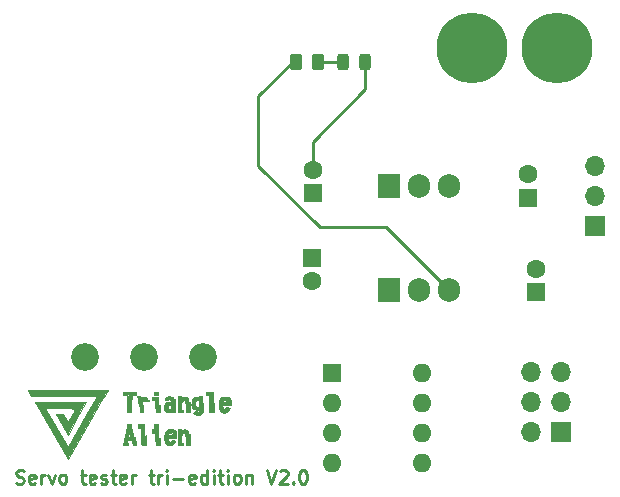
<source format=gbr>
%TF.GenerationSoftware,KiCad,Pcbnew,(6.0.7)*%
%TF.CreationDate,2022-10-11T11:52:24+08:00*%
%TF.ProjectId,servo_test,73657276-6f5f-4746-9573-742e6b696361,rev?*%
%TF.SameCoordinates,Original*%
%TF.FileFunction,Copper,L1,Top*%
%TF.FilePolarity,Positive*%
%FSLAX46Y46*%
G04 Gerber Fmt 4.6, Leading zero omitted, Abs format (unit mm)*
G04 Created by KiCad (PCBNEW (6.0.7)) date 2022-10-11 11:52:24*
%MOMM*%
%LPD*%
G01*
G04 APERTURE LIST*
G04 Aperture macros list*
%AMRoundRect*
0 Rectangle with rounded corners*
0 $1 Rounding radius*
0 $2 $3 $4 $5 $6 $7 $8 $9 X,Y pos of 4 corners*
0 Add a 4 corners polygon primitive as box body*
4,1,4,$2,$3,$4,$5,$6,$7,$8,$9,$2,$3,0*
0 Add four circle primitives for the rounded corners*
1,1,$1+$1,$2,$3*
1,1,$1+$1,$4,$5*
1,1,$1+$1,$6,$7*
1,1,$1+$1,$8,$9*
0 Add four rect primitives between the rounded corners*
20,1,$1+$1,$2,$3,$4,$5,0*
20,1,$1+$1,$4,$5,$6,$7,0*
20,1,$1+$1,$6,$7,$8,$9,0*
20,1,$1+$1,$8,$9,$2,$3,0*%
G04 Aperture macros list end*
%ADD10C,0.254000*%
%TA.AperFunction,NonConductor*%
%ADD11C,0.254000*%
%TD*%
%TA.AperFunction,EtchedComponent*%
%ADD12C,0.007000*%
%TD*%
%TA.AperFunction,ComponentPad*%
%ADD13R,1.600000X1.600000*%
%TD*%
%TA.AperFunction,ComponentPad*%
%ADD14C,1.600000*%
%TD*%
%TA.AperFunction,ComponentPad*%
%ADD15C,6.000000*%
%TD*%
%TA.AperFunction,ComponentPad*%
%ADD16C,2.340000*%
%TD*%
%TA.AperFunction,SMDPad,CuDef*%
%ADD17RoundRect,0.250000X-0.262500X-0.450000X0.262500X-0.450000X0.262500X0.450000X-0.262500X0.450000X0*%
%TD*%
%TA.AperFunction,ComponentPad*%
%ADD18O,1.600000X1.600000*%
%TD*%
%TA.AperFunction,SMDPad,CuDef*%
%ADD19RoundRect,0.243750X0.243750X0.456250X-0.243750X0.456250X-0.243750X-0.456250X0.243750X-0.456250X0*%
%TD*%
%TA.AperFunction,ComponentPad*%
%ADD20R,1.700000X1.700000*%
%TD*%
%TA.AperFunction,ComponentPad*%
%ADD21O,1.700000X1.700000*%
%TD*%
%TA.AperFunction,ComponentPad*%
%ADD22R,1.905000X2.000000*%
%TD*%
%TA.AperFunction,ComponentPad*%
%ADD23O,1.905000X2.000000*%
%TD*%
%TA.AperFunction,Conductor*%
%ADD24C,0.250000*%
%TD*%
G04 APERTURE END LIST*
D10*
D11*
X103069142Y-108542642D02*
X103232428Y-108597071D01*
X103504571Y-108597071D01*
X103613428Y-108542642D01*
X103667857Y-108488214D01*
X103722285Y-108379357D01*
X103722285Y-108270500D01*
X103667857Y-108161642D01*
X103613428Y-108107214D01*
X103504571Y-108052785D01*
X103286857Y-107998357D01*
X103178000Y-107943928D01*
X103123571Y-107889500D01*
X103069142Y-107780642D01*
X103069142Y-107671785D01*
X103123571Y-107562928D01*
X103178000Y-107508500D01*
X103286857Y-107454071D01*
X103559000Y-107454071D01*
X103722285Y-107508500D01*
X104647571Y-108542642D02*
X104538714Y-108597071D01*
X104321000Y-108597071D01*
X104212142Y-108542642D01*
X104157714Y-108433785D01*
X104157714Y-107998357D01*
X104212142Y-107889500D01*
X104321000Y-107835071D01*
X104538714Y-107835071D01*
X104647571Y-107889500D01*
X104702000Y-107998357D01*
X104702000Y-108107214D01*
X104157714Y-108216071D01*
X105191857Y-108597071D02*
X105191857Y-107835071D01*
X105191857Y-108052785D02*
X105246285Y-107943928D01*
X105300714Y-107889500D01*
X105409571Y-107835071D01*
X105518428Y-107835071D01*
X105790571Y-107835071D02*
X106062714Y-108597071D01*
X106334857Y-107835071D01*
X106933571Y-108597071D02*
X106824714Y-108542642D01*
X106770285Y-108488214D01*
X106715857Y-108379357D01*
X106715857Y-108052785D01*
X106770285Y-107943928D01*
X106824714Y-107889500D01*
X106933571Y-107835071D01*
X107096857Y-107835071D01*
X107205714Y-107889500D01*
X107260142Y-107943928D01*
X107314571Y-108052785D01*
X107314571Y-108379357D01*
X107260142Y-108488214D01*
X107205714Y-108542642D01*
X107096857Y-108597071D01*
X106933571Y-108597071D01*
X108512000Y-107835071D02*
X108947428Y-107835071D01*
X108675285Y-107454071D02*
X108675285Y-108433785D01*
X108729714Y-108542642D01*
X108838571Y-108597071D01*
X108947428Y-108597071D01*
X109763857Y-108542642D02*
X109655000Y-108597071D01*
X109437285Y-108597071D01*
X109328428Y-108542642D01*
X109274000Y-108433785D01*
X109274000Y-107998357D01*
X109328428Y-107889500D01*
X109437285Y-107835071D01*
X109655000Y-107835071D01*
X109763857Y-107889500D01*
X109818285Y-107998357D01*
X109818285Y-108107214D01*
X109274000Y-108216071D01*
X110253714Y-108542642D02*
X110362571Y-108597071D01*
X110580285Y-108597071D01*
X110689142Y-108542642D01*
X110743571Y-108433785D01*
X110743571Y-108379357D01*
X110689142Y-108270500D01*
X110580285Y-108216071D01*
X110417000Y-108216071D01*
X110308142Y-108161642D01*
X110253714Y-108052785D01*
X110253714Y-107998357D01*
X110308142Y-107889500D01*
X110417000Y-107835071D01*
X110580285Y-107835071D01*
X110689142Y-107889500D01*
X111070142Y-107835071D02*
X111505571Y-107835071D01*
X111233428Y-107454071D02*
X111233428Y-108433785D01*
X111287857Y-108542642D01*
X111396714Y-108597071D01*
X111505571Y-108597071D01*
X112322000Y-108542642D02*
X112213142Y-108597071D01*
X111995428Y-108597071D01*
X111886571Y-108542642D01*
X111832142Y-108433785D01*
X111832142Y-107998357D01*
X111886571Y-107889500D01*
X111995428Y-107835071D01*
X112213142Y-107835071D01*
X112322000Y-107889500D01*
X112376428Y-107998357D01*
X112376428Y-108107214D01*
X111832142Y-108216071D01*
X112866285Y-108597071D02*
X112866285Y-107835071D01*
X112866285Y-108052785D02*
X112920714Y-107943928D01*
X112975142Y-107889500D01*
X113084000Y-107835071D01*
X113192857Y-107835071D01*
X114281428Y-107835071D02*
X114716857Y-107835071D01*
X114444714Y-107454071D02*
X114444714Y-108433785D01*
X114499142Y-108542642D01*
X114608000Y-108597071D01*
X114716857Y-108597071D01*
X115097857Y-108597071D02*
X115097857Y-107835071D01*
X115097857Y-108052785D02*
X115152285Y-107943928D01*
X115206714Y-107889500D01*
X115315571Y-107835071D01*
X115424428Y-107835071D01*
X115805428Y-108597071D02*
X115805428Y-107835071D01*
X115805428Y-107454071D02*
X115751000Y-107508500D01*
X115805428Y-107562928D01*
X115859857Y-107508500D01*
X115805428Y-107454071D01*
X115805428Y-107562928D01*
X116349714Y-108161642D02*
X117220571Y-108161642D01*
X118200285Y-108542642D02*
X118091428Y-108597071D01*
X117873714Y-108597071D01*
X117764857Y-108542642D01*
X117710428Y-108433785D01*
X117710428Y-107998357D01*
X117764857Y-107889500D01*
X117873714Y-107835071D01*
X118091428Y-107835071D01*
X118200285Y-107889500D01*
X118254714Y-107998357D01*
X118254714Y-108107214D01*
X117710428Y-108216071D01*
X119234428Y-108597071D02*
X119234428Y-107454071D01*
X119234428Y-108542642D02*
X119125571Y-108597071D01*
X118907857Y-108597071D01*
X118799000Y-108542642D01*
X118744571Y-108488214D01*
X118690142Y-108379357D01*
X118690142Y-108052785D01*
X118744571Y-107943928D01*
X118799000Y-107889500D01*
X118907857Y-107835071D01*
X119125571Y-107835071D01*
X119234428Y-107889500D01*
X119778714Y-108597071D02*
X119778714Y-107835071D01*
X119778714Y-107454071D02*
X119724285Y-107508500D01*
X119778714Y-107562928D01*
X119833142Y-107508500D01*
X119778714Y-107454071D01*
X119778714Y-107562928D01*
X120159714Y-107835071D02*
X120595142Y-107835071D01*
X120323000Y-107454071D02*
X120323000Y-108433785D01*
X120377428Y-108542642D01*
X120486285Y-108597071D01*
X120595142Y-108597071D01*
X120976142Y-108597071D02*
X120976142Y-107835071D01*
X120976142Y-107454071D02*
X120921714Y-107508500D01*
X120976142Y-107562928D01*
X121030571Y-107508500D01*
X120976142Y-107454071D01*
X120976142Y-107562928D01*
X121683714Y-108597071D02*
X121574857Y-108542642D01*
X121520428Y-108488214D01*
X121466000Y-108379357D01*
X121466000Y-108052785D01*
X121520428Y-107943928D01*
X121574857Y-107889500D01*
X121683714Y-107835071D01*
X121847000Y-107835071D01*
X121955857Y-107889500D01*
X122010285Y-107943928D01*
X122064714Y-108052785D01*
X122064714Y-108379357D01*
X122010285Y-108488214D01*
X121955857Y-108542642D01*
X121847000Y-108597071D01*
X121683714Y-108597071D01*
X122554571Y-107835071D02*
X122554571Y-108597071D01*
X122554571Y-107943928D02*
X122609000Y-107889500D01*
X122717857Y-107835071D01*
X122881142Y-107835071D01*
X122990000Y-107889500D01*
X123044428Y-107998357D01*
X123044428Y-108597071D01*
X124296285Y-107454071D02*
X124677285Y-108597071D01*
X125058285Y-107454071D01*
X125384857Y-107562928D02*
X125439285Y-107508500D01*
X125548142Y-107454071D01*
X125820285Y-107454071D01*
X125929142Y-107508500D01*
X125983571Y-107562928D01*
X126038000Y-107671785D01*
X126038000Y-107780642D01*
X125983571Y-107943928D01*
X125330428Y-108597071D01*
X126038000Y-108597071D01*
X126527857Y-108488214D02*
X126582285Y-108542642D01*
X126527857Y-108597071D01*
X126473428Y-108542642D01*
X126527857Y-108488214D01*
X126527857Y-108597071D01*
X127289857Y-107454071D02*
X127398714Y-107454071D01*
X127507571Y-107508500D01*
X127562000Y-107562928D01*
X127616428Y-107671785D01*
X127670857Y-107889500D01*
X127670857Y-108161642D01*
X127616428Y-108379357D01*
X127562000Y-108488214D01*
X127507571Y-108542642D01*
X127398714Y-108597071D01*
X127289857Y-108597071D01*
X127181000Y-108542642D01*
X127126571Y-108488214D01*
X127072142Y-108379357D01*
X127017714Y-108161642D01*
X127017714Y-107889500D01*
X127072142Y-107671785D01*
X127126571Y-107562928D01*
X127181000Y-107508500D01*
X127289857Y-107454071D01*
%TO.C,REF\u002A\u002A*%
G36*
X117042377Y-101838844D02*
G01*
X117042031Y-101846322D01*
X117040061Y-101905129D01*
X117038653Y-101973498D01*
X117040272Y-101992145D01*
X117041749Y-102013182D01*
X117042361Y-102023901D01*
X116768528Y-101995031D01*
X116768528Y-101813869D01*
X117042377Y-101838844D01*
G37*
D12*
X117042377Y-101838844D02*
X117042031Y-101846322D01*
X117040061Y-101905129D01*
X117038653Y-101973498D01*
X117040272Y-101992145D01*
X117041749Y-102013182D01*
X117042361Y-102023901D01*
X116768528Y-101995031D01*
X116768528Y-101813869D01*
X117042377Y-101838844D01*
G36*
X110407843Y-101326110D02*
G01*
X110340822Y-101442194D01*
X109784549Y-101372533D01*
X109845657Y-101266691D01*
X110407843Y-101326110D01*
G37*
X110407843Y-101326110D02*
X110340822Y-101442194D01*
X109784549Y-101372533D01*
X109845657Y-101266691D01*
X110407843Y-101326110D01*
G36*
X116141895Y-101932156D02*
G01*
X116143849Y-101934114D01*
X116147230Y-101937483D01*
X116138223Y-101937483D01*
X116131260Y-101932299D01*
X116128970Y-101930790D01*
X116141895Y-101932156D01*
G37*
X116141895Y-101932156D02*
X116143849Y-101934114D01*
X116147230Y-101937483D01*
X116138223Y-101937483D01*
X116131260Y-101932299D01*
X116128970Y-101930790D01*
X116141895Y-101932156D01*
G36*
X112197371Y-100821003D02*
G01*
X112203350Y-100821401D01*
X112209296Y-100822043D01*
X112215200Y-100822926D01*
X112221056Y-100824048D01*
X112226857Y-100825408D01*
X112232596Y-100827002D01*
X112238264Y-100828830D01*
X112243856Y-100830888D01*
X112249363Y-100833175D01*
X112254778Y-100835688D01*
X112260095Y-100838425D01*
X112265306Y-100841384D01*
X112270404Y-100844563D01*
X112275381Y-100847960D01*
X112293390Y-100865970D01*
X112296754Y-100869518D01*
X112300203Y-100872975D01*
X112303736Y-100876339D01*
X112307351Y-100879609D01*
X112311047Y-100882784D01*
X112314820Y-100885861D01*
X112318670Y-100888840D01*
X112322594Y-100891719D01*
X112326590Y-100894497D01*
X112330657Y-100897172D01*
X112334791Y-100899744D01*
X112338993Y-100902210D01*
X112343258Y-100904569D01*
X112347587Y-100906820D01*
X112351975Y-100908962D01*
X112356423Y-100910992D01*
X112355156Y-100911216D01*
X112353901Y-100911487D01*
X112352661Y-100911807D01*
X112351436Y-100912173D01*
X112350228Y-100912585D01*
X112349038Y-100913044D01*
X112347868Y-100913547D01*
X112346718Y-100914094D01*
X112345590Y-100914685D01*
X112344485Y-100915320D01*
X112343404Y-100915996D01*
X112342350Y-100916715D01*
X112341322Y-100917475D01*
X112340322Y-100918275D01*
X112339352Y-100919115D01*
X112338413Y-100919995D01*
X112344262Y-100921655D01*
X112350055Y-100923486D01*
X112355789Y-100925488D01*
X112361460Y-100927660D01*
X112367064Y-100929998D01*
X112372597Y-100932503D01*
X112378055Y-100935172D01*
X112383436Y-100938005D01*
X112382168Y-100938228D01*
X112380914Y-100938500D01*
X112379674Y-100938819D01*
X112378449Y-100939186D01*
X112377241Y-100939598D01*
X112376051Y-100940056D01*
X112374881Y-100940559D01*
X112373731Y-100941107D01*
X112372603Y-100941698D01*
X112371498Y-100942332D01*
X112370417Y-100943009D01*
X112369362Y-100943728D01*
X112368334Y-100944487D01*
X112367335Y-100945288D01*
X112366365Y-100946128D01*
X112365425Y-100947007D01*
X112371049Y-100952645D01*
X112374428Y-100956015D01*
X112373161Y-100956238D01*
X112371907Y-100956510D01*
X112370667Y-100956829D01*
X112369443Y-100957196D01*
X112368235Y-100957608D01*
X112367046Y-100958066D01*
X112365876Y-100958569D01*
X112364726Y-100959117D01*
X112363598Y-100959708D01*
X112362494Y-100960342D01*
X112361413Y-100961019D01*
X112360359Y-100961738D01*
X112359331Y-100962497D01*
X112358332Y-100963298D01*
X112357362Y-100964138D01*
X112356423Y-100965017D01*
X112358763Y-100965140D01*
X112361097Y-100965322D01*
X112363422Y-100965564D01*
X112365739Y-100965866D01*
X112368046Y-100966227D01*
X112370342Y-100966647D01*
X112372625Y-100967125D01*
X112374895Y-100967662D01*
X112377150Y-100968257D01*
X112379390Y-100968910D01*
X112381613Y-100969620D01*
X112383819Y-100970388D01*
X112386005Y-100971212D01*
X112388171Y-100972093D01*
X112390316Y-100973031D01*
X112392438Y-100974025D01*
X112392020Y-100974033D01*
X112391611Y-100974060D01*
X112391211Y-100974104D01*
X112390819Y-100974166D01*
X112390436Y-100974246D01*
X112390061Y-100974343D01*
X112389696Y-100974458D01*
X112389339Y-100974590D01*
X112388991Y-100974740D01*
X112388651Y-100974908D01*
X112388321Y-100975093D01*
X112387999Y-100975296D01*
X112387686Y-100975516D01*
X112387382Y-100975754D01*
X112387087Y-100976010D01*
X112386801Y-100976283D01*
X112386523Y-100976573D01*
X112386255Y-100976881D01*
X112385995Y-100977207D01*
X112385744Y-100977550D01*
X112385502Y-100977910D01*
X112385270Y-100978288D01*
X112385046Y-100978684D01*
X112384831Y-100979097D01*
X112384625Y-100979527D01*
X112384428Y-100979975D01*
X112384061Y-100980923D01*
X112383730Y-100981940D01*
X112383436Y-100983027D01*
X112389285Y-100984686D01*
X112395078Y-100986517D01*
X112400811Y-100988519D01*
X112406481Y-100990691D01*
X112412084Y-100993029D01*
X112417617Y-100995534D01*
X112423074Y-100998204D01*
X112428453Y-101001037D01*
X112427186Y-101001261D01*
X112425932Y-101001533D01*
X112424693Y-101001852D01*
X112423468Y-101002218D01*
X112422261Y-101002631D01*
X112421071Y-101003089D01*
X112419901Y-101003592D01*
X112418751Y-101004140D01*
X112417623Y-101004731D01*
X112416519Y-101005365D01*
X112415438Y-101006042D01*
X112414384Y-101006761D01*
X112413356Y-101007520D01*
X112412357Y-101008320D01*
X112411387Y-101009160D01*
X112410448Y-101010040D01*
X112412324Y-101010855D01*
X112414179Y-101011714D01*
X112416012Y-101012617D01*
X112417821Y-101013561D01*
X112419607Y-101014548D01*
X112421367Y-101015577D01*
X112423103Y-101016647D01*
X112424812Y-101017757D01*
X112426495Y-101018908D01*
X112428149Y-101020099D01*
X112429776Y-101021328D01*
X112431374Y-101022597D01*
X112432942Y-101023904D01*
X112434479Y-101025249D01*
X112435986Y-101026631D01*
X112437460Y-101028050D01*
X112440730Y-101029477D01*
X112444033Y-101030819D01*
X112447369Y-101032075D01*
X112450735Y-101033245D01*
X112454131Y-101034328D01*
X112457553Y-101035324D01*
X112461001Y-101036233D01*
X112464473Y-101037052D01*
X112464055Y-101037061D01*
X112463646Y-101037088D01*
X112463245Y-101037132D01*
X112462853Y-101037194D01*
X112462470Y-101037274D01*
X112462096Y-101037371D01*
X112461730Y-101037486D01*
X112461374Y-101037618D01*
X112461025Y-101037769D01*
X112460686Y-101037936D01*
X112460356Y-101038122D01*
X112460034Y-101038325D01*
X112459721Y-101038545D01*
X112459417Y-101038783D01*
X112459122Y-101039039D01*
X112458835Y-101039312D01*
X112458558Y-101039603D01*
X112458289Y-101039911D01*
X112458030Y-101040237D01*
X112457779Y-101040580D01*
X112457537Y-101040940D01*
X112457304Y-101041318D01*
X112457080Y-101041714D01*
X112456865Y-101042127D01*
X112456659Y-101042557D01*
X112456463Y-101043004D01*
X112456096Y-101043952D01*
X112455765Y-101044969D01*
X112455470Y-101046055D01*
X112458991Y-101046701D01*
X112462479Y-101047486D01*
X112465930Y-101048410D01*
X112469339Y-101049472D01*
X112472703Y-101050669D01*
X112476018Y-101052001D01*
X112479279Y-101053466D01*
X112482483Y-101055062D01*
X112482065Y-101055071D01*
X112481656Y-101055098D01*
X112481255Y-101055142D01*
X112480863Y-101055204D01*
X112480480Y-101055284D01*
X112480106Y-101055381D01*
X112479740Y-101055496D01*
X112479383Y-101055628D01*
X112479035Y-101055778D01*
X112478696Y-101055946D01*
X112478365Y-101056132D01*
X112478044Y-101056335D01*
X112477731Y-101056555D01*
X112477427Y-101056793D01*
X112477131Y-101057049D01*
X112476845Y-101057322D01*
X112476567Y-101057613D01*
X112476299Y-101057921D01*
X112476039Y-101058246D01*
X112475788Y-101058590D01*
X112475546Y-101058950D01*
X112475313Y-101059328D01*
X112475089Y-101059724D01*
X112474873Y-101060136D01*
X112474667Y-101060567D01*
X112474470Y-101061014D01*
X112474102Y-101061962D01*
X112473771Y-101062979D01*
X112473476Y-101064065D01*
X112479100Y-101069702D01*
X112482483Y-101073068D01*
X112464473Y-101091077D01*
X112482483Y-101109087D01*
X112466092Y-101110706D01*
X112447310Y-101112183D01*
X112426136Y-101113520D01*
X112402570Y-101114716D01*
X112376612Y-101115771D01*
X112348263Y-101116685D01*
X112284388Y-101118090D01*
X112095295Y-101118090D01*
X112095295Y-100820947D01*
X112185340Y-100820947D01*
X112191365Y-100820851D01*
X112197371Y-100821003D01*
G37*
X112197371Y-100821003D02*
X112203350Y-100821401D01*
X112209296Y-100822043D01*
X112215200Y-100822926D01*
X112221056Y-100824048D01*
X112226857Y-100825408D01*
X112232596Y-100827002D01*
X112238264Y-100828830D01*
X112243856Y-100830888D01*
X112249363Y-100833175D01*
X112254778Y-100835688D01*
X112260095Y-100838425D01*
X112265306Y-100841384D01*
X112270404Y-100844563D01*
X112275381Y-100847960D01*
X112293390Y-100865970D01*
X112296754Y-100869518D01*
X112300203Y-100872975D01*
X112303736Y-100876339D01*
X112307351Y-100879609D01*
X112311047Y-100882784D01*
X112314820Y-100885861D01*
X112318670Y-100888840D01*
X112322594Y-100891719D01*
X112326590Y-100894497D01*
X112330657Y-100897172D01*
X112334791Y-100899744D01*
X112338993Y-100902210D01*
X112343258Y-100904569D01*
X112347587Y-100906820D01*
X112351975Y-100908962D01*
X112356423Y-100910992D01*
X112355156Y-100911216D01*
X112353901Y-100911487D01*
X112352661Y-100911807D01*
X112351436Y-100912173D01*
X112350228Y-100912585D01*
X112349038Y-100913044D01*
X112347868Y-100913547D01*
X112346718Y-100914094D01*
X112345590Y-100914685D01*
X112344485Y-100915320D01*
X112343404Y-100915996D01*
X112342350Y-100916715D01*
X112341322Y-100917475D01*
X112340322Y-100918275D01*
X112339352Y-100919115D01*
X112338413Y-100919995D01*
X112344262Y-100921655D01*
X112350055Y-100923486D01*
X112355789Y-100925488D01*
X112361460Y-100927660D01*
X112367064Y-100929998D01*
X112372597Y-100932503D01*
X112378055Y-100935172D01*
X112383436Y-100938005D01*
X112382168Y-100938228D01*
X112380914Y-100938500D01*
X112379674Y-100938819D01*
X112378449Y-100939186D01*
X112377241Y-100939598D01*
X112376051Y-100940056D01*
X112374881Y-100940559D01*
X112373731Y-100941107D01*
X112372603Y-100941698D01*
X112371498Y-100942332D01*
X112370417Y-100943009D01*
X112369362Y-100943728D01*
X112368334Y-100944487D01*
X112367335Y-100945288D01*
X112366365Y-100946128D01*
X112365425Y-100947007D01*
X112371049Y-100952645D01*
X112374428Y-100956015D01*
X112373161Y-100956238D01*
X112371907Y-100956510D01*
X112370667Y-100956829D01*
X112369443Y-100957196D01*
X112368235Y-100957608D01*
X112367046Y-100958066D01*
X112365876Y-100958569D01*
X112364726Y-100959117D01*
X112363598Y-100959708D01*
X112362494Y-100960342D01*
X112361413Y-100961019D01*
X112360359Y-100961738D01*
X112359331Y-100962497D01*
X112358332Y-100963298D01*
X112357362Y-100964138D01*
X112356423Y-100965017D01*
X112358763Y-100965140D01*
X112361097Y-100965322D01*
X112363422Y-100965564D01*
X112365739Y-100965866D01*
X112368046Y-100966227D01*
X112370342Y-100966647D01*
X112372625Y-100967125D01*
X112374895Y-100967662D01*
X112377150Y-100968257D01*
X112379390Y-100968910D01*
X112381613Y-100969620D01*
X112383819Y-100970388D01*
X112386005Y-100971212D01*
X112388171Y-100972093D01*
X112390316Y-100973031D01*
X112392438Y-100974025D01*
X112392020Y-100974033D01*
X112391611Y-100974060D01*
X112391211Y-100974104D01*
X112390819Y-100974166D01*
X112390436Y-100974246D01*
X112390061Y-100974343D01*
X112389696Y-100974458D01*
X112389339Y-100974590D01*
X112388991Y-100974740D01*
X112388651Y-100974908D01*
X112388321Y-100975093D01*
X112387999Y-100975296D01*
X112387686Y-100975516D01*
X112387382Y-100975754D01*
X112387087Y-100976010D01*
X112386801Y-100976283D01*
X112386523Y-100976573D01*
X112386255Y-100976881D01*
X112385995Y-100977207D01*
X112385744Y-100977550D01*
X112385502Y-100977910D01*
X112385270Y-100978288D01*
X112385046Y-100978684D01*
X112384831Y-100979097D01*
X112384625Y-100979527D01*
X112384428Y-100979975D01*
X112384061Y-100980923D01*
X112383730Y-100981940D01*
X112383436Y-100983027D01*
X112389285Y-100984686D01*
X112395078Y-100986517D01*
X112400811Y-100988519D01*
X112406481Y-100990691D01*
X112412084Y-100993029D01*
X112417617Y-100995534D01*
X112423074Y-100998204D01*
X112428453Y-101001037D01*
X112427186Y-101001261D01*
X112425932Y-101001533D01*
X112424693Y-101001852D01*
X112423468Y-101002218D01*
X112422261Y-101002631D01*
X112421071Y-101003089D01*
X112419901Y-101003592D01*
X112418751Y-101004140D01*
X112417623Y-101004731D01*
X112416519Y-101005365D01*
X112415438Y-101006042D01*
X112414384Y-101006761D01*
X112413356Y-101007520D01*
X112412357Y-101008320D01*
X112411387Y-101009160D01*
X112410448Y-101010040D01*
X112412324Y-101010855D01*
X112414179Y-101011714D01*
X112416012Y-101012617D01*
X112417821Y-101013561D01*
X112419607Y-101014548D01*
X112421367Y-101015577D01*
X112423103Y-101016647D01*
X112424812Y-101017757D01*
X112426495Y-101018908D01*
X112428149Y-101020099D01*
X112429776Y-101021328D01*
X112431374Y-101022597D01*
X112432942Y-101023904D01*
X112434479Y-101025249D01*
X112435986Y-101026631D01*
X112437460Y-101028050D01*
X112440730Y-101029477D01*
X112444033Y-101030819D01*
X112447369Y-101032075D01*
X112450735Y-101033245D01*
X112454131Y-101034328D01*
X112457553Y-101035324D01*
X112461001Y-101036233D01*
X112464473Y-101037052D01*
X112464055Y-101037061D01*
X112463646Y-101037088D01*
X112463245Y-101037132D01*
X112462853Y-101037194D01*
X112462470Y-101037274D01*
X112462096Y-101037371D01*
X112461730Y-101037486D01*
X112461374Y-101037618D01*
X112461025Y-101037769D01*
X112460686Y-101037936D01*
X112460356Y-101038122D01*
X112460034Y-101038325D01*
X112459721Y-101038545D01*
X112459417Y-101038783D01*
X112459122Y-101039039D01*
X112458835Y-101039312D01*
X112458558Y-101039603D01*
X112458289Y-101039911D01*
X112458030Y-101040237D01*
X112457779Y-101040580D01*
X112457537Y-101040940D01*
X112457304Y-101041318D01*
X112457080Y-101041714D01*
X112456865Y-101042127D01*
X112456659Y-101042557D01*
X112456463Y-101043004D01*
X112456096Y-101043952D01*
X112455765Y-101044969D01*
X112455470Y-101046055D01*
X112458991Y-101046701D01*
X112462479Y-101047486D01*
X112465930Y-101048410D01*
X112469339Y-101049472D01*
X112472703Y-101050669D01*
X112476018Y-101052001D01*
X112479279Y-101053466D01*
X112482483Y-101055062D01*
X112482065Y-101055071D01*
X112481656Y-101055098D01*
X112481255Y-101055142D01*
X112480863Y-101055204D01*
X112480480Y-101055284D01*
X112480106Y-101055381D01*
X112479740Y-101055496D01*
X112479383Y-101055628D01*
X112479035Y-101055778D01*
X112478696Y-101055946D01*
X112478365Y-101056132D01*
X112478044Y-101056335D01*
X112477731Y-101056555D01*
X112477427Y-101056793D01*
X112477131Y-101057049D01*
X112476845Y-101057322D01*
X112476567Y-101057613D01*
X112476299Y-101057921D01*
X112476039Y-101058246D01*
X112475788Y-101058590D01*
X112475546Y-101058950D01*
X112475313Y-101059328D01*
X112475089Y-101059724D01*
X112474873Y-101060136D01*
X112474667Y-101060567D01*
X112474470Y-101061014D01*
X112474102Y-101061962D01*
X112473771Y-101062979D01*
X112473476Y-101064065D01*
X112479100Y-101069702D01*
X112482483Y-101073068D01*
X112464473Y-101091077D01*
X112482483Y-101109087D01*
X112466092Y-101110706D01*
X112447310Y-101112183D01*
X112426136Y-101113520D01*
X112402570Y-101114716D01*
X112376612Y-101115771D01*
X112348263Y-101116685D01*
X112284388Y-101118090D01*
X112095295Y-101118090D01*
X112095295Y-100820947D01*
X112185340Y-100820947D01*
X112191365Y-100820851D01*
X112197371Y-100821003D01*
G36*
X115093721Y-101821372D02*
G01*
X115093721Y-101928476D01*
X115080780Y-101932490D01*
X115074731Y-101934549D01*
X115068964Y-101936643D01*
X115063477Y-101938772D01*
X115058272Y-101940936D01*
X115053348Y-101943135D01*
X115048706Y-101945369D01*
X115044345Y-101947638D01*
X115040265Y-101949941D01*
X115036466Y-101952280D01*
X115032948Y-101954653D01*
X115029712Y-101957061D01*
X115026757Y-101959505D01*
X115024083Y-101961983D01*
X115021691Y-101964496D01*
X115039697Y-101982506D01*
X115037867Y-101982501D01*
X115036044Y-101982576D01*
X115034231Y-101982730D01*
X115032431Y-101982961D01*
X115030646Y-101983270D01*
X115028878Y-101983654D01*
X115027130Y-101984114D01*
X115025404Y-101984648D01*
X115023702Y-101985256D01*
X115022028Y-101985937D01*
X115020383Y-101986690D01*
X115018770Y-101987514D01*
X115017191Y-101988409D01*
X115015649Y-101989373D01*
X115014146Y-101990407D01*
X115012685Y-101991508D01*
X115018310Y-101997146D01*
X115021691Y-102000511D01*
X115019350Y-102000633D01*
X115017016Y-102000815D01*
X115014690Y-102001056D01*
X115012372Y-102001358D01*
X115010065Y-102001718D01*
X115007769Y-102002138D01*
X115005485Y-102002616D01*
X115003215Y-102003153D01*
X115000959Y-102003748D01*
X114998719Y-102004401D01*
X114996496Y-102005112D01*
X114994291Y-102005879D01*
X114992105Y-102006704D01*
X114989939Y-102007586D01*
X114987794Y-102008524D01*
X114985672Y-102009518D01*
X114986939Y-102009743D01*
X114988193Y-102010016D01*
X114989433Y-102010336D01*
X114990657Y-102010703D01*
X114991865Y-102011116D01*
X114993054Y-102011574D01*
X114994225Y-102012078D01*
X114995375Y-102012625D01*
X114996503Y-102013216D01*
X114997608Y-102013850D01*
X114998689Y-102014527D01*
X114999745Y-102015245D01*
X115000773Y-102016004D01*
X115001774Y-102016803D01*
X115002745Y-102017642D01*
X115003686Y-102018521D01*
X115000010Y-102018423D01*
X114996348Y-102018496D01*
X114992705Y-102018740D01*
X114989087Y-102019152D01*
X114985500Y-102019730D01*
X114981949Y-102020473D01*
X114978439Y-102021378D01*
X114974977Y-102022444D01*
X114974810Y-102022504D01*
X114823596Y-102003567D01*
X114823596Y-101792822D01*
X115093721Y-101821372D01*
G37*
X115093721Y-101821372D02*
X115093721Y-101928476D01*
X115080780Y-101932490D01*
X115074731Y-101934549D01*
X115068964Y-101936643D01*
X115063477Y-101938772D01*
X115058272Y-101940936D01*
X115053348Y-101943135D01*
X115048706Y-101945369D01*
X115044345Y-101947638D01*
X115040265Y-101949941D01*
X115036466Y-101952280D01*
X115032948Y-101954653D01*
X115029712Y-101957061D01*
X115026757Y-101959505D01*
X115024083Y-101961983D01*
X115021691Y-101964496D01*
X115039697Y-101982506D01*
X115037867Y-101982501D01*
X115036044Y-101982576D01*
X115034231Y-101982730D01*
X115032431Y-101982961D01*
X115030646Y-101983270D01*
X115028878Y-101983654D01*
X115027130Y-101984114D01*
X115025404Y-101984648D01*
X115023702Y-101985256D01*
X115022028Y-101985937D01*
X115020383Y-101986690D01*
X115018770Y-101987514D01*
X115017191Y-101988409D01*
X115015649Y-101989373D01*
X115014146Y-101990407D01*
X115012685Y-101991508D01*
X115018310Y-101997146D01*
X115021691Y-102000511D01*
X115019350Y-102000633D01*
X115017016Y-102000815D01*
X115014690Y-102001056D01*
X115012372Y-102001358D01*
X115010065Y-102001718D01*
X115007769Y-102002138D01*
X115005485Y-102002616D01*
X115003215Y-102003153D01*
X115000959Y-102003748D01*
X114998719Y-102004401D01*
X114996496Y-102005112D01*
X114994291Y-102005879D01*
X114992105Y-102006704D01*
X114989939Y-102007586D01*
X114987794Y-102008524D01*
X114985672Y-102009518D01*
X114986939Y-102009743D01*
X114988193Y-102010016D01*
X114989433Y-102010336D01*
X114990657Y-102010703D01*
X114991865Y-102011116D01*
X114993054Y-102011574D01*
X114994225Y-102012078D01*
X114995375Y-102012625D01*
X114996503Y-102013216D01*
X114997608Y-102013850D01*
X114998689Y-102014527D01*
X114999745Y-102015245D01*
X115000773Y-102016004D01*
X115001774Y-102016803D01*
X115002745Y-102017642D01*
X115003686Y-102018521D01*
X115000010Y-102018423D01*
X114996348Y-102018496D01*
X114992705Y-102018740D01*
X114989087Y-102019152D01*
X114985500Y-102019730D01*
X114981949Y-102020473D01*
X114978439Y-102021378D01*
X114974977Y-102022444D01*
X114974810Y-102022504D01*
X114823596Y-102003567D01*
X114823596Y-101792822D01*
X115093721Y-101821372D01*
G36*
X117749996Y-102102120D02*
G01*
X117749996Y-102558781D01*
X117479870Y-102558781D01*
X117479870Y-102073570D01*
X117749996Y-102102120D01*
G37*
X117749996Y-102102120D02*
X117749996Y-102558781D01*
X117479870Y-102558781D01*
X117479870Y-102073570D01*
X117749996Y-102102120D01*
G36*
X112509496Y-105189829D02*
G01*
X112509487Y-105190247D01*
X112509460Y-105190656D01*
X112509416Y-105191056D01*
X112509354Y-105191448D01*
X112509274Y-105191831D01*
X112509177Y-105192206D01*
X112509062Y-105192571D01*
X112508929Y-105192928D01*
X112508779Y-105193277D01*
X112508611Y-105193616D01*
X112508426Y-105193947D01*
X112508223Y-105194269D01*
X112508002Y-105194582D01*
X112507764Y-105194886D01*
X112507509Y-105195181D01*
X112507235Y-105195468D01*
X112506945Y-105195746D01*
X112506636Y-105196014D01*
X112506310Y-105196274D01*
X112505967Y-105196525D01*
X112505606Y-105196767D01*
X112505228Y-105197000D01*
X112504833Y-105197224D01*
X112504419Y-105197440D01*
X112503989Y-105197646D01*
X112503541Y-105197843D01*
X112502593Y-105198210D01*
X112501575Y-105198541D01*
X112500488Y-105198836D01*
X112500398Y-105206833D01*
X112500011Y-105214813D01*
X112499326Y-105222768D01*
X112498345Y-105230689D01*
X112497069Y-105238567D01*
X112495500Y-105246396D01*
X112493638Y-105254165D01*
X112491486Y-105261868D01*
X112491415Y-105267128D01*
X112491204Y-105272212D01*
X112490852Y-105277120D01*
X112490360Y-105281852D01*
X112489727Y-105286407D01*
X112488953Y-105290787D01*
X112488038Y-105294991D01*
X112486983Y-105299018D01*
X112485787Y-105302870D01*
X112484450Y-105306545D01*
X112482973Y-105310044D01*
X112481355Y-105313368D01*
X112479596Y-105316515D01*
X112477696Y-105319486D01*
X112475656Y-105322281D01*
X112473476Y-105324900D01*
X112365425Y-105324900D01*
X112368558Y-105322300D01*
X112371765Y-105319797D01*
X112375044Y-105317391D01*
X112378393Y-105315085D01*
X112381809Y-105312880D01*
X112385290Y-105310777D01*
X112388834Y-105308779D01*
X112392438Y-105306886D01*
X112356423Y-105288880D01*
X112356867Y-105287911D01*
X112357354Y-105286968D01*
X112357886Y-105286051D01*
X112358462Y-105285160D01*
X112359082Y-105284296D01*
X112359745Y-105283457D01*
X112360453Y-105282645D01*
X112361204Y-105281860D01*
X112362000Y-105281100D01*
X112362840Y-105280367D01*
X112363723Y-105279660D01*
X112364651Y-105278979D01*
X112365622Y-105278325D01*
X112366638Y-105277696D01*
X112367697Y-105277094D01*
X112368801Y-105276519D01*
X112369948Y-105275969D01*
X112371140Y-105275446D01*
X112372375Y-105274949D01*
X112373655Y-105274478D01*
X112374978Y-105274033D01*
X112376345Y-105273615D01*
X112377757Y-105273223D01*
X112379212Y-105272857D01*
X112380711Y-105272518D01*
X112382255Y-105272204D01*
X112383842Y-105271917D01*
X112385473Y-105271656D01*
X112388868Y-105271214D01*
X112392438Y-105270876D01*
X112395803Y-105267329D01*
X112399253Y-105263874D01*
X112402787Y-105260511D01*
X112406403Y-105257242D01*
X112410099Y-105254069D01*
X112413873Y-105250992D01*
X112417723Y-105248014D01*
X112421646Y-105245135D01*
X112425642Y-105242358D01*
X112429709Y-105239682D01*
X112433843Y-105237111D01*
X112438044Y-105234644D01*
X112442309Y-105232284D01*
X112446636Y-105230032D01*
X112451024Y-105227890D01*
X112455470Y-105225858D01*
X112454524Y-105224989D01*
X112453548Y-105224158D01*
X112452543Y-105223366D01*
X112451512Y-105222613D01*
X112450455Y-105221900D01*
X112449373Y-105221227D01*
X112448268Y-105220595D01*
X112447140Y-105220005D01*
X112445992Y-105219457D01*
X112444823Y-105218951D01*
X112443636Y-105218489D01*
X112442431Y-105218071D01*
X112441210Y-105217698D01*
X112439974Y-105217369D01*
X112438723Y-105217087D01*
X112437460Y-105216850D01*
X112438950Y-105215805D01*
X112440476Y-105214821D01*
X112442035Y-105213899D01*
X112443625Y-105213040D01*
X112445246Y-105212244D01*
X112446893Y-105211512D01*
X112448567Y-105210844D01*
X112450265Y-105210241D01*
X112451984Y-105209705D01*
X112453724Y-105209234D01*
X112455481Y-105208831D01*
X112457255Y-105208495D01*
X112459043Y-105208228D01*
X112460843Y-105208030D01*
X112462654Y-105207902D01*
X112464473Y-105207843D01*
X112462593Y-105207033D01*
X112460735Y-105206179D01*
X112458900Y-105205280D01*
X112457088Y-105204338D01*
X112455301Y-105203354D01*
X112453539Y-105202326D01*
X112451803Y-105201257D01*
X112450093Y-105200147D01*
X112448411Y-105198995D01*
X112446756Y-105197803D01*
X112445131Y-105196571D01*
X112443535Y-105195300D01*
X112441969Y-105193989D01*
X112440434Y-105192640D01*
X112438931Y-105191253D01*
X112437460Y-105189829D01*
X112442025Y-105187932D01*
X112447858Y-105185613D01*
X112463330Y-105179707D01*
X112483876Y-105172112D01*
X112509496Y-105162826D01*
X112509496Y-105189829D01*
G37*
X112509496Y-105189829D02*
X112509487Y-105190247D01*
X112509460Y-105190656D01*
X112509416Y-105191056D01*
X112509354Y-105191448D01*
X112509274Y-105191831D01*
X112509177Y-105192206D01*
X112509062Y-105192571D01*
X112508929Y-105192928D01*
X112508779Y-105193277D01*
X112508611Y-105193616D01*
X112508426Y-105193947D01*
X112508223Y-105194269D01*
X112508002Y-105194582D01*
X112507764Y-105194886D01*
X112507509Y-105195181D01*
X112507235Y-105195468D01*
X112506945Y-105195746D01*
X112506636Y-105196014D01*
X112506310Y-105196274D01*
X112505967Y-105196525D01*
X112505606Y-105196767D01*
X112505228Y-105197000D01*
X112504833Y-105197224D01*
X112504419Y-105197440D01*
X112503989Y-105197646D01*
X112503541Y-105197843D01*
X112502593Y-105198210D01*
X112501575Y-105198541D01*
X112500488Y-105198836D01*
X112500398Y-105206833D01*
X112500011Y-105214813D01*
X112499326Y-105222768D01*
X112498345Y-105230689D01*
X112497069Y-105238567D01*
X112495500Y-105246396D01*
X112493638Y-105254165D01*
X112491486Y-105261868D01*
X112491415Y-105267128D01*
X112491204Y-105272212D01*
X112490852Y-105277120D01*
X112490360Y-105281852D01*
X112489727Y-105286407D01*
X112488953Y-105290787D01*
X112488038Y-105294991D01*
X112486983Y-105299018D01*
X112485787Y-105302870D01*
X112484450Y-105306545D01*
X112482973Y-105310044D01*
X112481355Y-105313368D01*
X112479596Y-105316515D01*
X112477696Y-105319486D01*
X112475656Y-105322281D01*
X112473476Y-105324900D01*
X112365425Y-105324900D01*
X112368558Y-105322300D01*
X112371765Y-105319797D01*
X112375044Y-105317391D01*
X112378393Y-105315085D01*
X112381809Y-105312880D01*
X112385290Y-105310777D01*
X112388834Y-105308779D01*
X112392438Y-105306886D01*
X112356423Y-105288880D01*
X112356867Y-105287911D01*
X112357354Y-105286968D01*
X112357886Y-105286051D01*
X112358462Y-105285160D01*
X112359082Y-105284296D01*
X112359745Y-105283457D01*
X112360453Y-105282645D01*
X112361204Y-105281860D01*
X112362000Y-105281100D01*
X112362840Y-105280367D01*
X112363723Y-105279660D01*
X112364651Y-105278979D01*
X112365622Y-105278325D01*
X112366638Y-105277696D01*
X112367697Y-105277094D01*
X112368801Y-105276519D01*
X112369948Y-105275969D01*
X112371140Y-105275446D01*
X112372375Y-105274949D01*
X112373655Y-105274478D01*
X112374978Y-105274033D01*
X112376345Y-105273615D01*
X112377757Y-105273223D01*
X112379212Y-105272857D01*
X112380711Y-105272518D01*
X112382255Y-105272204D01*
X112383842Y-105271917D01*
X112385473Y-105271656D01*
X112388868Y-105271214D01*
X112392438Y-105270876D01*
X112395803Y-105267329D01*
X112399253Y-105263874D01*
X112402787Y-105260511D01*
X112406403Y-105257242D01*
X112410099Y-105254069D01*
X112413873Y-105250992D01*
X112417723Y-105248014D01*
X112421646Y-105245135D01*
X112425642Y-105242358D01*
X112429709Y-105239682D01*
X112433843Y-105237111D01*
X112438044Y-105234644D01*
X112442309Y-105232284D01*
X112446636Y-105230032D01*
X112451024Y-105227890D01*
X112455470Y-105225858D01*
X112454524Y-105224989D01*
X112453548Y-105224158D01*
X112452543Y-105223366D01*
X112451512Y-105222613D01*
X112450455Y-105221900D01*
X112449373Y-105221227D01*
X112448268Y-105220595D01*
X112447140Y-105220005D01*
X112445992Y-105219457D01*
X112444823Y-105218951D01*
X112443636Y-105218489D01*
X112442431Y-105218071D01*
X112441210Y-105217698D01*
X112439974Y-105217369D01*
X112438723Y-105217087D01*
X112437460Y-105216850D01*
X112438950Y-105215805D01*
X112440476Y-105214821D01*
X112442035Y-105213899D01*
X112443625Y-105213040D01*
X112445246Y-105212244D01*
X112446893Y-105211512D01*
X112448567Y-105210844D01*
X112450265Y-105210241D01*
X112451984Y-105209705D01*
X112453724Y-105209234D01*
X112455481Y-105208831D01*
X112457255Y-105208495D01*
X112459043Y-105208228D01*
X112460843Y-105208030D01*
X112462654Y-105207902D01*
X112464473Y-105207843D01*
X112462593Y-105207033D01*
X112460735Y-105206179D01*
X112458900Y-105205280D01*
X112457088Y-105204338D01*
X112455301Y-105203354D01*
X112453539Y-105202326D01*
X112451803Y-105201257D01*
X112450093Y-105200147D01*
X112448411Y-105198995D01*
X112446756Y-105197803D01*
X112445131Y-105196571D01*
X112443535Y-105195300D01*
X112441969Y-105193989D01*
X112440434Y-105192640D01*
X112438931Y-105191253D01*
X112437460Y-105189829D01*
X112442025Y-105187932D01*
X112447858Y-105185613D01*
X112463330Y-105179707D01*
X112483876Y-105172112D01*
X112509496Y-105162826D01*
X112509496Y-105189829D01*
G36*
X113424547Y-102060175D02*
G01*
X113426517Y-102062146D01*
X113427932Y-102063544D01*
X113418924Y-102063544D01*
X113418924Y-102054537D01*
X113424547Y-102060175D01*
G37*
X113424547Y-102060175D02*
X113426517Y-102062146D01*
X113427932Y-102063544D01*
X113418924Y-102063544D01*
X113418924Y-102054537D01*
X113424547Y-102060175D01*
G36*
X119424376Y-102297663D02*
G01*
X119423967Y-102297689D01*
X119423568Y-102297733D01*
X119423176Y-102297795D01*
X119422794Y-102297875D01*
X119422420Y-102297972D01*
X119422055Y-102298087D01*
X119421698Y-102298220D01*
X119421350Y-102298370D01*
X119421011Y-102298538D01*
X119420681Y-102298723D01*
X119420359Y-102298926D01*
X119420047Y-102299147D01*
X119419743Y-102299385D01*
X119419448Y-102299641D01*
X119419161Y-102299914D01*
X119418884Y-102300205D01*
X119418615Y-102300513D01*
X119418356Y-102300839D01*
X119418105Y-102301182D01*
X119417863Y-102301543D01*
X119417630Y-102301921D01*
X119417406Y-102302317D01*
X119417191Y-102302730D01*
X119416985Y-102303160D01*
X119416788Y-102303608D01*
X119416421Y-102304556D01*
X119416090Y-102305574D01*
X119415795Y-102306661D01*
X119415795Y-102297654D01*
X119424793Y-102297654D01*
X119424376Y-102297663D01*
G37*
X119424376Y-102297663D02*
X119423967Y-102297689D01*
X119423568Y-102297733D01*
X119423176Y-102297795D01*
X119422794Y-102297875D01*
X119422420Y-102297972D01*
X119422055Y-102298087D01*
X119421698Y-102298220D01*
X119421350Y-102298370D01*
X119421011Y-102298538D01*
X119420681Y-102298723D01*
X119420359Y-102298926D01*
X119420047Y-102299147D01*
X119419743Y-102299385D01*
X119419448Y-102299641D01*
X119419161Y-102299914D01*
X119418884Y-102300205D01*
X119418615Y-102300513D01*
X119418356Y-102300839D01*
X119418105Y-102301182D01*
X119417863Y-102301543D01*
X119417630Y-102301921D01*
X119417406Y-102302317D01*
X119417191Y-102302730D01*
X119416985Y-102303160D01*
X119416788Y-102303608D01*
X119416421Y-102304556D01*
X119416090Y-102305574D01*
X119415795Y-102306661D01*
X119415795Y-102297654D01*
X119424793Y-102297654D01*
X119424376Y-102297663D01*
G36*
X113769685Y-104807742D02*
G01*
X113768967Y-104808288D01*
X113763849Y-104812351D01*
X113758626Y-104816659D01*
X113753297Y-104821214D01*
X113747863Y-104826014D01*
X113742323Y-104831060D01*
X113736678Y-104836352D01*
X113730927Y-104841890D01*
X113725071Y-104847674D01*
X113743076Y-104865680D01*
X113739700Y-104865786D01*
X113736324Y-104866102D01*
X113732947Y-104866630D01*
X113729571Y-104867368D01*
X113726194Y-104868318D01*
X113722818Y-104869479D01*
X113719441Y-104870850D01*
X113716065Y-104872433D01*
X113712688Y-104874227D01*
X113709311Y-104876232D01*
X113705934Y-104878448D01*
X113702558Y-104880875D01*
X113699181Y-104883513D01*
X113695804Y-104886362D01*
X113692427Y-104889422D01*
X113689050Y-104892693D01*
X113692571Y-104893338D01*
X113696058Y-104894124D01*
X113699509Y-104895048D01*
X113702918Y-104896110D01*
X113706282Y-104897307D01*
X113709597Y-104898639D01*
X113712859Y-104900103D01*
X113716063Y-104901700D01*
X113714184Y-104902512D01*
X113712328Y-104903368D01*
X113710494Y-104904268D01*
X113708683Y-104905211D01*
X113706897Y-104906197D01*
X113705136Y-104907224D01*
X113703400Y-104908293D01*
X113701690Y-104909403D01*
X113700008Y-104910554D01*
X113698353Y-104911745D01*
X113696727Y-104912975D01*
X113695131Y-104914245D01*
X113693564Y-104915553D01*
X113692028Y-104916900D01*
X113690523Y-104918284D01*
X113689050Y-104919705D01*
X113698058Y-104928712D01*
X113696179Y-104929525D01*
X113694322Y-104930381D01*
X113692487Y-104931281D01*
X113690677Y-104932224D01*
X113688890Y-104933210D01*
X113687128Y-104934237D01*
X113685392Y-104935307D01*
X113683682Y-104936418D01*
X113682000Y-104937569D01*
X113680345Y-104938761D01*
X113678719Y-104939992D01*
X113677123Y-104941262D01*
X113675556Y-104942572D01*
X113674021Y-104943919D01*
X113672517Y-104945304D01*
X113671045Y-104946727D01*
X113676668Y-104952358D01*
X113678637Y-104954329D01*
X113680053Y-104955725D01*
X113678785Y-104955949D01*
X113677531Y-104956221D01*
X113676290Y-104956540D01*
X113675065Y-104956906D01*
X113673857Y-104957319D01*
X113672667Y-104957777D01*
X113671496Y-104958280D01*
X113670346Y-104958827D01*
X113669218Y-104959418D01*
X113668113Y-104960052D01*
X113667032Y-104960728D01*
X113665977Y-104961446D01*
X113664948Y-104962205D01*
X113663948Y-104963005D01*
X113662978Y-104963844D01*
X113662038Y-104964723D01*
X113664091Y-104965691D01*
X113666321Y-104966904D01*
X113668727Y-104968364D01*
X113671310Y-104970071D01*
X113674069Y-104972023D01*
X113677005Y-104974222D01*
X113680116Y-104976666D01*
X113683405Y-104979357D01*
X113686870Y-104982295D01*
X113690511Y-104985478D01*
X113694328Y-104988908D01*
X113698322Y-104992584D01*
X113702493Y-104996506D01*
X113706840Y-105000675D01*
X113716063Y-105009750D01*
X113707860Y-105013663D01*
X113699745Y-105017747D01*
X113691720Y-105022001D01*
X113683787Y-105026424D01*
X113675951Y-105031014D01*
X113668212Y-105035769D01*
X113660574Y-105040688D01*
X113653040Y-105045770D01*
X113653040Y-104757947D01*
X113769685Y-104807742D01*
G37*
X113769685Y-104807742D02*
X113768967Y-104808288D01*
X113763849Y-104812351D01*
X113758626Y-104816659D01*
X113753297Y-104821214D01*
X113747863Y-104826014D01*
X113742323Y-104831060D01*
X113736678Y-104836352D01*
X113730927Y-104841890D01*
X113725071Y-104847674D01*
X113743076Y-104865680D01*
X113739700Y-104865786D01*
X113736324Y-104866102D01*
X113732947Y-104866630D01*
X113729571Y-104867368D01*
X113726194Y-104868318D01*
X113722818Y-104869479D01*
X113719441Y-104870850D01*
X113716065Y-104872433D01*
X113712688Y-104874227D01*
X113709311Y-104876232D01*
X113705934Y-104878448D01*
X113702558Y-104880875D01*
X113699181Y-104883513D01*
X113695804Y-104886362D01*
X113692427Y-104889422D01*
X113689050Y-104892693D01*
X113692571Y-104893338D01*
X113696058Y-104894124D01*
X113699509Y-104895048D01*
X113702918Y-104896110D01*
X113706282Y-104897307D01*
X113709597Y-104898639D01*
X113712859Y-104900103D01*
X113716063Y-104901700D01*
X113714184Y-104902512D01*
X113712328Y-104903368D01*
X113710494Y-104904268D01*
X113708683Y-104905211D01*
X113706897Y-104906197D01*
X113705136Y-104907224D01*
X113703400Y-104908293D01*
X113701690Y-104909403D01*
X113700008Y-104910554D01*
X113698353Y-104911745D01*
X113696727Y-104912975D01*
X113695131Y-104914245D01*
X113693564Y-104915553D01*
X113692028Y-104916900D01*
X113690523Y-104918284D01*
X113689050Y-104919705D01*
X113698058Y-104928712D01*
X113696179Y-104929525D01*
X113694322Y-104930381D01*
X113692487Y-104931281D01*
X113690677Y-104932224D01*
X113688890Y-104933210D01*
X113687128Y-104934237D01*
X113685392Y-104935307D01*
X113683682Y-104936418D01*
X113682000Y-104937569D01*
X113680345Y-104938761D01*
X113678719Y-104939992D01*
X113677123Y-104941262D01*
X113675556Y-104942572D01*
X113674021Y-104943919D01*
X113672517Y-104945304D01*
X113671045Y-104946727D01*
X113676668Y-104952358D01*
X113678637Y-104954329D01*
X113680053Y-104955725D01*
X113678785Y-104955949D01*
X113677531Y-104956221D01*
X113676290Y-104956540D01*
X113675065Y-104956906D01*
X113673857Y-104957319D01*
X113672667Y-104957777D01*
X113671496Y-104958280D01*
X113670346Y-104958827D01*
X113669218Y-104959418D01*
X113668113Y-104960052D01*
X113667032Y-104960728D01*
X113665977Y-104961446D01*
X113664948Y-104962205D01*
X113663948Y-104963005D01*
X113662978Y-104963844D01*
X113662038Y-104964723D01*
X113664091Y-104965691D01*
X113666321Y-104966904D01*
X113668727Y-104968364D01*
X113671310Y-104970071D01*
X113674069Y-104972023D01*
X113677005Y-104974222D01*
X113680116Y-104976666D01*
X113683405Y-104979357D01*
X113686870Y-104982295D01*
X113690511Y-104985478D01*
X113694328Y-104988908D01*
X113698322Y-104992584D01*
X113702493Y-104996506D01*
X113706840Y-105000675D01*
X113716063Y-105009750D01*
X113707860Y-105013663D01*
X113699745Y-105017747D01*
X113691720Y-105022001D01*
X113683787Y-105026424D01*
X113675951Y-105031014D01*
X113668212Y-105035769D01*
X113660574Y-105040688D01*
X113653040Y-105045770D01*
X113653040Y-104757947D01*
X113769685Y-104807742D01*
G36*
X116516407Y-101790876D02*
G01*
X116516407Y-101968450D01*
X116246866Y-101940032D01*
X116247917Y-101939578D01*
X116249104Y-101939117D01*
X116250309Y-101938700D01*
X116251530Y-101938327D01*
X116252766Y-101938000D01*
X116254016Y-101937718D01*
X116255280Y-101937483D01*
X116246273Y-101928476D01*
X116249406Y-101925877D01*
X116252614Y-101923374D01*
X116255893Y-101920970D01*
X116259241Y-101918665D01*
X116262657Y-101916461D01*
X116266138Y-101914360D01*
X116269682Y-101912362D01*
X116273286Y-101910470D01*
X116272339Y-101909601D01*
X116271363Y-101908770D01*
X116270359Y-101907978D01*
X116269328Y-101907225D01*
X116268271Y-101906511D01*
X116267190Y-101905838D01*
X116266085Y-101905207D01*
X116264958Y-101904616D01*
X116263809Y-101904068D01*
X116262641Y-101903563D01*
X116261454Y-101903101D01*
X116260250Y-101902683D01*
X116259029Y-101902310D01*
X116257793Y-101901982D01*
X116256542Y-101901699D01*
X116255280Y-101901463D01*
X116257301Y-101899488D01*
X116259356Y-101897549D01*
X116261443Y-101895646D01*
X116263563Y-101893782D01*
X116265713Y-101891954D01*
X116267895Y-101890165D01*
X116270107Y-101888415D01*
X116272349Y-101886703D01*
X116274620Y-101885030D01*
X116276920Y-101883397D01*
X116279249Y-101881804D01*
X116281605Y-101880251D01*
X116283989Y-101878739D01*
X116286400Y-101877268D01*
X116288837Y-101875838D01*
X116291300Y-101874451D01*
X116288027Y-101873032D01*
X116284721Y-101871696D01*
X116281385Y-101870443D01*
X116278018Y-101869274D01*
X116274623Y-101868190D01*
X116271202Y-101867190D01*
X116267756Y-101866276D01*
X116264287Y-101865448D01*
X116264722Y-101865430D01*
X116265184Y-101865378D01*
X116265672Y-101865290D01*
X116266187Y-101865168D01*
X116267295Y-101864817D01*
X116268508Y-101864326D01*
X116269827Y-101863694D01*
X116271251Y-101862922D01*
X116272781Y-101862009D01*
X116274416Y-101860955D01*
X116276157Y-101859760D01*
X116278003Y-101858424D01*
X116279955Y-101856947D01*
X116282013Y-101855328D01*
X116284176Y-101853568D01*
X116286445Y-101851666D01*
X116288819Y-101849623D01*
X116291300Y-101847438D01*
X116293640Y-101847319D01*
X116295975Y-101847139D01*
X116298301Y-101846899D01*
X116300619Y-101846599D01*
X116302926Y-101846239D01*
X116305222Y-101845821D01*
X116307506Y-101845343D01*
X116309777Y-101844806D01*
X116312033Y-101844212D01*
X116314273Y-101843559D01*
X116316496Y-101842848D01*
X116318701Y-101842079D01*
X116320887Y-101841253D01*
X116323053Y-101840371D01*
X116325198Y-101839431D01*
X116327320Y-101838435D01*
X116309305Y-101820425D01*
X116311830Y-101819134D01*
X116314322Y-101817787D01*
X116316781Y-101816384D01*
X116319206Y-101814927D01*
X116321597Y-101813415D01*
X116323951Y-101811851D01*
X116326268Y-101810233D01*
X116328548Y-101808564D01*
X116330789Y-101806843D01*
X116332991Y-101805071D01*
X116335153Y-101803249D01*
X116337273Y-101801378D01*
X116339351Y-101799458D01*
X116341387Y-101797490D01*
X116343378Y-101795475D01*
X116345325Y-101793413D01*
X116347849Y-101792121D01*
X116350342Y-101790774D01*
X116352801Y-101789371D01*
X116355226Y-101787913D01*
X116357615Y-101786402D01*
X116359970Y-101784837D01*
X116362287Y-101783219D01*
X116364567Y-101781550D01*
X116366808Y-101779829D01*
X116369010Y-101778057D01*
X116369678Y-101777494D01*
X116516407Y-101790876D01*
G37*
X116516407Y-101790876D02*
X116516407Y-101968450D01*
X116246866Y-101940032D01*
X116247917Y-101939578D01*
X116249104Y-101939117D01*
X116250309Y-101938700D01*
X116251530Y-101938327D01*
X116252766Y-101938000D01*
X116254016Y-101937718D01*
X116255280Y-101937483D01*
X116246273Y-101928476D01*
X116249406Y-101925877D01*
X116252614Y-101923374D01*
X116255893Y-101920970D01*
X116259241Y-101918665D01*
X116262657Y-101916461D01*
X116266138Y-101914360D01*
X116269682Y-101912362D01*
X116273286Y-101910470D01*
X116272339Y-101909601D01*
X116271363Y-101908770D01*
X116270359Y-101907978D01*
X116269328Y-101907225D01*
X116268271Y-101906511D01*
X116267190Y-101905838D01*
X116266085Y-101905207D01*
X116264958Y-101904616D01*
X116263809Y-101904068D01*
X116262641Y-101903563D01*
X116261454Y-101903101D01*
X116260250Y-101902683D01*
X116259029Y-101902310D01*
X116257793Y-101901982D01*
X116256542Y-101901699D01*
X116255280Y-101901463D01*
X116257301Y-101899488D01*
X116259356Y-101897549D01*
X116261443Y-101895646D01*
X116263563Y-101893782D01*
X116265713Y-101891954D01*
X116267895Y-101890165D01*
X116270107Y-101888415D01*
X116272349Y-101886703D01*
X116274620Y-101885030D01*
X116276920Y-101883397D01*
X116279249Y-101881804D01*
X116281605Y-101880251D01*
X116283989Y-101878739D01*
X116286400Y-101877268D01*
X116288837Y-101875838D01*
X116291300Y-101874451D01*
X116288027Y-101873032D01*
X116284721Y-101871696D01*
X116281385Y-101870443D01*
X116278018Y-101869274D01*
X116274623Y-101868190D01*
X116271202Y-101867190D01*
X116267756Y-101866276D01*
X116264287Y-101865448D01*
X116264722Y-101865430D01*
X116265184Y-101865378D01*
X116265672Y-101865290D01*
X116266187Y-101865168D01*
X116267295Y-101864817D01*
X116268508Y-101864326D01*
X116269827Y-101863694D01*
X116271251Y-101862922D01*
X116272781Y-101862009D01*
X116274416Y-101860955D01*
X116276157Y-101859760D01*
X116278003Y-101858424D01*
X116279955Y-101856947D01*
X116282013Y-101855328D01*
X116284176Y-101853568D01*
X116286445Y-101851666D01*
X116288819Y-101849623D01*
X116291300Y-101847438D01*
X116293640Y-101847319D01*
X116295975Y-101847139D01*
X116298301Y-101846899D01*
X116300619Y-101846599D01*
X116302926Y-101846239D01*
X116305222Y-101845821D01*
X116307506Y-101845343D01*
X116309777Y-101844806D01*
X116312033Y-101844212D01*
X116314273Y-101843559D01*
X116316496Y-101842848D01*
X116318701Y-101842079D01*
X116320887Y-101841253D01*
X116323053Y-101840371D01*
X116325198Y-101839431D01*
X116327320Y-101838435D01*
X116309305Y-101820425D01*
X116311830Y-101819134D01*
X116314322Y-101817787D01*
X116316781Y-101816384D01*
X116319206Y-101814927D01*
X116321597Y-101813415D01*
X116323951Y-101811851D01*
X116326268Y-101810233D01*
X116328548Y-101808564D01*
X116330789Y-101806843D01*
X116332991Y-101805071D01*
X116335153Y-101803249D01*
X116337273Y-101801378D01*
X116339351Y-101799458D01*
X116341387Y-101797490D01*
X116343378Y-101795475D01*
X116345325Y-101793413D01*
X116347849Y-101792121D01*
X116350342Y-101790774D01*
X116352801Y-101789371D01*
X116355226Y-101787913D01*
X116357615Y-101786402D01*
X116359970Y-101784837D01*
X116362287Y-101783219D01*
X116364567Y-101781550D01*
X116366808Y-101779829D01*
X116369010Y-101778057D01*
X116369678Y-101777494D01*
X116516407Y-101790876D01*
G36*
X109700834Y-101169294D02*
G01*
X108936357Y-101169294D01*
X104036357Y-100652692D01*
X104036361Y-100652692D01*
X109700834Y-101169294D01*
G37*
X109700834Y-101169294D02*
X108936357Y-101169294D01*
X104036357Y-100652692D01*
X104036361Y-100652692D01*
X109700834Y-101169294D01*
G36*
X114310349Y-101589667D02*
G01*
X114237736Y-101583045D01*
X114240014Y-101581600D01*
X114242425Y-101580129D01*
X114244862Y-101578700D01*
X114247325Y-101577313D01*
X114249895Y-101576973D01*
X114252437Y-101576520D01*
X114254950Y-101575956D01*
X114257429Y-101575284D01*
X114259871Y-101574503D01*
X114262273Y-101573617D01*
X114264631Y-101572626D01*
X114266943Y-101571533D01*
X114269204Y-101570340D01*
X114271411Y-101569047D01*
X114273561Y-101567656D01*
X114275651Y-101566170D01*
X114277676Y-101564590D01*
X114279635Y-101562918D01*
X114281522Y-101561155D01*
X114283336Y-101559303D01*
X114274338Y-101550296D01*
X114278678Y-101548596D01*
X114283074Y-101547058D01*
X114287520Y-101545683D01*
X114292012Y-101544472D01*
X114296545Y-101543426D01*
X114301116Y-101542547D01*
X114305718Y-101541836D01*
X114310349Y-101541293D01*
X114310349Y-101589667D01*
G37*
X114310349Y-101589667D02*
X114237736Y-101583045D01*
X114240014Y-101581600D01*
X114242425Y-101580129D01*
X114244862Y-101578700D01*
X114247325Y-101577313D01*
X114249895Y-101576973D01*
X114252437Y-101576520D01*
X114254950Y-101575956D01*
X114257429Y-101575284D01*
X114259871Y-101574503D01*
X114262273Y-101573617D01*
X114264631Y-101572626D01*
X114266943Y-101571533D01*
X114269204Y-101570340D01*
X114271411Y-101569047D01*
X114273561Y-101567656D01*
X114275651Y-101566170D01*
X114277676Y-101564590D01*
X114279635Y-101562918D01*
X114281522Y-101561155D01*
X114283336Y-101559303D01*
X114274338Y-101550296D01*
X114278678Y-101548596D01*
X114283074Y-101547058D01*
X114287520Y-101545683D01*
X114292012Y-101544472D01*
X114296545Y-101543426D01*
X114301116Y-101542547D01*
X114305718Y-101541836D01*
X114310349Y-101541293D01*
X114310349Y-101589667D01*
G36*
X113726094Y-101676824D02*
G01*
X113725071Y-101685363D01*
X113723151Y-101691010D01*
X113721338Y-101697254D01*
X113719630Y-101704097D01*
X113718029Y-101711537D01*
X113716533Y-101719574D01*
X113715143Y-101728210D01*
X113713859Y-101737443D01*
X113712681Y-101747274D01*
X113710641Y-101768729D01*
X113709026Y-101792575D01*
X113707834Y-101818811D01*
X113707065Y-101847439D01*
X113707065Y-101863745D01*
X113418924Y-101827662D01*
X113418924Y-101802416D01*
X113419014Y-101798960D01*
X113419015Y-101795507D01*
X113418929Y-101792059D01*
X113418754Y-101788617D01*
X113418492Y-101785183D01*
X113418143Y-101781758D01*
X113417707Y-101778344D01*
X113417185Y-101774943D01*
X113416576Y-101771556D01*
X113415880Y-101768185D01*
X113415099Y-101764832D01*
X113414233Y-101761498D01*
X113413281Y-101758186D01*
X113412244Y-101754896D01*
X113411123Y-101751630D01*
X113409917Y-101748391D01*
X113405762Y-101686002D01*
X113402324Y-101642604D01*
X113726094Y-101676824D01*
G37*
X113726094Y-101676824D02*
X113725071Y-101685363D01*
X113723151Y-101691010D01*
X113721338Y-101697254D01*
X113719630Y-101704097D01*
X113718029Y-101711537D01*
X113716533Y-101719574D01*
X113715143Y-101728210D01*
X113713859Y-101737443D01*
X113712681Y-101747274D01*
X113710641Y-101768729D01*
X113709026Y-101792575D01*
X113707834Y-101818811D01*
X113707065Y-101847439D01*
X113707065Y-101863745D01*
X113418924Y-101827662D01*
X113418924Y-101802416D01*
X113419014Y-101798960D01*
X113419015Y-101795507D01*
X113418929Y-101792059D01*
X113418754Y-101788617D01*
X113418492Y-101785183D01*
X113418143Y-101781758D01*
X113417707Y-101778344D01*
X113417185Y-101774943D01*
X113416576Y-101771556D01*
X113415880Y-101768185D01*
X113415099Y-101764832D01*
X113414233Y-101761498D01*
X113413281Y-101758186D01*
X113412244Y-101754896D01*
X113411123Y-101751630D01*
X113409917Y-101748391D01*
X113405762Y-101686002D01*
X113402324Y-101642604D01*
X113726094Y-101676824D01*
G36*
X119442808Y-102378691D02*
G01*
X119457421Y-102393333D01*
X119469820Y-102405704D01*
X119471087Y-102405929D01*
X119472341Y-102406201D01*
X119473580Y-102406521D01*
X119474804Y-102406888D01*
X119476012Y-102407302D01*
X119477201Y-102407760D01*
X119478371Y-102408264D01*
X119479521Y-102408812D01*
X119480649Y-102409403D01*
X119481753Y-102410037D01*
X119482834Y-102410714D01*
X119483888Y-102411433D01*
X119484916Y-102412192D01*
X119485916Y-102412992D01*
X119486886Y-102413832D01*
X119487826Y-102414711D01*
X119483588Y-102414852D01*
X119479314Y-102415274D01*
X119475006Y-102415977D01*
X119470662Y-102416962D01*
X119466283Y-102418228D01*
X119461869Y-102419776D01*
X119457420Y-102421605D01*
X119452936Y-102423715D01*
X119448416Y-102426107D01*
X119443862Y-102428780D01*
X119439272Y-102431734D01*
X119434647Y-102434970D01*
X119429987Y-102438487D01*
X119425291Y-102442285D01*
X119420561Y-102446365D01*
X119415795Y-102450726D01*
X119415795Y-102360686D01*
X119424793Y-102360686D01*
X119442808Y-102378691D01*
G37*
X119442808Y-102378691D02*
X119457421Y-102393333D01*
X119469820Y-102405704D01*
X119471087Y-102405929D01*
X119472341Y-102406201D01*
X119473580Y-102406521D01*
X119474804Y-102406888D01*
X119476012Y-102407302D01*
X119477201Y-102407760D01*
X119478371Y-102408264D01*
X119479521Y-102408812D01*
X119480649Y-102409403D01*
X119481753Y-102410037D01*
X119482834Y-102410714D01*
X119483888Y-102411433D01*
X119484916Y-102412192D01*
X119485916Y-102412992D01*
X119486886Y-102413832D01*
X119487826Y-102414711D01*
X119483588Y-102414852D01*
X119479314Y-102415274D01*
X119475006Y-102415977D01*
X119470662Y-102416962D01*
X119466283Y-102418228D01*
X119461869Y-102419776D01*
X119457420Y-102421605D01*
X119452936Y-102423715D01*
X119448416Y-102426107D01*
X119443862Y-102428780D01*
X119439272Y-102431734D01*
X119434647Y-102434970D01*
X119429987Y-102438487D01*
X119425291Y-102442285D01*
X119420561Y-102446365D01*
X119415795Y-102450726D01*
X119415795Y-102360686D01*
X119424793Y-102360686D01*
X119442808Y-102378691D01*
G36*
X120629491Y-101217951D02*
G01*
X120627634Y-101218807D01*
X120625801Y-101219708D01*
X120623991Y-101220651D01*
X120622204Y-101221637D01*
X120620443Y-101222665D01*
X120618707Y-101223734D01*
X120616998Y-101224845D01*
X120615316Y-101225996D01*
X120613661Y-101227187D01*
X120612035Y-101228418D01*
X120610438Y-101229687D01*
X120608871Y-101230996D01*
X120607334Y-101232342D01*
X120605829Y-101233726D01*
X120604356Y-101235147D01*
X120606375Y-101237127D01*
X120608428Y-101239069D01*
X120610513Y-101240973D01*
X120612631Y-101242841D01*
X120614780Y-101244670D01*
X120616961Y-101246460D01*
X120619172Y-101248212D01*
X120621414Y-101249924D01*
X120623686Y-101251596D01*
X120625987Y-101253229D01*
X120628316Y-101254821D01*
X120630674Y-101256372D01*
X120633059Y-101257882D01*
X120635472Y-101259350D01*
X120637911Y-101260777D01*
X120640376Y-101262160D01*
X120642350Y-101264183D01*
X120644288Y-101266238D01*
X120646189Y-101268326D01*
X120648053Y-101270446D01*
X120649879Y-101272597D01*
X120651668Y-101274778D01*
X120653418Y-101276990D01*
X120655130Y-101279232D01*
X120656802Y-101281503D01*
X120658436Y-101283802D01*
X120660030Y-101286130D01*
X120661583Y-101288486D01*
X120663096Y-101290869D01*
X120664569Y-101293278D01*
X120666000Y-101295714D01*
X120667389Y-101298175D01*
X120665510Y-101298988D01*
X120663654Y-101299845D01*
X120661820Y-101300745D01*
X120660009Y-101301688D01*
X120658223Y-101302674D01*
X120656462Y-101303701D01*
X120654726Y-101304771D01*
X120653016Y-101305881D01*
X120651334Y-101307032D01*
X120649679Y-101308223D01*
X120648053Y-101309454D01*
X120646457Y-101310724D01*
X120644890Y-101312032D01*
X120643354Y-101313379D01*
X120641849Y-101314764D01*
X120640376Y-101316185D01*
X120641643Y-101316410D01*
X120642897Y-101316683D01*
X120644136Y-101317003D01*
X120645360Y-101317369D01*
X120646567Y-101317782D01*
X120647756Y-101318241D01*
X120648926Y-101318744D01*
X120650076Y-101319292D01*
X120651204Y-101319883D01*
X120652308Y-101320517D01*
X120653389Y-101321193D01*
X120654444Y-101321911D01*
X120655472Y-101322670D01*
X120656471Y-101323470D01*
X120657442Y-101324309D01*
X120658382Y-101325188D01*
X120662721Y-101326895D01*
X120667117Y-101328438D01*
X120671564Y-101329816D01*
X120676057Y-101331028D01*
X120680592Y-101332074D01*
X120685164Y-101332951D01*
X120689769Y-101333658D01*
X120694402Y-101334195D01*
X120693984Y-101334204D01*
X120693575Y-101334231D01*
X120693174Y-101334275D01*
X120692783Y-101334337D01*
X120692400Y-101334416D01*
X120692025Y-101334514D01*
X120691660Y-101334629D01*
X120691303Y-101334761D01*
X120690955Y-101334911D01*
X120690616Y-101335079D01*
X120690286Y-101335264D01*
X120689964Y-101335467D01*
X120689651Y-101335688D01*
X120689347Y-101335926D01*
X120689052Y-101336182D01*
X120688766Y-101336455D01*
X120688488Y-101336745D01*
X120688220Y-101337054D01*
X120687960Y-101337379D01*
X120687709Y-101337722D01*
X120687467Y-101338083D01*
X120687234Y-101338461D01*
X120687010Y-101338856D01*
X120686794Y-101339269D01*
X120686588Y-101339700D01*
X120686391Y-101340147D01*
X120686023Y-101341095D01*
X120685690Y-101342112D01*
X120685394Y-101343198D01*
X120686662Y-101343422D01*
X120687916Y-101343695D01*
X120689157Y-101344015D01*
X120690381Y-101344382D01*
X120691589Y-101344795D01*
X120692779Y-101345254D01*
X120693950Y-101345757D01*
X120695100Y-101346305D01*
X120696229Y-101346897D01*
X120697334Y-101347531D01*
X120698415Y-101348208D01*
X120699470Y-101348926D01*
X120700498Y-101349686D01*
X120701498Y-101350486D01*
X120702469Y-101351326D01*
X120703409Y-101352205D01*
X120702991Y-101352214D01*
X120702582Y-101352240D01*
X120702181Y-101352285D01*
X120701790Y-101352347D01*
X120701407Y-101352426D01*
X120701032Y-101352523D01*
X120700667Y-101352638D01*
X120700310Y-101352771D01*
X120699962Y-101352921D01*
X120699623Y-101353089D01*
X120699292Y-101353274D01*
X120698971Y-101353477D01*
X120698658Y-101353698D01*
X120698354Y-101353936D01*
X120698059Y-101354191D01*
X120697772Y-101354465D01*
X120697495Y-101354755D01*
X120697226Y-101355063D01*
X120696966Y-101355389D01*
X120696716Y-101355732D01*
X120696474Y-101356093D01*
X120696241Y-101356471D01*
X120696016Y-101356866D01*
X120695801Y-101357279D01*
X120695595Y-101357709D01*
X120695398Y-101358157D01*
X120695030Y-101359105D01*
X120694698Y-101360121D01*
X120694402Y-101361208D01*
X120712417Y-101379217D01*
X120711999Y-101379226D01*
X120711589Y-101379253D01*
X120711189Y-101379297D01*
X120710797Y-101379359D01*
X120710414Y-101379439D01*
X120710039Y-101379536D01*
X120709673Y-101379651D01*
X120709316Y-101379784D01*
X120708968Y-101379934D01*
X120708628Y-101380101D01*
X120708298Y-101380287D01*
X120707976Y-101380490D01*
X120707663Y-101380710D01*
X120707358Y-101380948D01*
X120707063Y-101381204D01*
X120706777Y-101381477D01*
X120706499Y-101381768D01*
X120706230Y-101382076D01*
X120705970Y-101382402D01*
X120705719Y-101382745D01*
X120705477Y-101383105D01*
X120705244Y-101383483D01*
X120705020Y-101383879D01*
X120704805Y-101384292D01*
X120704599Y-101384722D01*
X120704402Y-101385170D01*
X120704035Y-101386117D01*
X120703704Y-101387134D01*
X120703409Y-101388220D01*
X120709032Y-101393858D01*
X120711001Y-101395828D01*
X120712417Y-101397223D01*
X120711999Y-101397232D01*
X120711589Y-101397258D01*
X120711189Y-101397303D01*
X120710797Y-101397365D01*
X120710414Y-101397444D01*
X120710039Y-101397541D01*
X120709673Y-101397656D01*
X120709316Y-101397789D01*
X120708968Y-101397939D01*
X120708628Y-101398107D01*
X120708298Y-101398292D01*
X120707976Y-101398495D01*
X120707663Y-101398716D01*
X120707358Y-101398954D01*
X120707063Y-101399210D01*
X120706777Y-101399483D01*
X120706499Y-101399774D01*
X120706230Y-101400082D01*
X120705970Y-101400408D01*
X120705719Y-101400751D01*
X120705477Y-101401112D01*
X120705244Y-101401490D01*
X120705020Y-101401886D01*
X120704805Y-101402299D01*
X120704599Y-101402729D01*
X120704402Y-101403177D01*
X120704035Y-101404125D01*
X120703704Y-101405143D01*
X120703409Y-101406230D01*
X120709032Y-101411864D01*
X120711001Y-101413835D01*
X120712417Y-101415233D01*
X120676397Y-101433243D01*
X120712417Y-101451252D01*
X120694402Y-101469258D01*
X120696232Y-101469255D01*
X120698054Y-101469332D01*
X120699866Y-101469487D01*
X120701666Y-101469719D01*
X120703451Y-101470028D01*
X120705218Y-101470414D01*
X120706966Y-101470874D01*
X120708692Y-101471408D01*
X120710393Y-101472017D01*
X120712068Y-101472697D01*
X120713713Y-101473450D01*
X120715326Y-101474274D01*
X120716905Y-101475168D01*
X120718448Y-101476132D01*
X120719952Y-101477165D01*
X120721414Y-101478265D01*
X120725755Y-101479971D01*
X120730151Y-101481513D01*
X120734598Y-101482890D01*
X120739091Y-101484102D01*
X120743626Y-101485147D01*
X120748198Y-101486023D01*
X120752802Y-101486731D01*
X120757434Y-101487267D01*
X120757016Y-101487276D01*
X120756607Y-101487303D01*
X120756207Y-101487347D01*
X120755815Y-101487409D01*
X120755432Y-101487489D01*
X120755058Y-101487586D01*
X120754692Y-101487701D01*
X120754335Y-101487834D01*
X120753987Y-101487984D01*
X120753648Y-101488152D01*
X120753318Y-101488337D01*
X120752996Y-101488540D01*
X120752683Y-101488761D01*
X120752379Y-101488999D01*
X120752084Y-101489254D01*
X120751798Y-101489527D01*
X120751520Y-101489818D01*
X120751251Y-101490126D01*
X120750992Y-101490452D01*
X120750741Y-101490795D01*
X120750499Y-101491156D01*
X120750266Y-101491534D01*
X120750042Y-101491929D01*
X120749826Y-101492342D01*
X120749620Y-101492772D01*
X120749423Y-101493220D01*
X120749055Y-101494167D01*
X120748723Y-101495184D01*
X120748427Y-101496270D01*
X120749694Y-101496495D01*
X120750949Y-101496768D01*
X120752189Y-101497089D01*
X120753413Y-101497456D01*
X120754621Y-101497869D01*
X120755811Y-101498328D01*
X120756982Y-101498831D01*
X120758132Y-101499379D01*
X120759260Y-101499970D01*
X120760365Y-101500605D01*
X120761446Y-101501281D01*
X120762501Y-101502000D01*
X120763529Y-101502759D01*
X120764530Y-101503559D01*
X120765501Y-101504399D01*
X120766441Y-101505278D01*
X120748427Y-101505278D01*
X120736132Y-101503336D01*
X120723806Y-101501627D01*
X120711453Y-101500150D01*
X120699075Y-101498907D01*
X120686676Y-101497897D01*
X120674259Y-101497121D01*
X120661827Y-101496578D01*
X120649384Y-101496270D01*
X120638638Y-101503270D01*
X120628350Y-101510763D01*
X120618519Y-101518747D01*
X120609145Y-101527224D01*
X120600229Y-101536194D01*
X120591769Y-101545655D01*
X120583767Y-101555609D01*
X120576223Y-101566056D01*
X120569135Y-101576995D01*
X120562505Y-101588426D01*
X120556332Y-101600350D01*
X120550616Y-101612766D01*
X120545358Y-101625674D01*
X120540556Y-101639075D01*
X120536213Y-101652968D01*
X120532326Y-101667353D01*
X120556455Y-101668971D01*
X120584946Y-101670449D01*
X120655011Y-101672981D01*
X120742522Y-101674950D01*
X120847479Y-101676356D01*
X120847473Y-101674525D01*
X120847547Y-101672703D01*
X120847699Y-101670890D01*
X120847930Y-101669090D01*
X120848237Y-101667304D01*
X120848621Y-101665536D01*
X120849081Y-101663788D01*
X120849614Y-101662062D01*
X120850222Y-101660361D01*
X120850903Y-101658686D01*
X120851656Y-101657041D01*
X120852481Y-101655428D01*
X120853376Y-101653850D01*
X120854341Y-101652307D01*
X120855375Y-101650805D01*
X120856478Y-101649343D01*
X120854582Y-101643894D01*
X120852903Y-101638381D01*
X120851444Y-101632810D01*
X120850205Y-101627189D01*
X120849188Y-101621523D01*
X120848394Y-101615819D01*
X120847823Y-101610085D01*
X120847479Y-101604325D01*
X120856478Y-101604325D01*
X120874491Y-101622331D01*
X120874073Y-101622339D01*
X120873664Y-101622366D01*
X120873264Y-101622410D01*
X120872872Y-101622472D01*
X120872489Y-101622552D01*
X120872114Y-101622649D01*
X120871748Y-101622764D01*
X120871391Y-101622897D01*
X120871043Y-101623047D01*
X120870704Y-101623215D01*
X120870373Y-101623400D01*
X120870051Y-101623603D01*
X120869738Y-101623824D01*
X120869434Y-101624062D01*
X120869138Y-101624318D01*
X120868852Y-101624591D01*
X120868574Y-101624882D01*
X120868305Y-101625190D01*
X120868045Y-101625516D01*
X120867794Y-101625859D01*
X120867552Y-101626220D01*
X120867319Y-101626598D01*
X120867095Y-101626994D01*
X120866880Y-101627407D01*
X120866674Y-101627837D01*
X120866477Y-101628285D01*
X120866109Y-101629233D01*
X120865778Y-101630251D01*
X120865484Y-101631338D01*
X120870049Y-101633236D01*
X120875882Y-101635557D01*
X120891355Y-101641465D01*
X120911902Y-101649063D01*
X120937524Y-101658350D01*
X120938392Y-101659297D01*
X120939221Y-101660273D01*
X120940012Y-101661278D01*
X120940764Y-101662309D01*
X120941477Y-101663366D01*
X120942148Y-101664448D01*
X120942780Y-101665553D01*
X120943369Y-101666680D01*
X120943917Y-101667828D01*
X120944421Y-101668996D01*
X120944883Y-101670183D01*
X120945301Y-101671387D01*
X120945674Y-101672608D01*
X120946002Y-101673844D01*
X120946285Y-101675093D01*
X120946522Y-101676356D01*
X120946539Y-101676791D01*
X120946592Y-101677253D01*
X120946679Y-101677741D01*
X120946802Y-101678255D01*
X120947153Y-101679364D01*
X120947644Y-101680577D01*
X120948276Y-101681896D01*
X120949048Y-101683321D01*
X120949961Y-101684851D01*
X120951015Y-101686487D01*
X120952211Y-101688228D01*
X120953547Y-101690075D01*
X120955025Y-101692027D01*
X120956644Y-101694085D01*
X120958404Y-101696248D01*
X120960307Y-101698518D01*
X120962351Y-101700892D01*
X120964537Y-101703373D01*
X120963591Y-101704243D01*
X120962616Y-101705076D01*
X120961612Y-101705869D01*
X120960581Y-101706623D01*
X120959524Y-101707337D01*
X120958442Y-101708010D01*
X120957336Y-101708642D01*
X120956209Y-101709233D01*
X120955059Y-101709780D01*
X120953890Y-101710285D01*
X120952702Y-101710746D01*
X120951497Y-101711163D01*
X120950274Y-101711535D01*
X120949037Y-101711861D01*
X120947786Y-101712142D01*
X120946522Y-101712375D01*
X120945710Y-101714254D01*
X120944853Y-101716110D01*
X120943953Y-101717944D01*
X120943010Y-101719754D01*
X120942025Y-101721541D01*
X120940997Y-101723302D01*
X120939928Y-101725038D01*
X120938818Y-101726747D01*
X120937667Y-101728430D01*
X120936476Y-101730085D01*
X120935246Y-101731711D01*
X120933976Y-101733308D01*
X120932668Y-101734875D01*
X120931322Y-101736411D01*
X120929938Y-101737915D01*
X120928517Y-101739388D01*
X120929461Y-101740260D01*
X120930435Y-101741094D01*
X120931437Y-101741888D01*
X120932467Y-101742643D01*
X120933524Y-101743358D01*
X120934605Y-101744032D01*
X120935710Y-101744664D01*
X120936837Y-101745255D01*
X120937986Y-101745802D01*
X120939155Y-101746307D01*
X120940342Y-101746767D01*
X120941548Y-101747183D01*
X120942770Y-101747554D01*
X120944007Y-101747880D01*
X120945258Y-101748159D01*
X120946522Y-101748391D01*
X120963123Y-101755995D01*
X120979162Y-101763032D01*
X120994639Y-101769501D01*
X121009554Y-101775403D01*
X121008645Y-101775133D01*
X121007726Y-101774926D01*
X121006802Y-101774780D01*
X121005874Y-101774696D01*
X121004947Y-101774672D01*
X121004024Y-101774709D01*
X121003106Y-101774806D01*
X121002197Y-101774961D01*
X121001300Y-101775175D01*
X121000418Y-101775446D01*
X120999554Y-101775775D01*
X120998711Y-101776161D01*
X120997892Y-101776602D01*
X120997099Y-101777099D01*
X120996336Y-101777650D01*
X120995605Y-101778256D01*
X120994916Y-101778909D01*
X120994277Y-101779601D01*
X120993689Y-101780329D01*
X120993153Y-101781089D01*
X120992669Y-101781880D01*
X120992239Y-101782698D01*
X120991864Y-101783541D01*
X120991544Y-101784406D01*
X120991281Y-101785289D01*
X120991075Y-101786189D01*
X120990928Y-101787101D01*
X120990840Y-101788024D01*
X120990812Y-101788955D01*
X120990846Y-101789890D01*
X120990942Y-101790827D01*
X120991102Y-101791762D01*
X120991323Y-101792686D01*
X120991602Y-101793585D01*
X120991938Y-101794458D01*
X120992329Y-101795303D01*
X120992772Y-101796117D01*
X120993266Y-101796899D01*
X120993808Y-101797645D01*
X120994397Y-101798355D01*
X120995031Y-101799024D01*
X120995707Y-101799652D01*
X120996424Y-101800236D01*
X120997179Y-101800773D01*
X120997971Y-101801262D01*
X120998798Y-101801700D01*
X120999657Y-101802086D01*
X121000547Y-101802416D01*
X121000129Y-101802425D01*
X120999720Y-101802451D01*
X120999320Y-101802495D01*
X120998928Y-101802557D01*
X120998545Y-101802637D01*
X120998171Y-101802734D01*
X120997805Y-101802849D01*
X120997449Y-101802982D01*
X120997101Y-101803132D01*
X120996762Y-101803300D01*
X120996431Y-101803485D01*
X120996110Y-101803688D01*
X120995797Y-101803909D01*
X120995493Y-101804147D01*
X120995198Y-101804403D01*
X120994912Y-101804676D01*
X120994635Y-101804967D01*
X120994367Y-101805275D01*
X120994107Y-101805601D01*
X120993857Y-101805944D01*
X120993615Y-101806305D01*
X120993382Y-101806683D01*
X120993159Y-101807079D01*
X120992944Y-101807492D01*
X120992738Y-101807922D01*
X120992541Y-101808370D01*
X120992174Y-101809318D01*
X120991844Y-101810336D01*
X120991549Y-101811423D01*
X120995069Y-101812069D01*
X120998557Y-101812854D01*
X121002007Y-101813778D01*
X121005416Y-101814839D01*
X121008781Y-101816036D01*
X121012096Y-101817367D01*
X121015358Y-101818830D01*
X121018562Y-101820426D01*
X121016731Y-101820421D01*
X121014909Y-101820496D01*
X121013096Y-101820649D01*
X121011296Y-101820881D01*
X121009511Y-101821189D01*
X121007743Y-101821574D01*
X121005994Y-101822033D01*
X121004268Y-101822568D01*
X121002567Y-101823176D01*
X121000893Y-101823858D01*
X120999248Y-101824611D01*
X120997635Y-101825436D01*
X120996056Y-101826331D01*
X120994514Y-101827297D01*
X120993011Y-101828331D01*
X120991549Y-101829433D01*
X120997398Y-101831092D01*
X121003190Y-101832924D01*
X121008924Y-101834925D01*
X121014594Y-101837096D01*
X121020197Y-101839434D01*
X121025729Y-101841938D01*
X121031187Y-101844607D01*
X121036567Y-101847438D01*
X121018562Y-101865448D01*
X121020050Y-101866496D01*
X121021575Y-101867483D01*
X121023133Y-101868407D01*
X121024723Y-101869268D01*
X121026342Y-101870065D01*
X121027990Y-101870798D01*
X121029664Y-101871466D01*
X121031362Y-101872069D01*
X121033081Y-101872605D01*
X121034821Y-101873075D01*
X121036580Y-101873477D01*
X121038354Y-101873811D01*
X121040143Y-101874076D01*
X121041943Y-101874271D01*
X121043755Y-101874396D01*
X121045575Y-101874451D01*
X121081585Y-101892461D01*
X121080318Y-101892684D01*
X121079064Y-101892956D01*
X121077824Y-101893276D01*
X121076600Y-101893642D01*
X121075392Y-101894055D01*
X121074202Y-101894513D01*
X121073032Y-101895016D01*
X121071883Y-101895563D01*
X121070755Y-101896155D01*
X121069650Y-101896789D01*
X121068570Y-101897466D01*
X121067516Y-101898184D01*
X121066488Y-101898944D01*
X121065489Y-101899744D01*
X121064519Y-101900584D01*
X121063580Y-101901463D01*
X121065410Y-101901461D01*
X121067232Y-101901537D01*
X121069044Y-101901692D01*
X121070844Y-101901925D01*
X121072629Y-101902234D01*
X121074396Y-101902619D01*
X121076144Y-101903079D01*
X121077870Y-101903614D01*
X121079571Y-101904222D01*
X121081246Y-101904903D01*
X121082891Y-101905656D01*
X121084504Y-101906480D01*
X121086083Y-101907374D01*
X121087626Y-101908338D01*
X121089130Y-101909370D01*
X121090592Y-101910471D01*
X121094933Y-101912176D01*
X121099329Y-101913719D01*
X121103775Y-101915096D01*
X121108269Y-101916308D01*
X121112803Y-101917353D01*
X121117375Y-101918229D01*
X121121979Y-101918937D01*
X121126611Y-101919473D01*
X121126193Y-101919482D01*
X121125784Y-101919509D01*
X121125384Y-101919553D01*
X121124992Y-101919615D01*
X121124609Y-101919695D01*
X121124234Y-101919792D01*
X121123869Y-101919907D01*
X121123512Y-101920039D01*
X121123163Y-101920190D01*
X121122824Y-101920357D01*
X121122493Y-101920543D01*
X121122171Y-101920746D01*
X121121858Y-101920966D01*
X121121554Y-101921204D01*
X121121259Y-101921460D01*
X121120972Y-101921733D01*
X121120695Y-101922024D01*
X121120426Y-101922332D01*
X121120166Y-101922657D01*
X121119915Y-101923000D01*
X121119673Y-101923361D01*
X121119440Y-101923739D01*
X121119216Y-101924135D01*
X121119001Y-101924547D01*
X121118795Y-101924978D01*
X121118598Y-101925425D01*
X121118230Y-101926373D01*
X121117900Y-101927390D01*
X121117605Y-101928476D01*
X121120734Y-101931080D01*
X121123939Y-101933586D01*
X121127217Y-101935992D01*
X121130565Y-101938299D01*
X121133981Y-101940503D01*
X121137464Y-101942603D01*
X121141009Y-101944598D01*
X121144617Y-101946486D01*
X120991549Y-101946486D01*
X120922394Y-101943047D01*
X120857882Y-101940590D01*
X120798015Y-101939116D01*
X120742793Y-101938625D01*
X120692215Y-101939116D01*
X120646281Y-101940590D01*
X120604991Y-101943047D01*
X120568346Y-101946486D01*
X120565711Y-101946539D01*
X120563155Y-101946697D01*
X120560678Y-101946961D01*
X120558280Y-101947330D01*
X120555962Y-101947805D01*
X120553723Y-101948385D01*
X120551563Y-101949071D01*
X120549483Y-101949862D01*
X120547481Y-101950759D01*
X120545559Y-101951762D01*
X120543716Y-101952870D01*
X120541953Y-101954083D01*
X120540268Y-101955402D01*
X120538663Y-101956827D01*
X120537137Y-101958357D01*
X120535690Y-101959992D01*
X120534323Y-101961733D01*
X120533034Y-101963580D01*
X120531825Y-101965532D01*
X120530696Y-101967589D01*
X120529645Y-101969753D01*
X120528674Y-101972021D01*
X120527782Y-101974395D01*
X120526969Y-101976875D01*
X120526236Y-101979460D01*
X120525581Y-101982151D01*
X120525006Y-101984947D01*
X120524510Y-101987849D01*
X120524094Y-101990856D01*
X120523756Y-101993969D01*
X120523320Y-102000511D01*
X120523320Y-102036531D01*
X120527462Y-102066290D01*
X120532029Y-102093657D01*
X120537021Y-102118631D01*
X120542437Y-102141213D01*
X120548278Y-102161402D01*
X120551357Y-102170599D01*
X120554543Y-102179198D01*
X120557834Y-102187199D01*
X120561232Y-102194602D01*
X120564736Y-102201407D01*
X120568346Y-102207614D01*
X120571083Y-102212599D01*
X120573951Y-102217427D01*
X120576952Y-102222096D01*
X120580085Y-102226607D01*
X120583350Y-102230959D01*
X120586747Y-102235154D01*
X120590275Y-102239190D01*
X120593936Y-102243068D01*
X120597729Y-102246787D01*
X120601655Y-102250348D01*
X120605712Y-102253751D01*
X120609901Y-102256996D01*
X120614222Y-102260083D01*
X120618675Y-102263011D01*
X120623261Y-102265780D01*
X120627978Y-102268392D01*
X120632827Y-102270845D01*
X120637809Y-102273140D01*
X120642922Y-102275277D01*
X120648168Y-102277256D01*
X120653546Y-102279076D01*
X120659055Y-102280738D01*
X120664697Y-102282241D01*
X120670471Y-102283587D01*
X120676376Y-102284774D01*
X120682414Y-102285803D01*
X120688584Y-102286673D01*
X120694886Y-102287385D01*
X120701320Y-102287939D01*
X120707886Y-102288335D01*
X120721414Y-102288652D01*
X120725828Y-102284993D01*
X120730629Y-102280772D01*
X120735817Y-102275989D01*
X120741392Y-102270642D01*
X120753702Y-102258261D01*
X120767560Y-102243629D01*
X120782967Y-102226746D01*
X120799920Y-102207612D01*
X120818422Y-102186227D01*
X120838471Y-102162591D01*
X120843394Y-102157311D01*
X120848201Y-102151928D01*
X120852888Y-102146443D01*
X120857456Y-102140859D01*
X120861901Y-102135178D01*
X120866224Y-102129401D01*
X120870421Y-102123531D01*
X120874491Y-102117569D01*
X120891092Y-102125173D01*
X120907131Y-102132210D01*
X120922608Y-102138680D01*
X120937524Y-102144582D01*
X121135610Y-102216617D01*
X121120146Y-102247106D01*
X121103595Y-102276980D01*
X121085977Y-102306211D01*
X121067310Y-102334770D01*
X121047614Y-102362629D01*
X121026908Y-102389760D01*
X121005211Y-102416134D01*
X120982542Y-102441724D01*
X120970352Y-102454914D01*
X120957987Y-102467471D01*
X120945446Y-102479395D01*
X120932730Y-102490685D01*
X120919838Y-102501343D01*
X120906771Y-102511367D01*
X120893528Y-102520758D01*
X120880110Y-102529516D01*
X120866516Y-102537641D01*
X120852746Y-102545133D01*
X120838801Y-102551992D01*
X120824680Y-102558217D01*
X120810384Y-102563809D01*
X120795912Y-102568769D01*
X120781264Y-102573095D01*
X120766441Y-102576788D01*
X120604356Y-102576788D01*
X120590349Y-102572435D01*
X120576470Y-102567711D01*
X120562727Y-102562621D01*
X120549128Y-102557166D01*
X120535679Y-102551350D01*
X120522387Y-102545176D01*
X120509261Y-102538647D01*
X120496307Y-102531765D01*
X120489442Y-102530735D01*
X120482637Y-102529453D01*
X120475899Y-102527923D01*
X120469233Y-102526147D01*
X120462646Y-102524129D01*
X120456145Y-102521871D01*
X120449736Y-102519376D01*
X120443425Y-102516647D01*
X120437220Y-102513687D01*
X120431126Y-102510499D01*
X120425149Y-102507086D01*
X120419298Y-102503450D01*
X120413577Y-102499596D01*
X120407993Y-102495525D01*
X120402553Y-102491242D01*
X120397264Y-102486747D01*
X120386448Y-102478816D01*
X120375948Y-102470216D01*
X120365766Y-102460948D01*
X120355900Y-102451011D01*
X120346350Y-102440407D01*
X120337117Y-102429134D01*
X120328201Y-102417192D01*
X120319601Y-102404582D01*
X120311318Y-102391304D01*
X120303352Y-102377358D01*
X120295702Y-102362743D01*
X120288368Y-102347460D01*
X120281352Y-102331509D01*
X120274651Y-102314889D01*
X120268268Y-102297601D01*
X120262201Y-102279645D01*
X120258858Y-102270522D01*
X120255586Y-102260590D01*
X120252384Y-102249848D01*
X120249253Y-102238296D01*
X120246192Y-102225935D01*
X120243202Y-102212764D01*
X120237433Y-102183994D01*
X120231945Y-102151986D01*
X120226740Y-102116739D01*
X120221816Y-102078255D01*
X120217174Y-102036532D01*
X120213723Y-101995801D01*
X120211258Y-101958025D01*
X120209779Y-101923203D01*
X120209286Y-101891336D01*
X120209779Y-101862424D01*
X120211258Y-101836466D01*
X120213723Y-101813462D01*
X120217174Y-101793413D01*
X120226248Y-101734464D01*
X120236589Y-101679172D01*
X120248195Y-101627538D01*
X120261068Y-101579562D01*
X120267980Y-101556946D01*
X120275208Y-101535244D01*
X120282752Y-101514456D01*
X120290614Y-101494583D01*
X120298791Y-101475625D01*
X120307286Y-101457580D01*
X120316096Y-101440451D01*
X120325224Y-101424235D01*
X120337759Y-101403642D01*
X120351173Y-101384068D01*
X120365468Y-101365514D01*
X120380643Y-101347980D01*
X120396697Y-101331467D01*
X120413631Y-101315973D01*
X120431446Y-101301499D01*
X120450140Y-101288046D01*
X120469714Y-101275612D01*
X120490168Y-101264198D01*
X120511501Y-101253805D01*
X120533715Y-101244431D01*
X120556809Y-101236078D01*
X120580782Y-101228744D01*
X120605636Y-101222431D01*
X120631369Y-101217138D01*
X120629491Y-101217951D01*
G37*
X120629491Y-101217951D02*
X120627634Y-101218807D01*
X120625801Y-101219708D01*
X120623991Y-101220651D01*
X120622204Y-101221637D01*
X120620443Y-101222665D01*
X120618707Y-101223734D01*
X120616998Y-101224845D01*
X120615316Y-101225996D01*
X120613661Y-101227187D01*
X120612035Y-101228418D01*
X120610438Y-101229687D01*
X120608871Y-101230996D01*
X120607334Y-101232342D01*
X120605829Y-101233726D01*
X120604356Y-101235147D01*
X120606375Y-101237127D01*
X120608428Y-101239069D01*
X120610513Y-101240973D01*
X120612631Y-101242841D01*
X120614780Y-101244670D01*
X120616961Y-101246460D01*
X120619172Y-101248212D01*
X120621414Y-101249924D01*
X120623686Y-101251596D01*
X120625987Y-101253229D01*
X120628316Y-101254821D01*
X120630674Y-101256372D01*
X120633059Y-101257882D01*
X120635472Y-101259350D01*
X120637911Y-101260777D01*
X120640376Y-101262160D01*
X120642350Y-101264183D01*
X120644288Y-101266238D01*
X120646189Y-101268326D01*
X120648053Y-101270446D01*
X120649879Y-101272597D01*
X120651668Y-101274778D01*
X120653418Y-101276990D01*
X120655130Y-101279232D01*
X120656802Y-101281503D01*
X120658436Y-101283802D01*
X120660030Y-101286130D01*
X120661583Y-101288486D01*
X120663096Y-101290869D01*
X120664569Y-101293278D01*
X120666000Y-101295714D01*
X120667389Y-101298175D01*
X120665510Y-101298988D01*
X120663654Y-101299845D01*
X120661820Y-101300745D01*
X120660009Y-101301688D01*
X120658223Y-101302674D01*
X120656462Y-101303701D01*
X120654726Y-101304771D01*
X120653016Y-101305881D01*
X120651334Y-101307032D01*
X120649679Y-101308223D01*
X120648053Y-101309454D01*
X120646457Y-101310724D01*
X120644890Y-101312032D01*
X120643354Y-101313379D01*
X120641849Y-101314764D01*
X120640376Y-101316185D01*
X120641643Y-101316410D01*
X120642897Y-101316683D01*
X120644136Y-101317003D01*
X120645360Y-101317369D01*
X120646567Y-101317782D01*
X120647756Y-101318241D01*
X120648926Y-101318744D01*
X120650076Y-101319292D01*
X120651204Y-101319883D01*
X120652308Y-101320517D01*
X120653389Y-101321193D01*
X120654444Y-101321911D01*
X120655472Y-101322670D01*
X120656471Y-101323470D01*
X120657442Y-101324309D01*
X120658382Y-101325188D01*
X120662721Y-101326895D01*
X120667117Y-101328438D01*
X120671564Y-101329816D01*
X120676057Y-101331028D01*
X120680592Y-101332074D01*
X120685164Y-101332951D01*
X120689769Y-101333658D01*
X120694402Y-101334195D01*
X120693984Y-101334204D01*
X120693575Y-101334231D01*
X120693174Y-101334275D01*
X120692783Y-101334337D01*
X120692400Y-101334416D01*
X120692025Y-101334514D01*
X120691660Y-101334629D01*
X120691303Y-101334761D01*
X120690955Y-101334911D01*
X120690616Y-101335079D01*
X120690286Y-101335264D01*
X120689964Y-101335467D01*
X120689651Y-101335688D01*
X120689347Y-101335926D01*
X120689052Y-101336182D01*
X120688766Y-101336455D01*
X120688488Y-101336745D01*
X120688220Y-101337054D01*
X120687960Y-101337379D01*
X120687709Y-101337722D01*
X120687467Y-101338083D01*
X120687234Y-101338461D01*
X120687010Y-101338856D01*
X120686794Y-101339269D01*
X120686588Y-101339700D01*
X120686391Y-101340147D01*
X120686023Y-101341095D01*
X120685690Y-101342112D01*
X120685394Y-101343198D01*
X120686662Y-101343422D01*
X120687916Y-101343695D01*
X120689157Y-101344015D01*
X120690381Y-101344382D01*
X120691589Y-101344795D01*
X120692779Y-101345254D01*
X120693950Y-101345757D01*
X120695100Y-101346305D01*
X120696229Y-101346897D01*
X120697334Y-101347531D01*
X120698415Y-101348208D01*
X120699470Y-101348926D01*
X120700498Y-101349686D01*
X120701498Y-101350486D01*
X120702469Y-101351326D01*
X120703409Y-101352205D01*
X120702991Y-101352214D01*
X120702582Y-101352240D01*
X120702181Y-101352285D01*
X120701790Y-101352347D01*
X120701407Y-101352426D01*
X120701032Y-101352523D01*
X120700667Y-101352638D01*
X120700310Y-101352771D01*
X120699962Y-101352921D01*
X120699623Y-101353089D01*
X120699292Y-101353274D01*
X120698971Y-101353477D01*
X120698658Y-101353698D01*
X120698354Y-101353936D01*
X120698059Y-101354191D01*
X120697772Y-101354465D01*
X120697495Y-101354755D01*
X120697226Y-101355063D01*
X120696966Y-101355389D01*
X120696716Y-101355732D01*
X120696474Y-101356093D01*
X120696241Y-101356471D01*
X120696016Y-101356866D01*
X120695801Y-101357279D01*
X120695595Y-101357709D01*
X120695398Y-101358157D01*
X120695030Y-101359105D01*
X120694698Y-101360121D01*
X120694402Y-101361208D01*
X120712417Y-101379217D01*
X120711999Y-101379226D01*
X120711589Y-101379253D01*
X120711189Y-101379297D01*
X120710797Y-101379359D01*
X120710414Y-101379439D01*
X120710039Y-101379536D01*
X120709673Y-101379651D01*
X120709316Y-101379784D01*
X120708968Y-101379934D01*
X120708628Y-101380101D01*
X120708298Y-101380287D01*
X120707976Y-101380490D01*
X120707663Y-101380710D01*
X120707358Y-101380948D01*
X120707063Y-101381204D01*
X120706777Y-101381477D01*
X120706499Y-101381768D01*
X120706230Y-101382076D01*
X120705970Y-101382402D01*
X120705719Y-101382745D01*
X120705477Y-101383105D01*
X120705244Y-101383483D01*
X120705020Y-101383879D01*
X120704805Y-101384292D01*
X120704599Y-101384722D01*
X120704402Y-101385170D01*
X120704035Y-101386117D01*
X120703704Y-101387134D01*
X120703409Y-101388220D01*
X120709032Y-101393858D01*
X120711001Y-101395828D01*
X120712417Y-101397223D01*
X120711999Y-101397232D01*
X120711589Y-101397258D01*
X120711189Y-101397303D01*
X120710797Y-101397365D01*
X120710414Y-101397444D01*
X120710039Y-101397541D01*
X120709673Y-101397656D01*
X120709316Y-101397789D01*
X120708968Y-101397939D01*
X120708628Y-101398107D01*
X120708298Y-101398292D01*
X120707976Y-101398495D01*
X120707663Y-101398716D01*
X120707358Y-101398954D01*
X120707063Y-101399210D01*
X120706777Y-101399483D01*
X120706499Y-101399774D01*
X120706230Y-101400082D01*
X120705970Y-101400408D01*
X120705719Y-101400751D01*
X120705477Y-101401112D01*
X120705244Y-101401490D01*
X120705020Y-101401886D01*
X120704805Y-101402299D01*
X120704599Y-101402729D01*
X120704402Y-101403177D01*
X120704035Y-101404125D01*
X120703704Y-101405143D01*
X120703409Y-101406230D01*
X120709032Y-101411864D01*
X120711001Y-101413835D01*
X120712417Y-101415233D01*
X120676397Y-101433243D01*
X120712417Y-101451252D01*
X120694402Y-101469258D01*
X120696232Y-101469255D01*
X120698054Y-101469332D01*
X120699866Y-101469487D01*
X120701666Y-101469719D01*
X120703451Y-101470028D01*
X120705218Y-101470414D01*
X120706966Y-101470874D01*
X120708692Y-101471408D01*
X120710393Y-101472017D01*
X120712068Y-101472697D01*
X120713713Y-101473450D01*
X120715326Y-101474274D01*
X120716905Y-101475168D01*
X120718448Y-101476132D01*
X120719952Y-101477165D01*
X120721414Y-101478265D01*
X120725755Y-101479971D01*
X120730151Y-101481513D01*
X120734598Y-101482890D01*
X120739091Y-101484102D01*
X120743626Y-101485147D01*
X120748198Y-101486023D01*
X120752802Y-101486731D01*
X120757434Y-101487267D01*
X120757016Y-101487276D01*
X120756607Y-101487303D01*
X120756207Y-101487347D01*
X120755815Y-101487409D01*
X120755432Y-101487489D01*
X120755058Y-101487586D01*
X120754692Y-101487701D01*
X120754335Y-101487834D01*
X120753987Y-101487984D01*
X120753648Y-101488152D01*
X120753318Y-101488337D01*
X120752996Y-101488540D01*
X120752683Y-101488761D01*
X120752379Y-101488999D01*
X120752084Y-101489254D01*
X120751798Y-101489527D01*
X120751520Y-101489818D01*
X120751251Y-101490126D01*
X120750992Y-101490452D01*
X120750741Y-101490795D01*
X120750499Y-101491156D01*
X120750266Y-101491534D01*
X120750042Y-101491929D01*
X120749826Y-101492342D01*
X120749620Y-101492772D01*
X120749423Y-101493220D01*
X120749055Y-101494167D01*
X120748723Y-101495184D01*
X120748427Y-101496270D01*
X120749694Y-101496495D01*
X120750949Y-101496768D01*
X120752189Y-101497089D01*
X120753413Y-101497456D01*
X120754621Y-101497869D01*
X120755811Y-101498328D01*
X120756982Y-101498831D01*
X120758132Y-101499379D01*
X120759260Y-101499970D01*
X120760365Y-101500605D01*
X120761446Y-101501281D01*
X120762501Y-101502000D01*
X120763529Y-101502759D01*
X120764530Y-101503559D01*
X120765501Y-101504399D01*
X120766441Y-101505278D01*
X120748427Y-101505278D01*
X120736132Y-101503336D01*
X120723806Y-101501627D01*
X120711453Y-101500150D01*
X120699075Y-101498907D01*
X120686676Y-101497897D01*
X120674259Y-101497121D01*
X120661827Y-101496578D01*
X120649384Y-101496270D01*
X120638638Y-101503270D01*
X120628350Y-101510763D01*
X120618519Y-101518747D01*
X120609145Y-101527224D01*
X120600229Y-101536194D01*
X120591769Y-101545655D01*
X120583767Y-101555609D01*
X120576223Y-101566056D01*
X120569135Y-101576995D01*
X120562505Y-101588426D01*
X120556332Y-101600350D01*
X120550616Y-101612766D01*
X120545358Y-101625674D01*
X120540556Y-101639075D01*
X120536213Y-101652968D01*
X120532326Y-101667353D01*
X120556455Y-101668971D01*
X120584946Y-101670449D01*
X120655011Y-101672981D01*
X120742522Y-101674950D01*
X120847479Y-101676356D01*
X120847473Y-101674525D01*
X120847547Y-101672703D01*
X120847699Y-101670890D01*
X120847930Y-101669090D01*
X120848237Y-101667304D01*
X120848621Y-101665536D01*
X120849081Y-101663788D01*
X120849614Y-101662062D01*
X120850222Y-101660361D01*
X120850903Y-101658686D01*
X120851656Y-101657041D01*
X120852481Y-101655428D01*
X120853376Y-101653850D01*
X120854341Y-101652307D01*
X120855375Y-101650805D01*
X120856478Y-101649343D01*
X120854582Y-101643894D01*
X120852903Y-101638381D01*
X120851444Y-101632810D01*
X120850205Y-101627189D01*
X120849188Y-101621523D01*
X120848394Y-101615819D01*
X120847823Y-101610085D01*
X120847479Y-101604325D01*
X120856478Y-101604325D01*
X120874491Y-101622331D01*
X120874073Y-101622339D01*
X120873664Y-101622366D01*
X120873264Y-101622410D01*
X120872872Y-101622472D01*
X120872489Y-101622552D01*
X120872114Y-101622649D01*
X120871748Y-101622764D01*
X120871391Y-101622897D01*
X120871043Y-101623047D01*
X120870704Y-101623215D01*
X120870373Y-101623400D01*
X120870051Y-101623603D01*
X120869738Y-101623824D01*
X120869434Y-101624062D01*
X120869138Y-101624318D01*
X120868852Y-101624591D01*
X120868574Y-101624882D01*
X120868305Y-101625190D01*
X120868045Y-101625516D01*
X120867794Y-101625859D01*
X120867552Y-101626220D01*
X120867319Y-101626598D01*
X120867095Y-101626994D01*
X120866880Y-101627407D01*
X120866674Y-101627837D01*
X120866477Y-101628285D01*
X120866109Y-101629233D01*
X120865778Y-101630251D01*
X120865484Y-101631338D01*
X120870049Y-101633236D01*
X120875882Y-101635557D01*
X120891355Y-101641465D01*
X120911902Y-101649063D01*
X120937524Y-101658350D01*
X120938392Y-101659297D01*
X120939221Y-101660273D01*
X120940012Y-101661278D01*
X120940764Y-101662309D01*
X120941477Y-101663366D01*
X120942148Y-101664448D01*
X120942780Y-101665553D01*
X120943369Y-101666680D01*
X120943917Y-101667828D01*
X120944421Y-101668996D01*
X120944883Y-101670183D01*
X120945301Y-101671387D01*
X120945674Y-101672608D01*
X120946002Y-101673844D01*
X120946285Y-101675093D01*
X120946522Y-101676356D01*
X120946539Y-101676791D01*
X120946592Y-101677253D01*
X120946679Y-101677741D01*
X120946802Y-101678255D01*
X120947153Y-101679364D01*
X120947644Y-101680577D01*
X120948276Y-101681896D01*
X120949048Y-101683321D01*
X120949961Y-101684851D01*
X120951015Y-101686487D01*
X120952211Y-101688228D01*
X120953547Y-101690075D01*
X120955025Y-101692027D01*
X120956644Y-101694085D01*
X120958404Y-101696248D01*
X120960307Y-101698518D01*
X120962351Y-101700892D01*
X120964537Y-101703373D01*
X120963591Y-101704243D01*
X120962616Y-101705076D01*
X120961612Y-101705869D01*
X120960581Y-101706623D01*
X120959524Y-101707337D01*
X120958442Y-101708010D01*
X120957336Y-101708642D01*
X120956209Y-101709233D01*
X120955059Y-101709780D01*
X120953890Y-101710285D01*
X120952702Y-101710746D01*
X120951497Y-101711163D01*
X120950274Y-101711535D01*
X120949037Y-101711861D01*
X120947786Y-101712142D01*
X120946522Y-101712375D01*
X120945710Y-101714254D01*
X120944853Y-101716110D01*
X120943953Y-101717944D01*
X120943010Y-101719754D01*
X120942025Y-101721541D01*
X120940997Y-101723302D01*
X120939928Y-101725038D01*
X120938818Y-101726747D01*
X120937667Y-101728430D01*
X120936476Y-101730085D01*
X120935246Y-101731711D01*
X120933976Y-101733308D01*
X120932668Y-101734875D01*
X120931322Y-101736411D01*
X120929938Y-101737915D01*
X120928517Y-101739388D01*
X120929461Y-101740260D01*
X120930435Y-101741094D01*
X120931437Y-101741888D01*
X120932467Y-101742643D01*
X120933524Y-101743358D01*
X120934605Y-101744032D01*
X120935710Y-101744664D01*
X120936837Y-101745255D01*
X120937986Y-101745802D01*
X120939155Y-101746307D01*
X120940342Y-101746767D01*
X120941548Y-101747183D01*
X120942770Y-101747554D01*
X120944007Y-101747880D01*
X120945258Y-101748159D01*
X120946522Y-101748391D01*
X120963123Y-101755995D01*
X120979162Y-101763032D01*
X120994639Y-101769501D01*
X121009554Y-101775403D01*
X121008645Y-101775133D01*
X121007726Y-101774926D01*
X121006802Y-101774780D01*
X121005874Y-101774696D01*
X121004947Y-101774672D01*
X121004024Y-101774709D01*
X121003106Y-101774806D01*
X121002197Y-101774961D01*
X121001300Y-101775175D01*
X121000418Y-101775446D01*
X120999554Y-101775775D01*
X120998711Y-101776161D01*
X120997892Y-101776602D01*
X120997099Y-101777099D01*
X120996336Y-101777650D01*
X120995605Y-101778256D01*
X120994916Y-101778909D01*
X120994277Y-101779601D01*
X120993689Y-101780329D01*
X120993153Y-101781089D01*
X120992669Y-101781880D01*
X120992239Y-101782698D01*
X120991864Y-101783541D01*
X120991544Y-101784406D01*
X120991281Y-101785289D01*
X120991075Y-101786189D01*
X120990928Y-101787101D01*
X120990840Y-101788024D01*
X120990812Y-101788955D01*
X120990846Y-101789890D01*
X120990942Y-101790827D01*
X120991102Y-101791762D01*
X120991323Y-101792686D01*
X120991602Y-101793585D01*
X120991938Y-101794458D01*
X120992329Y-101795303D01*
X120992772Y-101796117D01*
X120993266Y-101796899D01*
X120993808Y-101797645D01*
X120994397Y-101798355D01*
X120995031Y-101799024D01*
X120995707Y-101799652D01*
X120996424Y-101800236D01*
X120997179Y-101800773D01*
X120997971Y-101801262D01*
X120998798Y-101801700D01*
X120999657Y-101802086D01*
X121000547Y-101802416D01*
X121000129Y-101802425D01*
X120999720Y-101802451D01*
X120999320Y-101802495D01*
X120998928Y-101802557D01*
X120998545Y-101802637D01*
X120998171Y-101802734D01*
X120997805Y-101802849D01*
X120997449Y-101802982D01*
X120997101Y-101803132D01*
X120996762Y-101803300D01*
X120996431Y-101803485D01*
X120996110Y-101803688D01*
X120995797Y-101803909D01*
X120995493Y-101804147D01*
X120995198Y-101804403D01*
X120994912Y-101804676D01*
X120994635Y-101804967D01*
X120994367Y-101805275D01*
X120994107Y-101805601D01*
X120993857Y-101805944D01*
X120993615Y-101806305D01*
X120993382Y-101806683D01*
X120993159Y-101807079D01*
X120992944Y-101807492D01*
X120992738Y-101807922D01*
X120992541Y-101808370D01*
X120992174Y-101809318D01*
X120991844Y-101810336D01*
X120991549Y-101811423D01*
X120995069Y-101812069D01*
X120998557Y-101812854D01*
X121002007Y-101813778D01*
X121005416Y-101814839D01*
X121008781Y-101816036D01*
X121012096Y-101817367D01*
X121015358Y-101818830D01*
X121018562Y-101820426D01*
X121016731Y-101820421D01*
X121014909Y-101820496D01*
X121013096Y-101820649D01*
X121011296Y-101820881D01*
X121009511Y-101821189D01*
X121007743Y-101821574D01*
X121005994Y-101822033D01*
X121004268Y-101822568D01*
X121002567Y-101823176D01*
X121000893Y-101823858D01*
X120999248Y-101824611D01*
X120997635Y-101825436D01*
X120996056Y-101826331D01*
X120994514Y-101827297D01*
X120993011Y-101828331D01*
X120991549Y-101829433D01*
X120997398Y-101831092D01*
X121003190Y-101832924D01*
X121008924Y-101834925D01*
X121014594Y-101837096D01*
X121020197Y-101839434D01*
X121025729Y-101841938D01*
X121031187Y-101844607D01*
X121036567Y-101847438D01*
X121018562Y-101865448D01*
X121020050Y-101866496D01*
X121021575Y-101867483D01*
X121023133Y-101868407D01*
X121024723Y-101869268D01*
X121026342Y-101870065D01*
X121027990Y-101870798D01*
X121029664Y-101871466D01*
X121031362Y-101872069D01*
X121033081Y-101872605D01*
X121034821Y-101873075D01*
X121036580Y-101873477D01*
X121038354Y-101873811D01*
X121040143Y-101874076D01*
X121041943Y-101874271D01*
X121043755Y-101874396D01*
X121045575Y-101874451D01*
X121081585Y-101892461D01*
X121080318Y-101892684D01*
X121079064Y-101892956D01*
X121077824Y-101893276D01*
X121076600Y-101893642D01*
X121075392Y-101894055D01*
X121074202Y-101894513D01*
X121073032Y-101895016D01*
X121071883Y-101895563D01*
X121070755Y-101896155D01*
X121069650Y-101896789D01*
X121068570Y-101897466D01*
X121067516Y-101898184D01*
X121066488Y-101898944D01*
X121065489Y-101899744D01*
X121064519Y-101900584D01*
X121063580Y-101901463D01*
X121065410Y-101901461D01*
X121067232Y-101901537D01*
X121069044Y-101901692D01*
X121070844Y-101901925D01*
X121072629Y-101902234D01*
X121074396Y-101902619D01*
X121076144Y-101903079D01*
X121077870Y-101903614D01*
X121079571Y-101904222D01*
X121081246Y-101904903D01*
X121082891Y-101905656D01*
X121084504Y-101906480D01*
X121086083Y-101907374D01*
X121087626Y-101908338D01*
X121089130Y-101909370D01*
X121090592Y-101910471D01*
X121094933Y-101912176D01*
X121099329Y-101913719D01*
X121103775Y-101915096D01*
X121108269Y-101916308D01*
X121112803Y-101917353D01*
X121117375Y-101918229D01*
X121121979Y-101918937D01*
X121126611Y-101919473D01*
X121126193Y-101919482D01*
X121125784Y-101919509D01*
X121125384Y-101919553D01*
X121124992Y-101919615D01*
X121124609Y-101919695D01*
X121124234Y-101919792D01*
X121123869Y-101919907D01*
X121123512Y-101920039D01*
X121123163Y-101920190D01*
X121122824Y-101920357D01*
X121122493Y-101920543D01*
X121122171Y-101920746D01*
X121121858Y-101920966D01*
X121121554Y-101921204D01*
X121121259Y-101921460D01*
X121120972Y-101921733D01*
X121120695Y-101922024D01*
X121120426Y-101922332D01*
X121120166Y-101922657D01*
X121119915Y-101923000D01*
X121119673Y-101923361D01*
X121119440Y-101923739D01*
X121119216Y-101924135D01*
X121119001Y-101924547D01*
X121118795Y-101924978D01*
X121118598Y-101925425D01*
X121118230Y-101926373D01*
X121117900Y-101927390D01*
X121117605Y-101928476D01*
X121120734Y-101931080D01*
X121123939Y-101933586D01*
X121127217Y-101935992D01*
X121130565Y-101938299D01*
X121133981Y-101940503D01*
X121137464Y-101942603D01*
X121141009Y-101944598D01*
X121144617Y-101946486D01*
X120991549Y-101946486D01*
X120922394Y-101943047D01*
X120857882Y-101940590D01*
X120798015Y-101939116D01*
X120742793Y-101938625D01*
X120692215Y-101939116D01*
X120646281Y-101940590D01*
X120604991Y-101943047D01*
X120568346Y-101946486D01*
X120565711Y-101946539D01*
X120563155Y-101946697D01*
X120560678Y-101946961D01*
X120558280Y-101947330D01*
X120555962Y-101947805D01*
X120553723Y-101948385D01*
X120551563Y-101949071D01*
X120549483Y-101949862D01*
X120547481Y-101950759D01*
X120545559Y-101951762D01*
X120543716Y-101952870D01*
X120541953Y-101954083D01*
X120540268Y-101955402D01*
X120538663Y-101956827D01*
X120537137Y-101958357D01*
X120535690Y-101959992D01*
X120534323Y-101961733D01*
X120533034Y-101963580D01*
X120531825Y-101965532D01*
X120530696Y-101967589D01*
X120529645Y-101969753D01*
X120528674Y-101972021D01*
X120527782Y-101974395D01*
X120526969Y-101976875D01*
X120526236Y-101979460D01*
X120525581Y-101982151D01*
X120525006Y-101984947D01*
X120524510Y-101987849D01*
X120524094Y-101990856D01*
X120523756Y-101993969D01*
X120523320Y-102000511D01*
X120523320Y-102036531D01*
X120527462Y-102066290D01*
X120532029Y-102093657D01*
X120537021Y-102118631D01*
X120542437Y-102141213D01*
X120548278Y-102161402D01*
X120551357Y-102170599D01*
X120554543Y-102179198D01*
X120557834Y-102187199D01*
X120561232Y-102194602D01*
X120564736Y-102201407D01*
X120568346Y-102207614D01*
X120571083Y-102212599D01*
X120573951Y-102217427D01*
X120576952Y-102222096D01*
X120580085Y-102226607D01*
X120583350Y-102230959D01*
X120586747Y-102235154D01*
X120590275Y-102239190D01*
X120593936Y-102243068D01*
X120597729Y-102246787D01*
X120601655Y-102250348D01*
X120605712Y-102253751D01*
X120609901Y-102256996D01*
X120614222Y-102260083D01*
X120618675Y-102263011D01*
X120623261Y-102265780D01*
X120627978Y-102268392D01*
X120632827Y-102270845D01*
X120637809Y-102273140D01*
X120642922Y-102275277D01*
X120648168Y-102277256D01*
X120653546Y-102279076D01*
X120659055Y-102280738D01*
X120664697Y-102282241D01*
X120670471Y-102283587D01*
X120676376Y-102284774D01*
X120682414Y-102285803D01*
X120688584Y-102286673D01*
X120694886Y-102287385D01*
X120701320Y-102287939D01*
X120707886Y-102288335D01*
X120721414Y-102288652D01*
X120725828Y-102284993D01*
X120730629Y-102280772D01*
X120735817Y-102275989D01*
X120741392Y-102270642D01*
X120753702Y-102258261D01*
X120767560Y-102243629D01*
X120782967Y-102226746D01*
X120799920Y-102207612D01*
X120818422Y-102186227D01*
X120838471Y-102162591D01*
X120843394Y-102157311D01*
X120848201Y-102151928D01*
X120852888Y-102146443D01*
X120857456Y-102140859D01*
X120861901Y-102135178D01*
X120866224Y-102129401D01*
X120870421Y-102123531D01*
X120874491Y-102117569D01*
X120891092Y-102125173D01*
X120907131Y-102132210D01*
X120922608Y-102138680D01*
X120937524Y-102144582D01*
X121135610Y-102216617D01*
X121120146Y-102247106D01*
X121103595Y-102276980D01*
X121085977Y-102306211D01*
X121067310Y-102334770D01*
X121047614Y-102362629D01*
X121026908Y-102389760D01*
X121005211Y-102416134D01*
X120982542Y-102441724D01*
X120970352Y-102454914D01*
X120957987Y-102467471D01*
X120945446Y-102479395D01*
X120932730Y-102490685D01*
X120919838Y-102501343D01*
X120906771Y-102511367D01*
X120893528Y-102520758D01*
X120880110Y-102529516D01*
X120866516Y-102537641D01*
X120852746Y-102545133D01*
X120838801Y-102551992D01*
X120824680Y-102558217D01*
X120810384Y-102563809D01*
X120795912Y-102568769D01*
X120781264Y-102573095D01*
X120766441Y-102576788D01*
X120604356Y-102576788D01*
X120590349Y-102572435D01*
X120576470Y-102567711D01*
X120562727Y-102562621D01*
X120549128Y-102557166D01*
X120535679Y-102551350D01*
X120522387Y-102545176D01*
X120509261Y-102538647D01*
X120496307Y-102531765D01*
X120489442Y-102530735D01*
X120482637Y-102529453D01*
X120475899Y-102527923D01*
X120469233Y-102526147D01*
X120462646Y-102524129D01*
X120456145Y-102521871D01*
X120449736Y-102519376D01*
X120443425Y-102516647D01*
X120437220Y-102513687D01*
X120431126Y-102510499D01*
X120425149Y-102507086D01*
X120419298Y-102503450D01*
X120413577Y-102499596D01*
X120407993Y-102495525D01*
X120402553Y-102491242D01*
X120397264Y-102486747D01*
X120386448Y-102478816D01*
X120375948Y-102470216D01*
X120365766Y-102460948D01*
X120355900Y-102451011D01*
X120346350Y-102440407D01*
X120337117Y-102429134D01*
X120328201Y-102417192D01*
X120319601Y-102404582D01*
X120311318Y-102391304D01*
X120303352Y-102377358D01*
X120295702Y-102362743D01*
X120288368Y-102347460D01*
X120281352Y-102331509D01*
X120274651Y-102314889D01*
X120268268Y-102297601D01*
X120262201Y-102279645D01*
X120258858Y-102270522D01*
X120255586Y-102260590D01*
X120252384Y-102249848D01*
X120249253Y-102238296D01*
X120246192Y-102225935D01*
X120243202Y-102212764D01*
X120237433Y-102183994D01*
X120231945Y-102151986D01*
X120226740Y-102116739D01*
X120221816Y-102078255D01*
X120217174Y-102036532D01*
X120213723Y-101995801D01*
X120211258Y-101958025D01*
X120209779Y-101923203D01*
X120209286Y-101891336D01*
X120209779Y-101862424D01*
X120211258Y-101836466D01*
X120213723Y-101813462D01*
X120217174Y-101793413D01*
X120226248Y-101734464D01*
X120236589Y-101679172D01*
X120248195Y-101627538D01*
X120261068Y-101579562D01*
X120267980Y-101556946D01*
X120275208Y-101535244D01*
X120282752Y-101514456D01*
X120290614Y-101494583D01*
X120298791Y-101475625D01*
X120307286Y-101457580D01*
X120316096Y-101440451D01*
X120325224Y-101424235D01*
X120337759Y-101403642D01*
X120351173Y-101384068D01*
X120365468Y-101365514D01*
X120380643Y-101347980D01*
X120396697Y-101331467D01*
X120413631Y-101315973D01*
X120431446Y-101301499D01*
X120450140Y-101288046D01*
X120469714Y-101275612D01*
X120490168Y-101264198D01*
X120511501Y-101253805D01*
X120533715Y-101244431D01*
X120556809Y-101236078D01*
X120580782Y-101228744D01*
X120605636Y-101222431D01*
X120631369Y-101217138D01*
X120629491Y-101217951D01*
G36*
X113923165Y-104406456D02*
G01*
X113922747Y-104406464D01*
X113922338Y-104406491D01*
X113921938Y-104406535D01*
X113921546Y-104406597D01*
X113921163Y-104406677D01*
X113920789Y-104406775D01*
X113920423Y-104406890D01*
X113920067Y-104407022D01*
X113919719Y-104407173D01*
X113919380Y-104407341D01*
X113919049Y-104407526D01*
X113918728Y-104407729D01*
X113918415Y-104407950D01*
X113918111Y-104408188D01*
X113917816Y-104408444D01*
X113917529Y-104408718D01*
X113917252Y-104409009D01*
X113916983Y-104409317D01*
X113916723Y-104409643D01*
X113916473Y-104409986D01*
X113916231Y-104410347D01*
X113915997Y-104410725D01*
X113915773Y-104411121D01*
X113915558Y-104411534D01*
X113915352Y-104411964D01*
X113915154Y-104412412D01*
X113914786Y-104413360D01*
X113914454Y-104414377D01*
X113914158Y-104415463D01*
X113914379Y-104416732D01*
X113914649Y-104417987D01*
X113914967Y-104419228D01*
X113915332Y-104420454D01*
X113915743Y-104421663D01*
X113916201Y-104422854D01*
X113916704Y-104424025D01*
X113917252Y-104425175D01*
X113917843Y-104426304D01*
X113918479Y-104427409D01*
X113919157Y-104428489D01*
X113919877Y-104429544D01*
X113920638Y-104430571D01*
X113921441Y-104431570D01*
X113922283Y-104432539D01*
X113923165Y-104433477D01*
X113923165Y-104460481D01*
X113921335Y-104460477D01*
X113919512Y-104460552D01*
X113917700Y-104460705D01*
X113915900Y-104460937D01*
X113914115Y-104461245D01*
X113912347Y-104461630D01*
X113910599Y-104462090D01*
X113908873Y-104462625D01*
X113907171Y-104463233D01*
X113905497Y-104463914D01*
X113903852Y-104464667D01*
X113902239Y-104465492D01*
X113900660Y-104466387D01*
X113899118Y-104467352D01*
X113897614Y-104468386D01*
X113896153Y-104469488D01*
X113898331Y-104470609D01*
X113900455Y-104471816D01*
X113902522Y-104473107D01*
X113904529Y-104474479D01*
X113906474Y-104475931D01*
X113908355Y-104477460D01*
X113910171Y-104479064D01*
X113911918Y-104480741D01*
X113913594Y-104482488D01*
X113915197Y-104484304D01*
X113916726Y-104486186D01*
X113918177Y-104488132D01*
X113919549Y-104490139D01*
X113920839Y-104492206D01*
X113922045Y-104494331D01*
X113923165Y-104496510D01*
X113921335Y-104496505D01*
X113919512Y-104496580D01*
X113917700Y-104496733D01*
X113915900Y-104496964D01*
X113914115Y-104497272D01*
X113912347Y-104497656D01*
X113910599Y-104498115D01*
X113908873Y-104498649D01*
X113907171Y-104499257D01*
X113905497Y-104499938D01*
X113903852Y-104500690D01*
X113902239Y-104501515D01*
X113900660Y-104502409D01*
X113899118Y-104503374D01*
X113897614Y-104504407D01*
X113896153Y-104505508D01*
X113897419Y-104505733D01*
X113898672Y-104506006D01*
X113899911Y-104506326D01*
X113901135Y-104506693D01*
X113902342Y-104507106D01*
X113903531Y-104507565D01*
X113904701Y-104508068D01*
X113905851Y-104508615D01*
X113906978Y-104509206D01*
X113908083Y-104509839D01*
X113909164Y-104510515D01*
X113910219Y-104511233D01*
X113911247Y-104511991D01*
X113912247Y-104512790D01*
X113913218Y-104513629D01*
X113914158Y-104514506D01*
X113910666Y-104514696D01*
X113907221Y-104515111D01*
X113903832Y-104515747D01*
X113900509Y-104516598D01*
X113897261Y-104517657D01*
X113894097Y-104518921D01*
X113891026Y-104520383D01*
X113888059Y-104522037D01*
X113885204Y-104523878D01*
X113882470Y-104525900D01*
X113879867Y-104528098D01*
X113877404Y-104530466D01*
X113875090Y-104532999D01*
X113872936Y-104535691D01*
X113870949Y-104538536D01*
X113869140Y-104541529D01*
X113872769Y-104545835D01*
X113876328Y-104550200D01*
X113879815Y-104554620D01*
X113883229Y-104559096D01*
X113886571Y-104563627D01*
X113889839Y-104568212D01*
X113893033Y-104572849D01*
X113896153Y-104577539D01*
X113860133Y-104595554D01*
X113896153Y-104613559D01*
X113894885Y-104613783D01*
X113893631Y-104614055D01*
X113892391Y-104614375D01*
X113891166Y-104614741D01*
X113889959Y-104615154D01*
X113888769Y-104615612D01*
X113887599Y-104616116D01*
X113886449Y-104616663D01*
X113885321Y-104617255D01*
X113884217Y-104617889D01*
X113883137Y-104618566D01*
X113882082Y-104619285D01*
X113881055Y-104620045D01*
X113880056Y-104620846D01*
X113879086Y-104621686D01*
X113878147Y-104622566D01*
X113879414Y-104622792D01*
X113880667Y-104623065D01*
X113881906Y-104623385D01*
X113883130Y-104623752D01*
X113884337Y-104624165D01*
X113885526Y-104624624D01*
X113886696Y-104625127D01*
X113887845Y-104625674D01*
X113888973Y-104626265D01*
X113890078Y-104626898D01*
X113891158Y-104627574D01*
X113892213Y-104628292D01*
X113893242Y-104629050D01*
X113894242Y-104629849D01*
X113895212Y-104630687D01*
X113896153Y-104631565D01*
X113894885Y-104631788D01*
X113893631Y-104632060D01*
X113892391Y-104632380D01*
X113891166Y-104632746D01*
X113889959Y-104633159D01*
X113888769Y-104633618D01*
X113887599Y-104634121D01*
X113886449Y-104634669D01*
X113885321Y-104635260D01*
X113884217Y-104635895D01*
X113883137Y-104636572D01*
X113882082Y-104637291D01*
X113881055Y-104638051D01*
X113880056Y-104638851D01*
X113879086Y-104639692D01*
X113878147Y-104640572D01*
X113880746Y-104643705D01*
X113883248Y-104646913D01*
X113885652Y-104650192D01*
X113887956Y-104653540D01*
X113890160Y-104656956D01*
X113892262Y-104660437D01*
X113894260Y-104663981D01*
X113896153Y-104667584D01*
X113894322Y-104667580D01*
X113892500Y-104667655D01*
X113890687Y-104667809D01*
X113888887Y-104668040D01*
X113887102Y-104668349D01*
X113885334Y-104668733D01*
X113883586Y-104669193D01*
X113881860Y-104669728D01*
X113880159Y-104670336D01*
X113878484Y-104671017D01*
X113876839Y-104671771D01*
X113875226Y-104672595D01*
X113873647Y-104673491D01*
X113872105Y-104674456D01*
X113870602Y-104675490D01*
X113869140Y-104676592D01*
X113874763Y-104682223D01*
X113876733Y-104684194D01*
X113878147Y-104685590D01*
X113875966Y-104686707D01*
X113873839Y-104687911D01*
X113871771Y-104689199D01*
X113869762Y-104690570D01*
X113867815Y-104692020D01*
X113865932Y-104693549D01*
X113864116Y-104695152D01*
X113862369Y-104696829D01*
X113860693Y-104698577D01*
X113859090Y-104700394D01*
X113857562Y-104702277D01*
X113856112Y-104704224D01*
X113854742Y-104706234D01*
X113853455Y-104708303D01*
X113852251Y-104710430D01*
X113851135Y-104712612D01*
X113852401Y-104712836D01*
X113853655Y-104713109D01*
X113854894Y-104713429D01*
X113856119Y-104713796D01*
X113857326Y-104714209D01*
X113858515Y-104714668D01*
X113859686Y-104715171D01*
X113860835Y-104715719D01*
X113861963Y-104716311D01*
X113863068Y-104716945D01*
X113864148Y-104717622D01*
X113865203Y-104718340D01*
X113866231Y-104719100D01*
X113867230Y-104719900D01*
X113868201Y-104720740D01*
X113869140Y-104721619D01*
X113865008Y-104721689D01*
X113861051Y-104721900D01*
X113857270Y-104722252D01*
X113853665Y-104722744D01*
X113850236Y-104723376D01*
X113846983Y-104724150D01*
X113843905Y-104725064D01*
X113841003Y-104726118D01*
X113838278Y-104727313D01*
X113835728Y-104728649D01*
X113833354Y-104730125D01*
X113831156Y-104731742D01*
X113829133Y-104733499D01*
X113827287Y-104735397D01*
X113825617Y-104737436D01*
X113824122Y-104739615D01*
X113827250Y-104742222D01*
X113830454Y-104744730D01*
X113833732Y-104747138D01*
X113837080Y-104749445D01*
X113840497Y-104751650D01*
X113843980Y-104753749D01*
X113847527Y-104755743D01*
X113851135Y-104757630D01*
X113845873Y-104757700D01*
X113840788Y-104757911D01*
X113835879Y-104758263D01*
X113831146Y-104758756D01*
X113826590Y-104759389D01*
X113822209Y-104760163D01*
X113818005Y-104761078D01*
X113813978Y-104762133D01*
X113810126Y-104763330D01*
X113806451Y-104764667D01*
X113802952Y-104766144D01*
X113799630Y-104767763D01*
X113796483Y-104769522D01*
X113793513Y-104771422D01*
X113790720Y-104773463D01*
X113788102Y-104775644D01*
X113789369Y-104775868D01*
X113790623Y-104776141D01*
X113791862Y-104776460D01*
X113793086Y-104776827D01*
X113794293Y-104777239D01*
X113795483Y-104777698D01*
X113796653Y-104778201D01*
X113797802Y-104778748D01*
X113798930Y-104779339D01*
X113800035Y-104779972D01*
X113801115Y-104780649D01*
X113802170Y-104781367D01*
X113803198Y-104782125D01*
X113804198Y-104782925D01*
X113805168Y-104783764D01*
X113806108Y-104784642D01*
X113801835Y-104786737D01*
X113797456Y-104789078D01*
X113792972Y-104791665D01*
X113788382Y-104794498D01*
X113783687Y-104797577D01*
X113778885Y-104800901D01*
X113773979Y-104804472D01*
X113769695Y-104807734D01*
X113653040Y-104757935D01*
X113653040Y-103866204D01*
X113651962Y-103865235D01*
X113650699Y-103864291D01*
X113649251Y-103863374D01*
X113647619Y-103862482D01*
X113643801Y-103860779D01*
X113639245Y-103859181D01*
X113633950Y-103857687D01*
X113627917Y-103856299D01*
X113621145Y-103855016D01*
X113613635Y-103853838D01*
X113605387Y-103852765D01*
X113596400Y-103851797D01*
X113586675Y-103850934D01*
X113576212Y-103850176D01*
X113565010Y-103849523D01*
X113553070Y-103848975D01*
X113540392Y-103848532D01*
X113526975Y-103848194D01*
X113496307Y-103851290D01*
X113465075Y-103853823D01*
X113433279Y-103855792D01*
X113400919Y-103857197D01*
X113400919Y-103560055D01*
X113923165Y-103560055D01*
X113923165Y-104406456D01*
G37*
X113923165Y-104406456D02*
X113922747Y-104406464D01*
X113922338Y-104406491D01*
X113921938Y-104406535D01*
X113921546Y-104406597D01*
X113921163Y-104406677D01*
X113920789Y-104406775D01*
X113920423Y-104406890D01*
X113920067Y-104407022D01*
X113919719Y-104407173D01*
X113919380Y-104407341D01*
X113919049Y-104407526D01*
X113918728Y-104407729D01*
X113918415Y-104407950D01*
X113918111Y-104408188D01*
X113917816Y-104408444D01*
X113917529Y-104408718D01*
X113917252Y-104409009D01*
X113916983Y-104409317D01*
X113916723Y-104409643D01*
X113916473Y-104409986D01*
X113916231Y-104410347D01*
X113915997Y-104410725D01*
X113915773Y-104411121D01*
X113915558Y-104411534D01*
X113915352Y-104411964D01*
X113915154Y-104412412D01*
X113914786Y-104413360D01*
X113914454Y-104414377D01*
X113914158Y-104415463D01*
X113914379Y-104416732D01*
X113914649Y-104417987D01*
X113914967Y-104419228D01*
X113915332Y-104420454D01*
X113915743Y-104421663D01*
X113916201Y-104422854D01*
X113916704Y-104424025D01*
X113917252Y-104425175D01*
X113917843Y-104426304D01*
X113918479Y-104427409D01*
X113919157Y-104428489D01*
X113919877Y-104429544D01*
X113920638Y-104430571D01*
X113921441Y-104431570D01*
X113922283Y-104432539D01*
X113923165Y-104433477D01*
X113923165Y-104460481D01*
X113921335Y-104460477D01*
X113919512Y-104460552D01*
X113917700Y-104460705D01*
X113915900Y-104460937D01*
X113914115Y-104461245D01*
X113912347Y-104461630D01*
X113910599Y-104462090D01*
X113908873Y-104462625D01*
X113907171Y-104463233D01*
X113905497Y-104463914D01*
X113903852Y-104464667D01*
X113902239Y-104465492D01*
X113900660Y-104466387D01*
X113899118Y-104467352D01*
X113897614Y-104468386D01*
X113896153Y-104469488D01*
X113898331Y-104470609D01*
X113900455Y-104471816D01*
X113902522Y-104473107D01*
X113904529Y-104474479D01*
X113906474Y-104475931D01*
X113908355Y-104477460D01*
X113910171Y-104479064D01*
X113911918Y-104480741D01*
X113913594Y-104482488D01*
X113915197Y-104484304D01*
X113916726Y-104486186D01*
X113918177Y-104488132D01*
X113919549Y-104490139D01*
X113920839Y-104492206D01*
X113922045Y-104494331D01*
X113923165Y-104496510D01*
X113921335Y-104496505D01*
X113919512Y-104496580D01*
X113917700Y-104496733D01*
X113915900Y-104496964D01*
X113914115Y-104497272D01*
X113912347Y-104497656D01*
X113910599Y-104498115D01*
X113908873Y-104498649D01*
X113907171Y-104499257D01*
X113905497Y-104499938D01*
X113903852Y-104500690D01*
X113902239Y-104501515D01*
X113900660Y-104502409D01*
X113899118Y-104503374D01*
X113897614Y-104504407D01*
X113896153Y-104505508D01*
X113897419Y-104505733D01*
X113898672Y-104506006D01*
X113899911Y-104506326D01*
X113901135Y-104506693D01*
X113902342Y-104507106D01*
X113903531Y-104507565D01*
X113904701Y-104508068D01*
X113905851Y-104508615D01*
X113906978Y-104509206D01*
X113908083Y-104509839D01*
X113909164Y-104510515D01*
X113910219Y-104511233D01*
X113911247Y-104511991D01*
X113912247Y-104512790D01*
X113913218Y-104513629D01*
X113914158Y-104514506D01*
X113910666Y-104514696D01*
X113907221Y-104515111D01*
X113903832Y-104515747D01*
X113900509Y-104516598D01*
X113897261Y-104517657D01*
X113894097Y-104518921D01*
X113891026Y-104520383D01*
X113888059Y-104522037D01*
X113885204Y-104523878D01*
X113882470Y-104525900D01*
X113879867Y-104528098D01*
X113877404Y-104530466D01*
X113875090Y-104532999D01*
X113872936Y-104535691D01*
X113870949Y-104538536D01*
X113869140Y-104541529D01*
X113872769Y-104545835D01*
X113876328Y-104550200D01*
X113879815Y-104554620D01*
X113883229Y-104559096D01*
X113886571Y-104563627D01*
X113889839Y-104568212D01*
X113893033Y-104572849D01*
X113896153Y-104577539D01*
X113860133Y-104595554D01*
X113896153Y-104613559D01*
X113894885Y-104613783D01*
X113893631Y-104614055D01*
X113892391Y-104614375D01*
X113891166Y-104614741D01*
X113889959Y-104615154D01*
X113888769Y-104615612D01*
X113887599Y-104616116D01*
X113886449Y-104616663D01*
X113885321Y-104617255D01*
X113884217Y-104617889D01*
X113883137Y-104618566D01*
X113882082Y-104619285D01*
X113881055Y-104620045D01*
X113880056Y-104620846D01*
X113879086Y-104621686D01*
X113878147Y-104622566D01*
X113879414Y-104622792D01*
X113880667Y-104623065D01*
X113881906Y-104623385D01*
X113883130Y-104623752D01*
X113884337Y-104624165D01*
X113885526Y-104624624D01*
X113886696Y-104625127D01*
X113887845Y-104625674D01*
X113888973Y-104626265D01*
X113890078Y-104626898D01*
X113891158Y-104627574D01*
X113892213Y-104628292D01*
X113893242Y-104629050D01*
X113894242Y-104629849D01*
X113895212Y-104630687D01*
X113896153Y-104631565D01*
X113894885Y-104631788D01*
X113893631Y-104632060D01*
X113892391Y-104632380D01*
X113891166Y-104632746D01*
X113889959Y-104633159D01*
X113888769Y-104633618D01*
X113887599Y-104634121D01*
X113886449Y-104634669D01*
X113885321Y-104635260D01*
X113884217Y-104635895D01*
X113883137Y-104636572D01*
X113882082Y-104637291D01*
X113881055Y-104638051D01*
X113880056Y-104638851D01*
X113879086Y-104639692D01*
X113878147Y-104640572D01*
X113880746Y-104643705D01*
X113883248Y-104646913D01*
X113885652Y-104650192D01*
X113887956Y-104653540D01*
X113890160Y-104656956D01*
X113892262Y-104660437D01*
X113894260Y-104663981D01*
X113896153Y-104667584D01*
X113894322Y-104667580D01*
X113892500Y-104667655D01*
X113890687Y-104667809D01*
X113888887Y-104668040D01*
X113887102Y-104668349D01*
X113885334Y-104668733D01*
X113883586Y-104669193D01*
X113881860Y-104669728D01*
X113880159Y-104670336D01*
X113878484Y-104671017D01*
X113876839Y-104671771D01*
X113875226Y-104672595D01*
X113873647Y-104673491D01*
X113872105Y-104674456D01*
X113870602Y-104675490D01*
X113869140Y-104676592D01*
X113874763Y-104682223D01*
X113876733Y-104684194D01*
X113878147Y-104685590D01*
X113875966Y-104686707D01*
X113873839Y-104687911D01*
X113871771Y-104689199D01*
X113869762Y-104690570D01*
X113867815Y-104692020D01*
X113865932Y-104693549D01*
X113864116Y-104695152D01*
X113862369Y-104696829D01*
X113860693Y-104698577D01*
X113859090Y-104700394D01*
X113857562Y-104702277D01*
X113856112Y-104704224D01*
X113854742Y-104706234D01*
X113853455Y-104708303D01*
X113852251Y-104710430D01*
X113851135Y-104712612D01*
X113852401Y-104712836D01*
X113853655Y-104713109D01*
X113854894Y-104713429D01*
X113856119Y-104713796D01*
X113857326Y-104714209D01*
X113858515Y-104714668D01*
X113859686Y-104715171D01*
X113860835Y-104715719D01*
X113861963Y-104716311D01*
X113863068Y-104716945D01*
X113864148Y-104717622D01*
X113865203Y-104718340D01*
X113866231Y-104719100D01*
X113867230Y-104719900D01*
X113868201Y-104720740D01*
X113869140Y-104721619D01*
X113865008Y-104721689D01*
X113861051Y-104721900D01*
X113857270Y-104722252D01*
X113853665Y-104722744D01*
X113850236Y-104723376D01*
X113846983Y-104724150D01*
X113843905Y-104725064D01*
X113841003Y-104726118D01*
X113838278Y-104727313D01*
X113835728Y-104728649D01*
X113833354Y-104730125D01*
X113831156Y-104731742D01*
X113829133Y-104733499D01*
X113827287Y-104735397D01*
X113825617Y-104737436D01*
X113824122Y-104739615D01*
X113827250Y-104742222D01*
X113830454Y-104744730D01*
X113833732Y-104747138D01*
X113837080Y-104749445D01*
X113840497Y-104751650D01*
X113843980Y-104753749D01*
X113847527Y-104755743D01*
X113851135Y-104757630D01*
X113845873Y-104757700D01*
X113840788Y-104757911D01*
X113835879Y-104758263D01*
X113831146Y-104758756D01*
X113826590Y-104759389D01*
X113822209Y-104760163D01*
X113818005Y-104761078D01*
X113813978Y-104762133D01*
X113810126Y-104763330D01*
X113806451Y-104764667D01*
X113802952Y-104766144D01*
X113799630Y-104767763D01*
X113796483Y-104769522D01*
X113793513Y-104771422D01*
X113790720Y-104773463D01*
X113788102Y-104775644D01*
X113789369Y-104775868D01*
X113790623Y-104776141D01*
X113791862Y-104776460D01*
X113793086Y-104776827D01*
X113794293Y-104777239D01*
X113795483Y-104777698D01*
X113796653Y-104778201D01*
X113797802Y-104778748D01*
X113798930Y-104779339D01*
X113800035Y-104779972D01*
X113801115Y-104780649D01*
X113802170Y-104781367D01*
X113803198Y-104782125D01*
X113804198Y-104782925D01*
X113805168Y-104783764D01*
X113806108Y-104784642D01*
X113801835Y-104786737D01*
X113797456Y-104789078D01*
X113792972Y-104791665D01*
X113788382Y-104794498D01*
X113783687Y-104797577D01*
X113778885Y-104800901D01*
X113773979Y-104804472D01*
X113769695Y-104807734D01*
X113653040Y-104757935D01*
X113653040Y-103866204D01*
X113651962Y-103865235D01*
X113650699Y-103864291D01*
X113649251Y-103863374D01*
X113647619Y-103862482D01*
X113643801Y-103860779D01*
X113639245Y-103859181D01*
X113633950Y-103857687D01*
X113627917Y-103856299D01*
X113621145Y-103855016D01*
X113613635Y-103853838D01*
X113605387Y-103852765D01*
X113596400Y-103851797D01*
X113586675Y-103850934D01*
X113576212Y-103850176D01*
X113565010Y-103849523D01*
X113553070Y-103848975D01*
X113540392Y-103848532D01*
X113526975Y-103848194D01*
X113496307Y-103851290D01*
X113465075Y-103853823D01*
X113433279Y-103855792D01*
X113400919Y-103857197D01*
X113400919Y-103560055D01*
X113923165Y-103560055D01*
X113923165Y-104406456D01*
G36*
X113707065Y-101863767D02*
G01*
X113707065Y-101901464D01*
X113705234Y-101901460D01*
X113703411Y-101901534D01*
X113701598Y-101901688D01*
X113699798Y-101901919D01*
X113698013Y-101902228D01*
X113696245Y-101902612D01*
X113694496Y-101903072D01*
X113692770Y-101903607D01*
X113691069Y-101904215D01*
X113689395Y-101904896D01*
X113687750Y-101905650D01*
X113686137Y-101906474D01*
X113684558Y-101907370D01*
X113683017Y-101908335D01*
X113681514Y-101909369D01*
X113680053Y-101910471D01*
X113689050Y-101919474D01*
X113687784Y-101919698D01*
X113686530Y-101919970D01*
X113685290Y-101920289D01*
X113684065Y-101920655D01*
X113682858Y-101921068D01*
X113681668Y-101921526D01*
X113680498Y-101922029D01*
X113679348Y-101922577D01*
X113678221Y-101923168D01*
X113677116Y-101923802D01*
X113676036Y-101924479D01*
X113674981Y-101925198D01*
X113673954Y-101925957D01*
X113672954Y-101926757D01*
X113671984Y-101927598D01*
X113671045Y-101928477D01*
X113644510Y-101938191D01*
X113618149Y-101948350D01*
X113591967Y-101958953D01*
X113565970Y-101969995D01*
X113540164Y-101981476D01*
X113514553Y-101993392D01*
X113489144Y-102005741D01*
X113463942Y-102018521D01*
X113465209Y-102018746D01*
X113466464Y-102019019D01*
X113467704Y-102019339D01*
X113468928Y-102019706D01*
X113470136Y-102020119D01*
X113471326Y-102020578D01*
X113472496Y-102021081D01*
X113473646Y-102021629D01*
X113474775Y-102022220D01*
X113475880Y-102022854D01*
X113476961Y-102023530D01*
X113478016Y-102024248D01*
X113479045Y-102025007D01*
X113480045Y-102025807D01*
X113481016Y-102026646D01*
X113481957Y-102027524D01*
X113477617Y-102029230D01*
X113473221Y-102030772D01*
X113468774Y-102032150D01*
X113464281Y-102033362D01*
X113459746Y-102034408D01*
X113455174Y-102035285D01*
X113450569Y-102035993D01*
X113445937Y-102036532D01*
X113444569Y-102038080D01*
X113443151Y-102039576D01*
X113441686Y-102041020D01*
X113440173Y-102042410D01*
X113438615Y-102043745D01*
X113437013Y-102045025D01*
X113435369Y-102046248D01*
X113433684Y-102047414D01*
X113431960Y-102048521D01*
X113430198Y-102049567D01*
X113428400Y-102050554D01*
X113426568Y-102051478D01*
X113424703Y-102052339D01*
X113422806Y-102053137D01*
X113420879Y-102053870D01*
X113418924Y-102054537D01*
X113418924Y-101827683D01*
X113707065Y-101863767D01*
G37*
X113707065Y-101863767D02*
X113707065Y-101901464D01*
X113705234Y-101901460D01*
X113703411Y-101901534D01*
X113701598Y-101901688D01*
X113699798Y-101901919D01*
X113698013Y-101902228D01*
X113696245Y-101902612D01*
X113694496Y-101903072D01*
X113692770Y-101903607D01*
X113691069Y-101904215D01*
X113689395Y-101904896D01*
X113687750Y-101905650D01*
X113686137Y-101906474D01*
X113684558Y-101907370D01*
X113683017Y-101908335D01*
X113681514Y-101909369D01*
X113680053Y-101910471D01*
X113689050Y-101919474D01*
X113687784Y-101919698D01*
X113686530Y-101919970D01*
X113685290Y-101920289D01*
X113684065Y-101920655D01*
X113682858Y-101921068D01*
X113681668Y-101921526D01*
X113680498Y-101922029D01*
X113679348Y-101922577D01*
X113678221Y-101923168D01*
X113677116Y-101923802D01*
X113676036Y-101924479D01*
X113674981Y-101925198D01*
X113673954Y-101925957D01*
X113672954Y-101926757D01*
X113671984Y-101927598D01*
X113671045Y-101928477D01*
X113644510Y-101938191D01*
X113618149Y-101948350D01*
X113591967Y-101958953D01*
X113565970Y-101969995D01*
X113540164Y-101981476D01*
X113514553Y-101993392D01*
X113489144Y-102005741D01*
X113463942Y-102018521D01*
X113465209Y-102018746D01*
X113466464Y-102019019D01*
X113467704Y-102019339D01*
X113468928Y-102019706D01*
X113470136Y-102020119D01*
X113471326Y-102020578D01*
X113472496Y-102021081D01*
X113473646Y-102021629D01*
X113474775Y-102022220D01*
X113475880Y-102022854D01*
X113476961Y-102023530D01*
X113478016Y-102024248D01*
X113479045Y-102025007D01*
X113480045Y-102025807D01*
X113481016Y-102026646D01*
X113481957Y-102027524D01*
X113477617Y-102029230D01*
X113473221Y-102030772D01*
X113468774Y-102032150D01*
X113464281Y-102033362D01*
X113459746Y-102034408D01*
X113455174Y-102035285D01*
X113450569Y-102035993D01*
X113445937Y-102036532D01*
X113444569Y-102038080D01*
X113443151Y-102039576D01*
X113441686Y-102041020D01*
X113440173Y-102042410D01*
X113438615Y-102043745D01*
X113437013Y-102045025D01*
X113435369Y-102046248D01*
X113433684Y-102047414D01*
X113431960Y-102048521D01*
X113430198Y-102049567D01*
X113428400Y-102050554D01*
X113426568Y-102051478D01*
X113424703Y-102052339D01*
X113422806Y-102053137D01*
X113420879Y-102053870D01*
X113418924Y-102054537D01*
X113418924Y-101827683D01*
X113707065Y-101863767D01*
G36*
X116507401Y-101460255D02*
G01*
X116504128Y-101458836D01*
X116500823Y-101457499D01*
X116497486Y-101456246D01*
X116494119Y-101455077D01*
X116490724Y-101453993D01*
X116487303Y-101452994D01*
X116483857Y-101452080D01*
X116480388Y-101451252D01*
X116481878Y-101450208D01*
X116483404Y-101449224D01*
X116484963Y-101448303D01*
X116486553Y-101447444D01*
X116488173Y-101446648D01*
X116489821Y-101445916D01*
X116491495Y-101445248D01*
X116493192Y-101444646D01*
X116494912Y-101444109D01*
X116496651Y-101443638D01*
X116498409Y-101443235D01*
X116500182Y-101442899D01*
X116501970Y-101442632D01*
X116503771Y-101442433D01*
X116505581Y-101442304D01*
X116507401Y-101442245D01*
X116507401Y-101460255D01*
G37*
X116507401Y-101460255D02*
X116504128Y-101458836D01*
X116500823Y-101457499D01*
X116497486Y-101456246D01*
X116494119Y-101455077D01*
X116490724Y-101453993D01*
X116487303Y-101452994D01*
X116483857Y-101452080D01*
X116480388Y-101451252D01*
X116481878Y-101450208D01*
X116483404Y-101449224D01*
X116484963Y-101448303D01*
X116486553Y-101447444D01*
X116488173Y-101446648D01*
X116489821Y-101445916D01*
X116491495Y-101445248D01*
X116493192Y-101444646D01*
X116494912Y-101444109D01*
X116496651Y-101443638D01*
X116498409Y-101443235D01*
X116500182Y-101442899D01*
X116501970Y-101442632D01*
X116503771Y-101442433D01*
X116505581Y-101442304D01*
X116507401Y-101442245D01*
X116507401Y-101460255D01*
G36*
X112743606Y-101572982D02*
G01*
X112743606Y-101743092D01*
X112464473Y-101708137D01*
X112464473Y-101543480D01*
X112743606Y-101572982D01*
G37*
X112743606Y-101572982D02*
X112743606Y-101743092D01*
X112464473Y-101708137D01*
X112464473Y-101543480D01*
X112743606Y-101572982D01*
G36*
X118785490Y-101703373D02*
G01*
X118785072Y-101703382D01*
X118784663Y-101703408D01*
X118784262Y-101703453D01*
X118783871Y-101703514D01*
X118783488Y-101703594D01*
X118783113Y-101703691D01*
X118782748Y-101703806D01*
X118782391Y-101703938D01*
X118782043Y-101704088D01*
X118781704Y-101704256D01*
X118781374Y-101704441D01*
X118781052Y-101704644D01*
X118780739Y-101704865D01*
X118780435Y-101705103D01*
X118780140Y-101705358D01*
X118779854Y-101705631D01*
X118779576Y-101705922D01*
X118779308Y-101706230D01*
X118779048Y-101706555D01*
X118778797Y-101706898D01*
X118778555Y-101707259D01*
X118778322Y-101707637D01*
X118778098Y-101708032D01*
X118777882Y-101708445D01*
X118777676Y-101708876D01*
X118777479Y-101709323D01*
X118777111Y-101710271D01*
X118776778Y-101711289D01*
X118776482Y-101712376D01*
X118776703Y-101713644D01*
X118776973Y-101714899D01*
X118777290Y-101716140D01*
X118777655Y-101717366D01*
X118778066Y-101718574D01*
X118778524Y-101719765D01*
X118779027Y-101720936D01*
X118779574Y-101722086D01*
X118780166Y-101723214D01*
X118780802Y-101724319D01*
X118781480Y-101725399D01*
X118782200Y-101726454D01*
X118782962Y-101727481D01*
X118783764Y-101728479D01*
X118784607Y-101729448D01*
X118785490Y-101730386D01*
X118783611Y-101731197D01*
X118781754Y-101732053D01*
X118779920Y-101732952D01*
X118778109Y-101733895D01*
X118776322Y-101734880D01*
X118774561Y-101735907D01*
X118772825Y-101736976D01*
X118771115Y-101738086D01*
X118769433Y-101739237D01*
X118767778Y-101740428D01*
X118766153Y-101741659D01*
X118764556Y-101742929D01*
X118762989Y-101744237D01*
X118761454Y-101745584D01*
X118759949Y-101746969D01*
X118758477Y-101748391D01*
X118764100Y-101754029D01*
X118766070Y-101756000D01*
X118767484Y-101757398D01*
X118767067Y-101757407D01*
X118766657Y-101757434D01*
X118766257Y-101757478D01*
X118765865Y-101757540D01*
X118765482Y-101757619D01*
X118765107Y-101757717D01*
X118764742Y-101757832D01*
X118764385Y-101757964D01*
X118764036Y-101758114D01*
X118763697Y-101758282D01*
X118763366Y-101758468D01*
X118763044Y-101758671D01*
X118762731Y-101758891D01*
X118762427Y-101759129D01*
X118762131Y-101759385D01*
X118761845Y-101759658D01*
X118761567Y-101759949D01*
X118761298Y-101760257D01*
X118761038Y-101760582D01*
X118760787Y-101760925D01*
X118760545Y-101761286D01*
X118760312Y-101761664D01*
X118760088Y-101762059D01*
X118759873Y-101762472D01*
X118759667Y-101762903D01*
X118759470Y-101763350D01*
X118759103Y-101764298D01*
X118758772Y-101765315D01*
X118758477Y-101766401D01*
X118764100Y-101772038D01*
X118766070Y-101774008D01*
X118767484Y-101775404D01*
X118766217Y-101775627D01*
X118764962Y-101775899D01*
X118763721Y-101776218D01*
X118762496Y-101776585D01*
X118761288Y-101776998D01*
X118760098Y-101777456D01*
X118758927Y-101777959D01*
X118757777Y-101778507D01*
X118756649Y-101779099D01*
X118755543Y-101779733D01*
X118754463Y-101780410D01*
X118753408Y-101781129D01*
X118752380Y-101781889D01*
X118751380Y-101782690D01*
X118750409Y-101783531D01*
X118749470Y-101784411D01*
X118758477Y-101793413D01*
X118757210Y-101793637D01*
X118755955Y-101793908D01*
X118754715Y-101794228D01*
X118753491Y-101794594D01*
X118752283Y-101795006D01*
X118751093Y-101795464D01*
X118749923Y-101795967D01*
X118748773Y-101796515D01*
X118747646Y-101797106D01*
X118746541Y-101797740D01*
X118745461Y-101798417D01*
X118744407Y-101799136D01*
X118743379Y-101799896D01*
X118742380Y-101800696D01*
X118741411Y-101801537D01*
X118740472Y-101802416D01*
X118736848Y-101804406D01*
X118732732Y-101806430D01*
X118728124Y-101808489D01*
X118723023Y-101810583D01*
X118717430Y-101812712D01*
X118711344Y-101814876D01*
X118704767Y-101817075D01*
X118697697Y-101819309D01*
X118682080Y-101823881D01*
X118664494Y-101828593D01*
X118644939Y-101833445D01*
X118623415Y-101838436D01*
X118610269Y-101844899D01*
X118597014Y-101851127D01*
X118583653Y-101857117D01*
X118570189Y-101862868D01*
X118556625Y-101868379D01*
X118542964Y-101873649D01*
X118529209Y-101878675D01*
X118515364Y-101883458D01*
X118515364Y-101505278D01*
X118513588Y-101501980D01*
X118511635Y-101498841D01*
X118509506Y-101495859D01*
X118507202Y-101493037D01*
X118504722Y-101490372D01*
X118502066Y-101487866D01*
X118499234Y-101485518D01*
X118496226Y-101483328D01*
X118493043Y-101481297D01*
X118489684Y-101479424D01*
X118486148Y-101477709D01*
X118482438Y-101476153D01*
X118478551Y-101474754D01*
X118474488Y-101473515D01*
X118470250Y-101472433D01*
X118465835Y-101471510D01*
X118461245Y-101470745D01*
X118456479Y-101470138D01*
X118451537Y-101469690D01*
X118446420Y-101469399D01*
X118441126Y-101469268D01*
X118435657Y-101469294D01*
X118430012Y-101469479D01*
X118424191Y-101469822D01*
X118418194Y-101470323D01*
X118412022Y-101470983D01*
X118405673Y-101471801D01*
X118399149Y-101472777D01*
X118385573Y-101475205D01*
X118371294Y-101478265D01*
X118326267Y-101478265D01*
X118313391Y-101488935D01*
X118301114Y-101500180D01*
X118289448Y-101511974D01*
X118278410Y-101524291D01*
X118268014Y-101537105D01*
X118258275Y-101550390D01*
X118249206Y-101564119D01*
X118240824Y-101578267D01*
X118233142Y-101592807D01*
X118226175Y-101607713D01*
X118219938Y-101622959D01*
X118214445Y-101638519D01*
X118209712Y-101654366D01*
X118205752Y-101670475D01*
X118202580Y-101686819D01*
X118200212Y-101703373D01*
X118198593Y-101722159D01*
X118197116Y-101743616D01*
X118195779Y-101767746D01*
X118194582Y-101794548D01*
X118192612Y-101856168D01*
X118191204Y-101928476D01*
X118195794Y-101942563D01*
X118196386Y-101944069D01*
X117903618Y-101917369D01*
X117901945Y-101896964D01*
X117901312Y-101862916D01*
X117902788Y-101828306D01*
X117906375Y-101793133D01*
X117912072Y-101757398D01*
X117920583Y-101705341D01*
X117929235Y-101657224D01*
X117938029Y-101613047D01*
X117946963Y-101572809D01*
X117956039Y-101536511D01*
X117965255Y-101504152D01*
X117974613Y-101475732D01*
X117984112Y-101451252D01*
X117994417Y-101431414D01*
X118005074Y-101412420D01*
X118016083Y-101394271D01*
X118027444Y-101376965D01*
X118039156Y-101360504D01*
X118051220Y-101344887D01*
X118063636Y-101330114D01*
X118076403Y-101316185D01*
X118089522Y-101303101D01*
X118102993Y-101290860D01*
X118116816Y-101279464D01*
X118130990Y-101268913D01*
X118145516Y-101259205D01*
X118160394Y-101250342D01*
X118175623Y-101242322D01*
X118191204Y-101235147D01*
X118196776Y-101233235D01*
X118202806Y-101231427D01*
X118209293Y-101229724D01*
X118216238Y-101228126D01*
X118223640Y-101226633D01*
X118231500Y-101225245D01*
X118239818Y-101223962D01*
X118248594Y-101222784D01*
X118257827Y-101221711D01*
X118267518Y-101220743D01*
X118288273Y-101219121D01*
X118310858Y-101217919D01*
X118335275Y-101217138D01*
X118389300Y-101217138D01*
X118394766Y-101218140D01*
X118400479Y-101219459D01*
X118406438Y-101221095D01*
X118412644Y-101223047D01*
X118419097Y-101225316D01*
X118425796Y-101227902D01*
X118432742Y-101230803D01*
X118439935Y-101234022D01*
X118447374Y-101237556D01*
X118455060Y-101241408D01*
X118462993Y-101245576D01*
X118471172Y-101250060D01*
X118479598Y-101254861D01*
X118488271Y-101259979D01*
X118497191Y-101265413D01*
X118506357Y-101271163D01*
X118506392Y-101267857D01*
X118506498Y-101264692D01*
X118506674Y-101261668D01*
X118506920Y-101258784D01*
X118507237Y-101256041D01*
X118507624Y-101253438D01*
X118508081Y-101250976D01*
X118508609Y-101248655D01*
X118509207Y-101246475D01*
X118509876Y-101244435D01*
X118510614Y-101242535D01*
X118511424Y-101240776D01*
X118512303Y-101239158D01*
X118513253Y-101237681D01*
X118514274Y-101236344D01*
X118515364Y-101235148D01*
X118515364Y-101208135D01*
X118785490Y-101208135D01*
X118785490Y-101703373D01*
G37*
X118785490Y-101703373D02*
X118785072Y-101703382D01*
X118784663Y-101703408D01*
X118784262Y-101703453D01*
X118783871Y-101703514D01*
X118783488Y-101703594D01*
X118783113Y-101703691D01*
X118782748Y-101703806D01*
X118782391Y-101703938D01*
X118782043Y-101704088D01*
X118781704Y-101704256D01*
X118781374Y-101704441D01*
X118781052Y-101704644D01*
X118780739Y-101704865D01*
X118780435Y-101705103D01*
X118780140Y-101705358D01*
X118779854Y-101705631D01*
X118779576Y-101705922D01*
X118779308Y-101706230D01*
X118779048Y-101706555D01*
X118778797Y-101706898D01*
X118778555Y-101707259D01*
X118778322Y-101707637D01*
X118778098Y-101708032D01*
X118777882Y-101708445D01*
X118777676Y-101708876D01*
X118777479Y-101709323D01*
X118777111Y-101710271D01*
X118776778Y-101711289D01*
X118776482Y-101712376D01*
X118776703Y-101713644D01*
X118776973Y-101714899D01*
X118777290Y-101716140D01*
X118777655Y-101717366D01*
X118778066Y-101718574D01*
X118778524Y-101719765D01*
X118779027Y-101720936D01*
X118779574Y-101722086D01*
X118780166Y-101723214D01*
X118780802Y-101724319D01*
X118781480Y-101725399D01*
X118782200Y-101726454D01*
X118782962Y-101727481D01*
X118783764Y-101728479D01*
X118784607Y-101729448D01*
X118785490Y-101730386D01*
X118783611Y-101731197D01*
X118781754Y-101732053D01*
X118779920Y-101732952D01*
X118778109Y-101733895D01*
X118776322Y-101734880D01*
X118774561Y-101735907D01*
X118772825Y-101736976D01*
X118771115Y-101738086D01*
X118769433Y-101739237D01*
X118767778Y-101740428D01*
X118766153Y-101741659D01*
X118764556Y-101742929D01*
X118762989Y-101744237D01*
X118761454Y-101745584D01*
X118759949Y-101746969D01*
X118758477Y-101748391D01*
X118764100Y-101754029D01*
X118766070Y-101756000D01*
X118767484Y-101757398D01*
X118767067Y-101757407D01*
X118766657Y-101757434D01*
X118766257Y-101757478D01*
X118765865Y-101757540D01*
X118765482Y-101757619D01*
X118765107Y-101757717D01*
X118764742Y-101757832D01*
X118764385Y-101757964D01*
X118764036Y-101758114D01*
X118763697Y-101758282D01*
X118763366Y-101758468D01*
X118763044Y-101758671D01*
X118762731Y-101758891D01*
X118762427Y-101759129D01*
X118762131Y-101759385D01*
X118761845Y-101759658D01*
X118761567Y-101759949D01*
X118761298Y-101760257D01*
X118761038Y-101760582D01*
X118760787Y-101760925D01*
X118760545Y-101761286D01*
X118760312Y-101761664D01*
X118760088Y-101762059D01*
X118759873Y-101762472D01*
X118759667Y-101762903D01*
X118759470Y-101763350D01*
X118759103Y-101764298D01*
X118758772Y-101765315D01*
X118758477Y-101766401D01*
X118764100Y-101772038D01*
X118766070Y-101774008D01*
X118767484Y-101775404D01*
X118766217Y-101775627D01*
X118764962Y-101775899D01*
X118763721Y-101776218D01*
X118762496Y-101776585D01*
X118761288Y-101776998D01*
X118760098Y-101777456D01*
X118758927Y-101777959D01*
X118757777Y-101778507D01*
X118756649Y-101779099D01*
X118755543Y-101779733D01*
X118754463Y-101780410D01*
X118753408Y-101781129D01*
X118752380Y-101781889D01*
X118751380Y-101782690D01*
X118750409Y-101783531D01*
X118749470Y-101784411D01*
X118758477Y-101793413D01*
X118757210Y-101793637D01*
X118755955Y-101793908D01*
X118754715Y-101794228D01*
X118753491Y-101794594D01*
X118752283Y-101795006D01*
X118751093Y-101795464D01*
X118749923Y-101795967D01*
X118748773Y-101796515D01*
X118747646Y-101797106D01*
X118746541Y-101797740D01*
X118745461Y-101798417D01*
X118744407Y-101799136D01*
X118743379Y-101799896D01*
X118742380Y-101800696D01*
X118741411Y-101801537D01*
X118740472Y-101802416D01*
X118736848Y-101804406D01*
X118732732Y-101806430D01*
X118728124Y-101808489D01*
X118723023Y-101810583D01*
X118717430Y-101812712D01*
X118711344Y-101814876D01*
X118704767Y-101817075D01*
X118697697Y-101819309D01*
X118682080Y-101823881D01*
X118664494Y-101828593D01*
X118644939Y-101833445D01*
X118623415Y-101838436D01*
X118610269Y-101844899D01*
X118597014Y-101851127D01*
X118583653Y-101857117D01*
X118570189Y-101862868D01*
X118556625Y-101868379D01*
X118542964Y-101873649D01*
X118529209Y-101878675D01*
X118515364Y-101883458D01*
X118515364Y-101505278D01*
X118513588Y-101501980D01*
X118511635Y-101498841D01*
X118509506Y-101495859D01*
X118507202Y-101493037D01*
X118504722Y-101490372D01*
X118502066Y-101487866D01*
X118499234Y-101485518D01*
X118496226Y-101483328D01*
X118493043Y-101481297D01*
X118489684Y-101479424D01*
X118486148Y-101477709D01*
X118482438Y-101476153D01*
X118478551Y-101474754D01*
X118474488Y-101473515D01*
X118470250Y-101472433D01*
X118465835Y-101471510D01*
X118461245Y-101470745D01*
X118456479Y-101470138D01*
X118451537Y-101469690D01*
X118446420Y-101469399D01*
X118441126Y-101469268D01*
X118435657Y-101469294D01*
X118430012Y-101469479D01*
X118424191Y-101469822D01*
X118418194Y-101470323D01*
X118412022Y-101470983D01*
X118405673Y-101471801D01*
X118399149Y-101472777D01*
X118385573Y-101475205D01*
X118371294Y-101478265D01*
X118326267Y-101478265D01*
X118313391Y-101488935D01*
X118301114Y-101500180D01*
X118289448Y-101511974D01*
X118278410Y-101524291D01*
X118268014Y-101537105D01*
X118258275Y-101550390D01*
X118249206Y-101564119D01*
X118240824Y-101578267D01*
X118233142Y-101592807D01*
X118226175Y-101607713D01*
X118219938Y-101622959D01*
X118214445Y-101638519D01*
X118209712Y-101654366D01*
X118205752Y-101670475D01*
X118202580Y-101686819D01*
X118200212Y-101703373D01*
X118198593Y-101722159D01*
X118197116Y-101743616D01*
X118195779Y-101767746D01*
X118194582Y-101794548D01*
X118192612Y-101856168D01*
X118191204Y-101928476D01*
X118195794Y-101942563D01*
X118196386Y-101944069D01*
X117903618Y-101917369D01*
X117901945Y-101896964D01*
X117901312Y-101862916D01*
X117902788Y-101828306D01*
X117906375Y-101793133D01*
X117912072Y-101757398D01*
X117920583Y-101705341D01*
X117929235Y-101657224D01*
X117938029Y-101613047D01*
X117946963Y-101572809D01*
X117956039Y-101536511D01*
X117965255Y-101504152D01*
X117974613Y-101475732D01*
X117984112Y-101451252D01*
X117994417Y-101431414D01*
X118005074Y-101412420D01*
X118016083Y-101394271D01*
X118027444Y-101376965D01*
X118039156Y-101360504D01*
X118051220Y-101344887D01*
X118063636Y-101330114D01*
X118076403Y-101316185D01*
X118089522Y-101303101D01*
X118102993Y-101290860D01*
X118116816Y-101279464D01*
X118130990Y-101268913D01*
X118145516Y-101259205D01*
X118160394Y-101250342D01*
X118175623Y-101242322D01*
X118191204Y-101235147D01*
X118196776Y-101233235D01*
X118202806Y-101231427D01*
X118209293Y-101229724D01*
X118216238Y-101228126D01*
X118223640Y-101226633D01*
X118231500Y-101225245D01*
X118239818Y-101223962D01*
X118248594Y-101222784D01*
X118257827Y-101221711D01*
X118267518Y-101220743D01*
X118288273Y-101219121D01*
X118310858Y-101217919D01*
X118335275Y-101217138D01*
X118389300Y-101217138D01*
X118394766Y-101218140D01*
X118400479Y-101219459D01*
X118406438Y-101221095D01*
X118412644Y-101223047D01*
X118419097Y-101225316D01*
X118425796Y-101227902D01*
X118432742Y-101230803D01*
X118439935Y-101234022D01*
X118447374Y-101237556D01*
X118455060Y-101241408D01*
X118462993Y-101245576D01*
X118471172Y-101250060D01*
X118479598Y-101254861D01*
X118488271Y-101259979D01*
X118497191Y-101265413D01*
X118506357Y-101271163D01*
X118506392Y-101267857D01*
X118506498Y-101264692D01*
X118506674Y-101261668D01*
X118506920Y-101258784D01*
X118507237Y-101256041D01*
X118507624Y-101253438D01*
X118508081Y-101250976D01*
X118508609Y-101248655D01*
X118509207Y-101246475D01*
X118509876Y-101244435D01*
X118510614Y-101242535D01*
X118511424Y-101240776D01*
X118512303Y-101239158D01*
X118513253Y-101237681D01*
X118514274Y-101236344D01*
X118515364Y-101235148D01*
X118515364Y-101208135D01*
X118785490Y-101208135D01*
X118785490Y-101703373D01*
G36*
X117047731Y-103981729D02*
G01*
X117047942Y-103988957D01*
X117048294Y-103995939D01*
X117048786Y-104002674D01*
X117049419Y-104009163D01*
X117050192Y-104015406D01*
X117051106Y-104021403D01*
X117052161Y-104027154D01*
X117053357Y-104032658D01*
X117054693Y-104037916D01*
X117056170Y-104042928D01*
X117057788Y-104047694D01*
X117059546Y-104052214D01*
X117061445Y-104056487D01*
X117063485Y-104060514D01*
X117065666Y-104064295D01*
X117080246Y-104056926D01*
X117095284Y-104050015D01*
X117110779Y-104043561D01*
X117126730Y-104037564D01*
X117143139Y-104032024D01*
X117160005Y-104026942D01*
X117177328Y-104022317D01*
X117195108Y-104018149D01*
X117213345Y-104014438D01*
X117232039Y-104011185D01*
X117251191Y-104008389D01*
X117270800Y-104006050D01*
X117290866Y-104004168D01*
X117311389Y-104002744D01*
X117332369Y-104001777D01*
X117353806Y-104001267D01*
X117403332Y-104015909D01*
X117443850Y-104028280D01*
X117447332Y-104029247D01*
X117451025Y-104030461D01*
X117454929Y-104031921D01*
X117459044Y-104033627D01*
X117463370Y-104035579D01*
X117467907Y-104037778D01*
X117472655Y-104040222D01*
X117477615Y-104042913D01*
X117482785Y-104045850D01*
X117488167Y-104049033D01*
X117493759Y-104052463D01*
X117499563Y-104056138D01*
X117511803Y-104064228D01*
X117524888Y-104073302D01*
X117533484Y-104081374D01*
X117541835Y-104090396D01*
X117549939Y-104100368D01*
X117557798Y-104111289D01*
X117565411Y-104123160D01*
X117572779Y-104135981D01*
X117579900Y-104149751D01*
X117586776Y-104164471D01*
X117593406Y-104180141D01*
X117599791Y-104196760D01*
X117605930Y-104214329D01*
X117611823Y-104232848D01*
X117617470Y-104252316D01*
X117622872Y-104272735D01*
X117628028Y-104294102D01*
X117632939Y-104316420D01*
X117650944Y-104406456D01*
X117644751Y-104409524D01*
X117638626Y-104412714D01*
X117632570Y-104416024D01*
X117626584Y-104419454D01*
X117620672Y-104423002D01*
X117614833Y-104426667D01*
X117609070Y-104430448D01*
X117603386Y-104434344D01*
X117597780Y-104438352D01*
X117592256Y-104442473D01*
X117586814Y-104446705D01*
X117581457Y-104451047D01*
X117576186Y-104455497D01*
X117571003Y-104460055D01*
X117565910Y-104464719D01*
X117560908Y-104469488D01*
X117562175Y-104469713D01*
X117563429Y-104469985D01*
X117564668Y-104470306D01*
X117565892Y-104470672D01*
X117567100Y-104471086D01*
X117568289Y-104471544D01*
X117569459Y-104472048D01*
X117570609Y-104472595D01*
X117571737Y-104473187D01*
X117572841Y-104473821D01*
X117573922Y-104474498D01*
X117574976Y-104475217D01*
X117576004Y-104475976D01*
X117577004Y-104476776D01*
X117577974Y-104477616D01*
X117578914Y-104478495D01*
X117570614Y-104483072D01*
X117559218Y-104488914D01*
X117544727Y-104496021D01*
X117527140Y-104504393D01*
X117506457Y-104514031D01*
X117482679Y-104524933D01*
X117425837Y-104550535D01*
X117371811Y-104568531D01*
X117371811Y-104388451D01*
X117370698Y-104381804D01*
X117369329Y-104375367D01*
X117367706Y-104369142D01*
X117365828Y-104363128D01*
X117363695Y-104357324D01*
X117361306Y-104351732D01*
X117358663Y-104346351D01*
X117355765Y-104341181D01*
X117352613Y-104336221D01*
X117349205Y-104331473D01*
X117345542Y-104326936D01*
X117341624Y-104322610D01*
X117337452Y-104318495D01*
X117333024Y-104314591D01*
X117328342Y-104310897D01*
X117323404Y-104307415D01*
X117318212Y-104304144D01*
X117312765Y-104301084D01*
X117307062Y-104298235D01*
X117301105Y-104295597D01*
X117294893Y-104293170D01*
X117288426Y-104290954D01*
X117281704Y-104288949D01*
X117274728Y-104287155D01*
X117267496Y-104285572D01*
X117260009Y-104284200D01*
X117252267Y-104283039D01*
X117244271Y-104282090D01*
X117236020Y-104281351D01*
X117227513Y-104280823D01*
X117218752Y-104280506D01*
X117209736Y-104280400D01*
X117192484Y-104290846D01*
X117176183Y-104301926D01*
X117160830Y-104313638D01*
X117146428Y-104325984D01*
X117132975Y-104338962D01*
X117120471Y-104352574D01*
X117108917Y-104366819D01*
X117098313Y-104381697D01*
X117088658Y-104397208D01*
X117079952Y-104413353D01*
X117072197Y-104430130D01*
X117065390Y-104447540D01*
X117059534Y-104465584D01*
X117054626Y-104484260D01*
X117050669Y-104503570D01*
X117047661Y-104523513D01*
X117046042Y-104542160D01*
X117044564Y-104563196D01*
X117043227Y-104586624D01*
X117042031Y-104612441D01*
X117040061Y-104671247D01*
X117038653Y-104739614D01*
X117040272Y-104758260D01*
X117041749Y-104779298D01*
X117043086Y-104802725D01*
X117044283Y-104828544D01*
X117046253Y-104887352D01*
X117047661Y-104955723D01*
X117047661Y-105117799D01*
X117046716Y-105118670D01*
X117045741Y-105119503D01*
X117044738Y-105120297D01*
X117043708Y-105121051D01*
X117042652Y-105121766D01*
X117041570Y-105122439D01*
X117040465Y-105123072D01*
X117039338Y-105123662D01*
X117038189Y-105124210D01*
X117037021Y-105124715D01*
X117035833Y-105125177D01*
X117034628Y-105125594D01*
X117033407Y-105125966D01*
X117032170Y-105126292D01*
X117030919Y-105126573D01*
X117029656Y-105126806D01*
X116975621Y-105153819D01*
X116974332Y-105156345D01*
X116972986Y-105158838D01*
X116971585Y-105161298D01*
X116970129Y-105163723D01*
X116968619Y-105166114D01*
X116967054Y-105168468D01*
X116965437Y-105170785D01*
X116963768Y-105173065D01*
X116962047Y-105175306D01*
X116960275Y-105177507D01*
X116958452Y-105179667D01*
X116956580Y-105181786D01*
X116954659Y-105183863D01*
X116952689Y-105185896D01*
X116950672Y-105187885D01*
X116948608Y-105189830D01*
X116921595Y-105216852D01*
X116922863Y-105217076D01*
X116924117Y-105217349D01*
X116925358Y-105217669D01*
X116926582Y-105218036D01*
X116927790Y-105218449D01*
X116928980Y-105218908D01*
X116930151Y-105219411D01*
X116931301Y-105219959D01*
X116932429Y-105220550D01*
X116933535Y-105221185D01*
X116934615Y-105221862D01*
X116935671Y-105222580D01*
X116936699Y-105223340D01*
X116937699Y-105224140D01*
X116938670Y-105224980D01*
X116939610Y-105225859D01*
X116937731Y-105226670D01*
X116935874Y-105227525D01*
X116934040Y-105228424D01*
X116932229Y-105229366D01*
X116930443Y-105230350D01*
X116928681Y-105231377D01*
X116926946Y-105232445D01*
X116925236Y-105233555D01*
X116923554Y-105234705D01*
X116921899Y-105235896D01*
X116920273Y-105237126D01*
X116918677Y-105238395D01*
X116917110Y-105239703D01*
X116915574Y-105241050D01*
X116914070Y-105242434D01*
X116912598Y-105243856D01*
X116913864Y-105244081D01*
X116915118Y-105244354D01*
X116916357Y-105244674D01*
X116917581Y-105245041D01*
X116918788Y-105245454D01*
X116919978Y-105245913D01*
X116921148Y-105246417D01*
X116922297Y-105246964D01*
X116923425Y-105247556D01*
X116924530Y-105248190D01*
X116925610Y-105248867D01*
X116926665Y-105249585D01*
X116927693Y-105250344D01*
X116928693Y-105251144D01*
X116929663Y-105251984D01*
X116930603Y-105252862D01*
X116927227Y-105252968D01*
X116923851Y-105253285D01*
X116920475Y-105253812D01*
X116917098Y-105254551D01*
X116913722Y-105255501D01*
X116910345Y-105256662D01*
X116906969Y-105258035D01*
X116903592Y-105259618D01*
X116900216Y-105261412D01*
X116896839Y-105263418D01*
X116893462Y-105265635D01*
X116890085Y-105268062D01*
X116886708Y-105270701D01*
X116883332Y-105273551D01*
X116879955Y-105276612D01*
X116876578Y-105279885D01*
X116877844Y-105280109D01*
X116879098Y-105280381D01*
X116880338Y-105280701D01*
X116881562Y-105281067D01*
X116882769Y-105281480D01*
X116883958Y-105281938D01*
X116885128Y-105282441D01*
X116886278Y-105282988D01*
X116887405Y-105283579D01*
X116888510Y-105284213D01*
X116889591Y-105284889D01*
X116890645Y-105285607D01*
X116891673Y-105286366D01*
X116892673Y-105287165D01*
X116893644Y-105288005D01*
X116894584Y-105288883D01*
X116894167Y-105288892D01*
X116893758Y-105288918D01*
X116893358Y-105288963D01*
X116892967Y-105289025D01*
X116892585Y-105289105D01*
X116892211Y-105289202D01*
X116891845Y-105289317D01*
X116891489Y-105289450D01*
X116891141Y-105289600D01*
X116890802Y-105289768D01*
X116890472Y-105289953D01*
X116890150Y-105290156D01*
X116889837Y-105290377D01*
X116889533Y-105290615D01*
X116889238Y-105290871D01*
X116888952Y-105291144D01*
X116888674Y-105291434D01*
X116888406Y-105291742D01*
X116888146Y-105292068D01*
X116887895Y-105292411D01*
X116887653Y-105292771D01*
X116887420Y-105293149D01*
X116887196Y-105293544D01*
X116886981Y-105293957D01*
X116886775Y-105294387D01*
X116886578Y-105294834D01*
X116886211Y-105295781D01*
X116885880Y-105296796D01*
X116885585Y-105297881D01*
X116891207Y-105303521D01*
X116894584Y-105306888D01*
X116886806Y-105308640D01*
X116878994Y-105310213D01*
X116871149Y-105311608D01*
X116863276Y-105312825D01*
X116855378Y-105313863D01*
X116847457Y-105314720D01*
X116839516Y-105315398D01*
X116831560Y-105315896D01*
X116829465Y-105316722D01*
X116827124Y-105317514D01*
X116824537Y-105318270D01*
X116821704Y-105318992D01*
X116818626Y-105319678D01*
X116815301Y-105320329D01*
X116811730Y-105320944D01*
X116807913Y-105321525D01*
X116803851Y-105322070D01*
X116799542Y-105322580D01*
X116790188Y-105323495D01*
X116779850Y-105324269D01*
X116768528Y-105324903D01*
X116768528Y-103974255D01*
X117047661Y-103974255D01*
X117047731Y-103981729D01*
G37*
X117047731Y-103981729D02*
X117047942Y-103988957D01*
X117048294Y-103995939D01*
X117048786Y-104002674D01*
X117049419Y-104009163D01*
X117050192Y-104015406D01*
X117051106Y-104021403D01*
X117052161Y-104027154D01*
X117053357Y-104032658D01*
X117054693Y-104037916D01*
X117056170Y-104042928D01*
X117057788Y-104047694D01*
X117059546Y-104052214D01*
X117061445Y-104056487D01*
X117063485Y-104060514D01*
X117065666Y-104064295D01*
X117080246Y-104056926D01*
X117095284Y-104050015D01*
X117110779Y-104043561D01*
X117126730Y-104037564D01*
X117143139Y-104032024D01*
X117160005Y-104026942D01*
X117177328Y-104022317D01*
X117195108Y-104018149D01*
X117213345Y-104014438D01*
X117232039Y-104011185D01*
X117251191Y-104008389D01*
X117270800Y-104006050D01*
X117290866Y-104004168D01*
X117311389Y-104002744D01*
X117332369Y-104001777D01*
X117353806Y-104001267D01*
X117403332Y-104015909D01*
X117443850Y-104028280D01*
X117447332Y-104029247D01*
X117451025Y-104030461D01*
X117454929Y-104031921D01*
X117459044Y-104033627D01*
X117463370Y-104035579D01*
X117467907Y-104037778D01*
X117472655Y-104040222D01*
X117477615Y-104042913D01*
X117482785Y-104045850D01*
X117488167Y-104049033D01*
X117493759Y-104052463D01*
X117499563Y-104056138D01*
X117511803Y-104064228D01*
X117524888Y-104073302D01*
X117533484Y-104081374D01*
X117541835Y-104090396D01*
X117549939Y-104100368D01*
X117557798Y-104111289D01*
X117565411Y-104123160D01*
X117572779Y-104135981D01*
X117579900Y-104149751D01*
X117586776Y-104164471D01*
X117593406Y-104180141D01*
X117599791Y-104196760D01*
X117605930Y-104214329D01*
X117611823Y-104232848D01*
X117617470Y-104252316D01*
X117622872Y-104272735D01*
X117628028Y-104294102D01*
X117632939Y-104316420D01*
X117650944Y-104406456D01*
X117644751Y-104409524D01*
X117638626Y-104412714D01*
X117632570Y-104416024D01*
X117626584Y-104419454D01*
X117620672Y-104423002D01*
X117614833Y-104426667D01*
X117609070Y-104430448D01*
X117603386Y-104434344D01*
X117597780Y-104438352D01*
X117592256Y-104442473D01*
X117586814Y-104446705D01*
X117581457Y-104451047D01*
X117576186Y-104455497D01*
X117571003Y-104460055D01*
X117565910Y-104464719D01*
X117560908Y-104469488D01*
X117562175Y-104469713D01*
X117563429Y-104469985D01*
X117564668Y-104470306D01*
X117565892Y-104470672D01*
X117567100Y-104471086D01*
X117568289Y-104471544D01*
X117569459Y-104472048D01*
X117570609Y-104472595D01*
X117571737Y-104473187D01*
X117572841Y-104473821D01*
X117573922Y-104474498D01*
X117574976Y-104475217D01*
X117576004Y-104475976D01*
X117577004Y-104476776D01*
X117577974Y-104477616D01*
X117578914Y-104478495D01*
X117570614Y-104483072D01*
X117559218Y-104488914D01*
X117544727Y-104496021D01*
X117527140Y-104504393D01*
X117506457Y-104514031D01*
X117482679Y-104524933D01*
X117425837Y-104550535D01*
X117371811Y-104568531D01*
X117371811Y-104388451D01*
X117370698Y-104381804D01*
X117369329Y-104375367D01*
X117367706Y-104369142D01*
X117365828Y-104363128D01*
X117363695Y-104357324D01*
X117361306Y-104351732D01*
X117358663Y-104346351D01*
X117355765Y-104341181D01*
X117352613Y-104336221D01*
X117349205Y-104331473D01*
X117345542Y-104326936D01*
X117341624Y-104322610D01*
X117337452Y-104318495D01*
X117333024Y-104314591D01*
X117328342Y-104310897D01*
X117323404Y-104307415D01*
X117318212Y-104304144D01*
X117312765Y-104301084D01*
X117307062Y-104298235D01*
X117301105Y-104295597D01*
X117294893Y-104293170D01*
X117288426Y-104290954D01*
X117281704Y-104288949D01*
X117274728Y-104287155D01*
X117267496Y-104285572D01*
X117260009Y-104284200D01*
X117252267Y-104283039D01*
X117244271Y-104282090D01*
X117236020Y-104281351D01*
X117227513Y-104280823D01*
X117218752Y-104280506D01*
X117209736Y-104280400D01*
X117192484Y-104290846D01*
X117176183Y-104301926D01*
X117160830Y-104313638D01*
X117146428Y-104325984D01*
X117132975Y-104338962D01*
X117120471Y-104352574D01*
X117108917Y-104366819D01*
X117098313Y-104381697D01*
X117088658Y-104397208D01*
X117079952Y-104413353D01*
X117072197Y-104430130D01*
X117065390Y-104447540D01*
X117059534Y-104465584D01*
X117054626Y-104484260D01*
X117050669Y-104503570D01*
X117047661Y-104523513D01*
X117046042Y-104542160D01*
X117044564Y-104563196D01*
X117043227Y-104586624D01*
X117042031Y-104612441D01*
X117040061Y-104671247D01*
X117038653Y-104739614D01*
X117040272Y-104758260D01*
X117041749Y-104779298D01*
X117043086Y-104802725D01*
X117044283Y-104828544D01*
X117046253Y-104887352D01*
X117047661Y-104955723D01*
X117047661Y-105117799D01*
X117046716Y-105118670D01*
X117045741Y-105119503D01*
X117044738Y-105120297D01*
X117043708Y-105121051D01*
X117042652Y-105121766D01*
X117041570Y-105122439D01*
X117040465Y-105123072D01*
X117039338Y-105123662D01*
X117038189Y-105124210D01*
X117037021Y-105124715D01*
X117035833Y-105125177D01*
X117034628Y-105125594D01*
X117033407Y-105125966D01*
X117032170Y-105126292D01*
X117030919Y-105126573D01*
X117029656Y-105126806D01*
X116975621Y-105153819D01*
X116974332Y-105156345D01*
X116972986Y-105158838D01*
X116971585Y-105161298D01*
X116970129Y-105163723D01*
X116968619Y-105166114D01*
X116967054Y-105168468D01*
X116965437Y-105170785D01*
X116963768Y-105173065D01*
X116962047Y-105175306D01*
X116960275Y-105177507D01*
X116958452Y-105179667D01*
X116956580Y-105181786D01*
X116954659Y-105183863D01*
X116952689Y-105185896D01*
X116950672Y-105187885D01*
X116948608Y-105189830D01*
X116921595Y-105216852D01*
X116922863Y-105217076D01*
X116924117Y-105217349D01*
X116925358Y-105217669D01*
X116926582Y-105218036D01*
X116927790Y-105218449D01*
X116928980Y-105218908D01*
X116930151Y-105219411D01*
X116931301Y-105219959D01*
X116932429Y-105220550D01*
X116933535Y-105221185D01*
X116934615Y-105221862D01*
X116935671Y-105222580D01*
X116936699Y-105223340D01*
X116937699Y-105224140D01*
X116938670Y-105224980D01*
X116939610Y-105225859D01*
X116937731Y-105226670D01*
X116935874Y-105227525D01*
X116934040Y-105228424D01*
X116932229Y-105229366D01*
X116930443Y-105230350D01*
X116928681Y-105231377D01*
X116926946Y-105232445D01*
X116925236Y-105233555D01*
X116923554Y-105234705D01*
X116921899Y-105235896D01*
X116920273Y-105237126D01*
X116918677Y-105238395D01*
X116917110Y-105239703D01*
X116915574Y-105241050D01*
X116914070Y-105242434D01*
X116912598Y-105243856D01*
X116913864Y-105244081D01*
X116915118Y-105244354D01*
X116916357Y-105244674D01*
X116917581Y-105245041D01*
X116918788Y-105245454D01*
X116919978Y-105245913D01*
X116921148Y-105246417D01*
X116922297Y-105246964D01*
X116923425Y-105247556D01*
X116924530Y-105248190D01*
X116925610Y-105248867D01*
X116926665Y-105249585D01*
X116927693Y-105250344D01*
X116928693Y-105251144D01*
X116929663Y-105251984D01*
X116930603Y-105252862D01*
X116927227Y-105252968D01*
X116923851Y-105253285D01*
X116920475Y-105253812D01*
X116917098Y-105254551D01*
X116913722Y-105255501D01*
X116910345Y-105256662D01*
X116906969Y-105258035D01*
X116903592Y-105259618D01*
X116900216Y-105261412D01*
X116896839Y-105263418D01*
X116893462Y-105265635D01*
X116890085Y-105268062D01*
X116886708Y-105270701D01*
X116883332Y-105273551D01*
X116879955Y-105276612D01*
X116876578Y-105279885D01*
X116877844Y-105280109D01*
X116879098Y-105280381D01*
X116880338Y-105280701D01*
X116881562Y-105281067D01*
X116882769Y-105281480D01*
X116883958Y-105281938D01*
X116885128Y-105282441D01*
X116886278Y-105282988D01*
X116887405Y-105283579D01*
X116888510Y-105284213D01*
X116889591Y-105284889D01*
X116890645Y-105285607D01*
X116891673Y-105286366D01*
X116892673Y-105287165D01*
X116893644Y-105288005D01*
X116894584Y-105288883D01*
X116894167Y-105288892D01*
X116893758Y-105288918D01*
X116893358Y-105288963D01*
X116892967Y-105289025D01*
X116892585Y-105289105D01*
X116892211Y-105289202D01*
X116891845Y-105289317D01*
X116891489Y-105289450D01*
X116891141Y-105289600D01*
X116890802Y-105289768D01*
X116890472Y-105289953D01*
X116890150Y-105290156D01*
X116889837Y-105290377D01*
X116889533Y-105290615D01*
X116889238Y-105290871D01*
X116888952Y-105291144D01*
X116888674Y-105291434D01*
X116888406Y-105291742D01*
X116888146Y-105292068D01*
X116887895Y-105292411D01*
X116887653Y-105292771D01*
X116887420Y-105293149D01*
X116887196Y-105293544D01*
X116886981Y-105293957D01*
X116886775Y-105294387D01*
X116886578Y-105294834D01*
X116886211Y-105295781D01*
X116885880Y-105296796D01*
X116885585Y-105297881D01*
X116891207Y-105303521D01*
X116894584Y-105306888D01*
X116886806Y-105308640D01*
X116878994Y-105310213D01*
X116871149Y-105311608D01*
X116863276Y-105312825D01*
X116855378Y-105313863D01*
X116847457Y-105314720D01*
X116839516Y-105315398D01*
X116831560Y-105315896D01*
X116829465Y-105316722D01*
X116827124Y-105317514D01*
X116824537Y-105318270D01*
X116821704Y-105318992D01*
X116818626Y-105319678D01*
X116815301Y-105320329D01*
X116811730Y-105320944D01*
X116807913Y-105321525D01*
X116803851Y-105322070D01*
X116799542Y-105322580D01*
X116790188Y-105323495D01*
X116779850Y-105324269D01*
X116768528Y-105324903D01*
X116768528Y-103974255D01*
X117047661Y-103974255D01*
X117047731Y-103981729D01*
G36*
X108924138Y-101169294D02*
G01*
X108161610Y-101169294D01*
X104036353Y-100652692D01*
X104036357Y-100652692D01*
X108924138Y-101169294D01*
G37*
X108924138Y-101169294D02*
X108161610Y-101169294D01*
X104036353Y-100652692D01*
X104036357Y-100652692D01*
X108924138Y-101169294D01*
G36*
X114974760Y-102022522D02*
G01*
X114971568Y-102023668D01*
X114968218Y-102025050D01*
X114964931Y-102026586D01*
X114961715Y-102028276D01*
X114958573Y-102030118D01*
X114955513Y-102032108D01*
X114952540Y-102034247D01*
X114949658Y-102036531D01*
X114955279Y-102042165D01*
X114958659Y-102045533D01*
X114953329Y-102045674D01*
X114948034Y-102046096D01*
X114942774Y-102046800D01*
X114937550Y-102047785D01*
X114932361Y-102049051D01*
X114927208Y-102050599D01*
X114922090Y-102052428D01*
X114917008Y-102054538D01*
X114911960Y-102056930D01*
X114906949Y-102059604D01*
X114901972Y-102062558D01*
X114897031Y-102065794D01*
X114892126Y-102069312D01*
X114887255Y-102073111D01*
X114882421Y-102077191D01*
X114877621Y-102081553D01*
X114913641Y-102099558D01*
X114908417Y-102101548D01*
X114903438Y-102103572D01*
X114898706Y-102105632D01*
X114894220Y-102107726D01*
X114889981Y-102109855D01*
X114885989Y-102112019D01*
X114882242Y-102114218D01*
X114878742Y-102116451D01*
X114875489Y-102118720D01*
X114872482Y-102121024D01*
X114869722Y-102123362D01*
X114867208Y-102125736D01*
X114864940Y-102128144D01*
X114862919Y-102130587D01*
X114861144Y-102133065D01*
X114859616Y-102135578D01*
X114860883Y-102135803D01*
X114862136Y-102136076D01*
X114863376Y-102136396D01*
X114864600Y-102136763D01*
X114865807Y-102137176D01*
X114866996Y-102137634D01*
X114868166Y-102138137D01*
X114869316Y-102138685D01*
X114870443Y-102139276D01*
X114871548Y-102139910D01*
X114872628Y-102140586D01*
X114873683Y-102141304D01*
X114874711Y-102142064D01*
X114875711Y-102142863D01*
X114876682Y-102143702D01*
X114877621Y-102144581D01*
X114876711Y-102144311D01*
X114875792Y-102144103D01*
X114874868Y-102143958D01*
X114873941Y-102143873D01*
X114873014Y-102143850D01*
X114872090Y-102143887D01*
X114871173Y-102143983D01*
X114870264Y-102144139D01*
X114869368Y-102144352D01*
X114868486Y-102144624D01*
X114867622Y-102144953D01*
X114866779Y-102145338D01*
X114865959Y-102145780D01*
X114865166Y-102146276D01*
X114864403Y-102146828D01*
X114863672Y-102147434D01*
X114862983Y-102148087D01*
X114862344Y-102148779D01*
X114861756Y-102149506D01*
X114861220Y-102150267D01*
X114860736Y-102151058D01*
X114860306Y-102151876D01*
X114859931Y-102152719D01*
X114859611Y-102153584D01*
X114859348Y-102154467D01*
X114859142Y-102155366D01*
X114858995Y-102156279D01*
X114858907Y-102157202D01*
X114858879Y-102158132D01*
X114858913Y-102159067D01*
X114859009Y-102160004D01*
X114859169Y-102160940D01*
X114859390Y-102161863D01*
X114859669Y-102162763D01*
X114860005Y-102163636D01*
X114860396Y-102164481D01*
X114860839Y-102165295D01*
X114861332Y-102166077D01*
X114861874Y-102166823D01*
X114862463Y-102167532D01*
X114863097Y-102168202D01*
X114863773Y-102168830D01*
X114864490Y-102169413D01*
X114865245Y-102169951D01*
X114866037Y-102170440D01*
X114866864Y-102170878D01*
X114867724Y-102171263D01*
X114868614Y-102171593D01*
X114865462Y-102171588D01*
X114862330Y-102171744D01*
X114859221Y-102172059D01*
X114856143Y-102172531D01*
X114853100Y-102173157D01*
X114850098Y-102173936D01*
X114847144Y-102174865D01*
X114844242Y-102175942D01*
X114841398Y-102177164D01*
X114838618Y-102178529D01*
X114835907Y-102180035D01*
X114833272Y-102181680D01*
X114830718Y-102183462D01*
X114828250Y-102185378D01*
X114825874Y-102187426D01*
X114823596Y-102189603D01*
X114823596Y-102003591D01*
X114974760Y-102022522D01*
G37*
X114974760Y-102022522D02*
X114971568Y-102023668D01*
X114968218Y-102025050D01*
X114964931Y-102026586D01*
X114961715Y-102028276D01*
X114958573Y-102030118D01*
X114955513Y-102032108D01*
X114952540Y-102034247D01*
X114949658Y-102036531D01*
X114955279Y-102042165D01*
X114958659Y-102045533D01*
X114953329Y-102045674D01*
X114948034Y-102046096D01*
X114942774Y-102046800D01*
X114937550Y-102047785D01*
X114932361Y-102049051D01*
X114927208Y-102050599D01*
X114922090Y-102052428D01*
X114917008Y-102054538D01*
X114911960Y-102056930D01*
X114906949Y-102059604D01*
X114901972Y-102062558D01*
X114897031Y-102065794D01*
X114892126Y-102069312D01*
X114887255Y-102073111D01*
X114882421Y-102077191D01*
X114877621Y-102081553D01*
X114913641Y-102099558D01*
X114908417Y-102101548D01*
X114903438Y-102103572D01*
X114898706Y-102105632D01*
X114894220Y-102107726D01*
X114889981Y-102109855D01*
X114885989Y-102112019D01*
X114882242Y-102114218D01*
X114878742Y-102116451D01*
X114875489Y-102118720D01*
X114872482Y-102121024D01*
X114869722Y-102123362D01*
X114867208Y-102125736D01*
X114864940Y-102128144D01*
X114862919Y-102130587D01*
X114861144Y-102133065D01*
X114859616Y-102135578D01*
X114860883Y-102135803D01*
X114862136Y-102136076D01*
X114863376Y-102136396D01*
X114864600Y-102136763D01*
X114865807Y-102137176D01*
X114866996Y-102137634D01*
X114868166Y-102138137D01*
X114869316Y-102138685D01*
X114870443Y-102139276D01*
X114871548Y-102139910D01*
X114872628Y-102140586D01*
X114873683Y-102141304D01*
X114874711Y-102142064D01*
X114875711Y-102142863D01*
X114876682Y-102143702D01*
X114877621Y-102144581D01*
X114876711Y-102144311D01*
X114875792Y-102144103D01*
X114874868Y-102143958D01*
X114873941Y-102143873D01*
X114873014Y-102143850D01*
X114872090Y-102143887D01*
X114871173Y-102143983D01*
X114870264Y-102144139D01*
X114869368Y-102144352D01*
X114868486Y-102144624D01*
X114867622Y-102144953D01*
X114866779Y-102145338D01*
X114865959Y-102145780D01*
X114865166Y-102146276D01*
X114864403Y-102146828D01*
X114863672Y-102147434D01*
X114862983Y-102148087D01*
X114862344Y-102148779D01*
X114861756Y-102149506D01*
X114861220Y-102150267D01*
X114860736Y-102151058D01*
X114860306Y-102151876D01*
X114859931Y-102152719D01*
X114859611Y-102153584D01*
X114859348Y-102154467D01*
X114859142Y-102155366D01*
X114858995Y-102156279D01*
X114858907Y-102157202D01*
X114858879Y-102158132D01*
X114858913Y-102159067D01*
X114859009Y-102160004D01*
X114859169Y-102160940D01*
X114859390Y-102161863D01*
X114859669Y-102162763D01*
X114860005Y-102163636D01*
X114860396Y-102164481D01*
X114860839Y-102165295D01*
X114861332Y-102166077D01*
X114861874Y-102166823D01*
X114862463Y-102167532D01*
X114863097Y-102168202D01*
X114863773Y-102168830D01*
X114864490Y-102169413D01*
X114865245Y-102169951D01*
X114866037Y-102170440D01*
X114866864Y-102170878D01*
X114867724Y-102171263D01*
X114868614Y-102171593D01*
X114865462Y-102171588D01*
X114862330Y-102171744D01*
X114859221Y-102172059D01*
X114856143Y-102172531D01*
X114853100Y-102173157D01*
X114850098Y-102173936D01*
X114847144Y-102174865D01*
X114844242Y-102175942D01*
X114841398Y-102177164D01*
X114838618Y-102178529D01*
X114835907Y-102180035D01*
X114833272Y-102181680D01*
X114830718Y-102183462D01*
X114828250Y-102185378D01*
X114825874Y-102187426D01*
X114823596Y-102189603D01*
X114823596Y-102003591D01*
X114974760Y-102022522D01*
G36*
X114031216Y-104514505D02*
G01*
X114030269Y-104513638D01*
X114029292Y-104512808D01*
X114028288Y-104512017D01*
X114027256Y-104511265D01*
X114026199Y-104510553D01*
X114025117Y-104509881D01*
X114024012Y-104509250D01*
X114022885Y-104508660D01*
X114021737Y-104508112D01*
X114020569Y-104507608D01*
X114019383Y-104507146D01*
X114018178Y-104506728D01*
X114016958Y-104506355D01*
X114015722Y-104506027D01*
X114014473Y-104505744D01*
X114013211Y-104505507D01*
X114031216Y-104505507D01*
X114031216Y-104514505D01*
G37*
X114031216Y-104514505D02*
X114030269Y-104513638D01*
X114029292Y-104512808D01*
X114028288Y-104512017D01*
X114027256Y-104511265D01*
X114026199Y-104510553D01*
X114025117Y-104509881D01*
X114024012Y-104509250D01*
X114022885Y-104508660D01*
X114021737Y-104508112D01*
X114020569Y-104507608D01*
X114019383Y-104507146D01*
X114018178Y-104506728D01*
X114016958Y-104506355D01*
X114015722Y-104506027D01*
X114014473Y-104505744D01*
X114013211Y-104505507D01*
X114031216Y-104505507D01*
X114031216Y-104514505D01*
G36*
X120929481Y-101229009D02*
G01*
X120964461Y-101242673D01*
X120997437Y-101258132D01*
X121028407Y-101275385D01*
X121043140Y-101284683D01*
X121057372Y-101294431D01*
X121071103Y-101304627D01*
X121084333Y-101315271D01*
X121097061Y-101326364D01*
X121109288Y-101337905D01*
X121121014Y-101349894D01*
X121132239Y-101362332D01*
X121142963Y-101375219D01*
X121153185Y-101388554D01*
X121162906Y-101402337D01*
X121172126Y-101416569D01*
X121180845Y-101431249D01*
X121189062Y-101446378D01*
X121196778Y-101461955D01*
X121203993Y-101477981D01*
X121216920Y-101511378D01*
X121227841Y-101546568D01*
X121236758Y-101583552D01*
X121243669Y-101622331D01*
X121243669Y-101937483D01*
X121234662Y-101937483D01*
X121225654Y-101928476D01*
X121225663Y-101928059D01*
X121225690Y-101927650D01*
X121225733Y-101927250D01*
X121225795Y-101926859D01*
X121225874Y-101926477D01*
X121225970Y-101926104D01*
X121226085Y-101925740D01*
X121226216Y-101925384D01*
X121226366Y-101925037D01*
X121226532Y-101924699D01*
X121226717Y-101924370D01*
X121226919Y-101924050D01*
X121227139Y-101923738D01*
X121227376Y-101923435D01*
X121227631Y-101923141D01*
X121227903Y-101922855D01*
X121228193Y-101922579D01*
X121228501Y-101922311D01*
X121228826Y-101922052D01*
X121229169Y-101921801D01*
X121229530Y-101921559D01*
X121229908Y-101921326D01*
X121230304Y-101921102D01*
X121230718Y-101920886D01*
X121231149Y-101920679D01*
X121231598Y-101920481D01*
X121232548Y-101920110D01*
X121233570Y-101919775D01*
X121234662Y-101919473D01*
X121232321Y-101919355D01*
X121229987Y-101919175D01*
X121227660Y-101918936D01*
X121225343Y-101918636D01*
X121223035Y-101918277D01*
X121220739Y-101917859D01*
X121218455Y-101917381D01*
X121216184Y-101916845D01*
X121213928Y-101916250D01*
X121211688Y-101915597D01*
X121209465Y-101914886D01*
X121207259Y-101914117D01*
X121205073Y-101913291D01*
X121202908Y-101912407D01*
X121200763Y-101911467D01*
X121198642Y-101910471D01*
X121197152Y-101909426D01*
X121195626Y-101908442D01*
X121194067Y-101907520D01*
X121192477Y-101906661D01*
X121190857Y-101905865D01*
X121189209Y-101905133D01*
X121187535Y-101904465D01*
X121185838Y-101903862D01*
X121184118Y-101903325D01*
X121182379Y-101902855D01*
X121180621Y-101902452D01*
X121178848Y-101902116D01*
X121177060Y-101901849D01*
X121175259Y-101901651D01*
X121173448Y-101901522D01*
X121171629Y-101901463D01*
X121172576Y-101900594D01*
X121173552Y-101899763D01*
X121174556Y-101898970D01*
X121175588Y-101898217D01*
X121176645Y-101897504D01*
X121177727Y-101896831D01*
X121178833Y-101896199D01*
X121179960Y-101895609D01*
X121181110Y-101895061D01*
X121182278Y-101894556D01*
X121183466Y-101894095D01*
X121184671Y-101893677D01*
X121185893Y-101893305D01*
X121187130Y-101892977D01*
X121188381Y-101892696D01*
X121189644Y-101892461D01*
X121186511Y-101889861D01*
X121183304Y-101887358D01*
X121180025Y-101884953D01*
X121176676Y-101882647D01*
X121173260Y-101880443D01*
X121169779Y-101878341D01*
X121166236Y-101876343D01*
X121162631Y-101874451D01*
X121160800Y-101874458D01*
X121158976Y-101874386D01*
X121157163Y-101874234D01*
X121155362Y-101874004D01*
X121153575Y-101873697D01*
X121151806Y-101873314D01*
X121150057Y-101872855D01*
X121148331Y-101872321D01*
X121146628Y-101871712D01*
X121144953Y-101871031D01*
X121143308Y-101870277D01*
X121141695Y-101869451D01*
X121140116Y-101868555D01*
X121138574Y-101867588D01*
X121137071Y-101866552D01*
X121135610Y-101865448D01*
X121153624Y-101847438D01*
X121148184Y-101844739D01*
X121142686Y-101842166D01*
X121137132Y-101839720D01*
X121131524Y-101837403D01*
X121125864Y-101835214D01*
X121120155Y-101833156D01*
X121114399Y-101831229D01*
X121108598Y-101829433D01*
X121108606Y-101829015D01*
X121108633Y-101828606D01*
X121108677Y-101828206D01*
X121108738Y-101827815D01*
X121108817Y-101827433D01*
X121108913Y-101827059D01*
X121109028Y-101826695D01*
X121109159Y-101826339D01*
X121109308Y-101825992D01*
X121109475Y-101825653D01*
X121109660Y-101825324D01*
X121109862Y-101825003D01*
X121110081Y-101824691D01*
X121110319Y-101824388D01*
X121110573Y-101824094D01*
X121110846Y-101823809D01*
X121111136Y-101823532D01*
X121111444Y-101823264D01*
X121111769Y-101823004D01*
X121112112Y-101822754D01*
X121112472Y-101822512D01*
X121112851Y-101822279D01*
X121113247Y-101822054D01*
X121113660Y-101821839D01*
X121114091Y-101821632D01*
X121114540Y-101821433D01*
X121115491Y-101821063D01*
X121116513Y-101820727D01*
X121117605Y-101820426D01*
X121108598Y-101811423D01*
X121108820Y-101810155D01*
X121109091Y-101808900D01*
X121109409Y-101807660D01*
X121109775Y-101806434D01*
X121110187Y-101805226D01*
X121110645Y-101804036D01*
X121111148Y-101802865D01*
X121111695Y-101801715D01*
X121112287Y-101800587D01*
X121112922Y-101799482D01*
X121113600Y-101798402D01*
X121114319Y-101797347D01*
X121115080Y-101796320D01*
X121115882Y-101795321D01*
X121116724Y-101794351D01*
X121117605Y-101793413D01*
X121108598Y-101784410D01*
X121109544Y-101783540D01*
X121110520Y-101782709D01*
X121111524Y-101781916D01*
X121112555Y-101781162D01*
X121113613Y-101780448D01*
X121114695Y-101779775D01*
X121115800Y-101779143D01*
X121116928Y-101778552D01*
X121118077Y-101778004D01*
X121119246Y-101777499D01*
X121120433Y-101777038D01*
X121121639Y-101776620D01*
X121122860Y-101776247D01*
X121124097Y-101775920D01*
X121125348Y-101775638D01*
X121126611Y-101775403D01*
X121117819Y-101771401D01*
X121108323Y-101767257D01*
X121098123Y-101762969D01*
X121087219Y-101758538D01*
X121075611Y-101753965D01*
X121063300Y-101749249D01*
X121050286Y-101744390D01*
X121036567Y-101739388D01*
X121037437Y-101738442D01*
X121038268Y-101737466D01*
X121039061Y-101736462D01*
X121039814Y-101735431D01*
X121040528Y-101734374D01*
X121041201Y-101733292D01*
X121041833Y-101732187D01*
X121042423Y-101731060D01*
X121042972Y-101729911D01*
X121043477Y-101728742D01*
X121043938Y-101727555D01*
X121044356Y-101726350D01*
X121044729Y-101725129D01*
X121045057Y-101723892D01*
X121045339Y-101722641D01*
X121045575Y-101721378D01*
X121047452Y-101720565D01*
X121049308Y-101719708D01*
X121051141Y-101718808D01*
X121052951Y-101717864D01*
X121054737Y-101716879D01*
X121056498Y-101715851D01*
X121058234Y-101714782D01*
X121059943Y-101713672D01*
X121061625Y-101712521D01*
X121063280Y-101711330D01*
X121064906Y-101710100D01*
X121066504Y-101708831D01*
X121068071Y-101707523D01*
X121069608Y-101706177D01*
X121071113Y-101704793D01*
X121072586Y-101703373D01*
X121068656Y-101697065D01*
X121064458Y-101690965D01*
X121060002Y-101685080D01*
X121055296Y-101679417D01*
X121050349Y-101673982D01*
X121045169Y-101668784D01*
X121039766Y-101663829D01*
X121034149Y-101659124D01*
X121028326Y-101654677D01*
X121022306Y-101650493D01*
X121016097Y-101646581D01*
X121009710Y-101642948D01*
X121003151Y-101639599D01*
X120996432Y-101636544D01*
X120989559Y-101633787D01*
X120982542Y-101631338D01*
X120982551Y-101630920D01*
X120982577Y-101630511D01*
X120982621Y-101630111D01*
X120982682Y-101629720D01*
X120982761Y-101629337D01*
X120982858Y-101628964D01*
X120982972Y-101628599D01*
X120983103Y-101628243D01*
X120983253Y-101627896D01*
X120983420Y-101627558D01*
X120983604Y-101627229D01*
X120983806Y-101626908D01*
X120984026Y-101626596D01*
X120984263Y-101626293D01*
X120984518Y-101625999D01*
X120984790Y-101625713D01*
X120985080Y-101625437D01*
X120985388Y-101625169D01*
X120985713Y-101624909D01*
X120986056Y-101624659D01*
X120986417Y-101624417D01*
X120986795Y-101624184D01*
X120987191Y-101623959D01*
X120987604Y-101623744D01*
X120988036Y-101623537D01*
X120988485Y-101623338D01*
X120989435Y-101622968D01*
X120990457Y-101622632D01*
X120991549Y-101622331D01*
X120984936Y-101617007D01*
X120978605Y-101611717D01*
X120972554Y-101606462D01*
X120966786Y-101601242D01*
X120961298Y-101596056D01*
X120956092Y-101590905D01*
X120951168Y-101585788D01*
X120946525Y-101580706D01*
X120942163Y-101575659D01*
X120938082Y-101570646D01*
X120934283Y-101565667D01*
X120930766Y-101560723D01*
X120927530Y-101555814D01*
X120924575Y-101550939D01*
X120921901Y-101546098D01*
X120919509Y-101541293D01*
X120919518Y-101540875D01*
X120919544Y-101540466D01*
X120919588Y-101540066D01*
X120919650Y-101539675D01*
X120919729Y-101539292D01*
X120919825Y-101538919D01*
X120919939Y-101538554D01*
X120920071Y-101538198D01*
X120920220Y-101537851D01*
X120920387Y-101537513D01*
X120920572Y-101537184D01*
X120920774Y-101536863D01*
X120920993Y-101536551D01*
X120921230Y-101536248D01*
X120921485Y-101535954D01*
X120921758Y-101535669D01*
X120922048Y-101535392D01*
X120922356Y-101535124D01*
X120922681Y-101534865D01*
X120923024Y-101534615D01*
X120923385Y-101534373D01*
X120923763Y-101534140D01*
X120924159Y-101533916D01*
X120924572Y-101533700D01*
X120925003Y-101533494D01*
X120925452Y-101533296D01*
X120926403Y-101532926D01*
X120927424Y-101532590D01*
X120928517Y-101532290D01*
X120856478Y-101496270D01*
X120856486Y-101495853D01*
X120856513Y-101495444D01*
X120856557Y-101495044D01*
X120856618Y-101494653D01*
X120856697Y-101494271D01*
X120856794Y-101493897D01*
X120856908Y-101493533D01*
X120857040Y-101493177D01*
X120857190Y-101492830D01*
X120857357Y-101492491D01*
X120857542Y-101492162D01*
X120857744Y-101491841D01*
X120857964Y-101491529D01*
X120858201Y-101491225D01*
X120858456Y-101490931D01*
X120858729Y-101490645D01*
X120859019Y-101490368D01*
X120859327Y-101490100D01*
X120859652Y-101489841D01*
X120859995Y-101489590D01*
X120860356Y-101489348D01*
X120860734Y-101489115D01*
X120861130Y-101488891D01*
X120861543Y-101488675D01*
X120861974Y-101488469D01*
X120862423Y-101488271D01*
X120863373Y-101487901D01*
X120864393Y-101487567D01*
X120865484Y-101487267D01*
X120859057Y-101484124D01*
X120852522Y-101481230D01*
X120845887Y-101478589D01*
X120839159Y-101476203D01*
X120832344Y-101474074D01*
X120825451Y-101472205D01*
X120818487Y-101470599D01*
X120811459Y-101469258D01*
X120811681Y-101467990D01*
X120811952Y-101466735D01*
X120812271Y-101465495D01*
X120812636Y-101464270D01*
X120813049Y-101463062D01*
X120813507Y-101461872D01*
X120814010Y-101460702D01*
X120814558Y-101459552D01*
X120815149Y-101458424D01*
X120815784Y-101457319D01*
X120816462Y-101456239D01*
X120817181Y-101455185D01*
X120817942Y-101454158D01*
X120818744Y-101453159D01*
X120819585Y-101452190D01*
X120820466Y-101451252D01*
X120818586Y-101450442D01*
X120816729Y-101449588D01*
X120814894Y-101448689D01*
X120813082Y-101447747D01*
X120811295Y-101446763D01*
X120809534Y-101445736D01*
X120807797Y-101444667D01*
X120806088Y-101443556D01*
X120804405Y-101442405D01*
X120802751Y-101441213D01*
X120801125Y-101439982D01*
X120799529Y-101438711D01*
X120797963Y-101437401D01*
X120796428Y-101436052D01*
X120794924Y-101434666D01*
X120793453Y-101433242D01*
X120796052Y-101430109D01*
X120798554Y-101426902D01*
X120800958Y-101423623D01*
X120803263Y-101420274D01*
X120805467Y-101416858D01*
X120807569Y-101413378D01*
X120809566Y-101409834D01*
X120811459Y-101406230D01*
X120813160Y-101401888D01*
X120814698Y-101397491D01*
X120816074Y-101393044D01*
X120817285Y-101388551D01*
X120818331Y-101384016D01*
X120819211Y-101379445D01*
X120819923Y-101374841D01*
X120820466Y-101370210D01*
X120811459Y-101361207D01*
X120811467Y-101360790D01*
X120811494Y-101360381D01*
X120811538Y-101359981D01*
X120811599Y-101359589D01*
X120811678Y-101359207D01*
X120811775Y-101358834D01*
X120811889Y-101358469D01*
X120812020Y-101358113D01*
X120812170Y-101357766D01*
X120812337Y-101357428D01*
X120812521Y-101357098D01*
X120812723Y-101356778D01*
X120812943Y-101356466D01*
X120813180Y-101356163D01*
X120813435Y-101355869D01*
X120813707Y-101355583D01*
X120813997Y-101355307D01*
X120814305Y-101355039D01*
X120814630Y-101354780D01*
X120814973Y-101354529D01*
X120815334Y-101354288D01*
X120815712Y-101354055D01*
X120816108Y-101353831D01*
X120816522Y-101353615D01*
X120816953Y-101353408D01*
X120817402Y-101353210D01*
X120818352Y-101352840D01*
X120819374Y-101352505D01*
X120820466Y-101352205D01*
X120819519Y-101351336D01*
X120818542Y-101350505D01*
X120817538Y-101349713D01*
X120816506Y-101348960D01*
X120815449Y-101348247D01*
X120814367Y-101347574D01*
X120813261Y-101346942D01*
X120812133Y-101346352D01*
X120810984Y-101345804D01*
X120809816Y-101345299D01*
X120808628Y-101344837D01*
X120807423Y-101344419D01*
X120806202Y-101344045D01*
X120804966Y-101343717D01*
X120803715Y-101343434D01*
X120802452Y-101343197D01*
X120802461Y-101342780D01*
X120802487Y-101342371D01*
X120802531Y-101341972D01*
X120802593Y-101341581D01*
X120802672Y-101341198D01*
X120802769Y-101340825D01*
X120802883Y-101340460D01*
X120803015Y-101340104D01*
X120803165Y-101339757D01*
X120803332Y-101339418D01*
X120803517Y-101339089D01*
X120803719Y-101338768D01*
X120803939Y-101338456D01*
X120804176Y-101338153D01*
X120804431Y-101337858D01*
X120804704Y-101337572D01*
X120804994Y-101337295D01*
X120805302Y-101337027D01*
X120805627Y-101336768D01*
X120805971Y-101336517D01*
X120806331Y-101336275D01*
X120806709Y-101336042D01*
X120807105Y-101335818D01*
X120807518Y-101335603D01*
X120807949Y-101335396D01*
X120808398Y-101335198D01*
X120809348Y-101334828D01*
X120810368Y-101334494D01*
X120811459Y-101334195D01*
X120808326Y-101331595D01*
X120805119Y-101329092D01*
X120801840Y-101326687D01*
X120798492Y-101324382D01*
X120795076Y-101322177D01*
X120791595Y-101320075D01*
X120788051Y-101318077D01*
X120784447Y-101316185D01*
X120780925Y-101315546D01*
X120777436Y-101314765D01*
X120773984Y-101313844D01*
X120770574Y-101312784D01*
X120767210Y-101311586D01*
X120763896Y-101310252D01*
X120760636Y-101308784D01*
X120757434Y-101307182D01*
X120758925Y-101306137D01*
X120760450Y-101305153D01*
X120762009Y-101304232D01*
X120763600Y-101303372D01*
X120765220Y-101302576D01*
X120766867Y-101301844D01*
X120768541Y-101301176D01*
X120770239Y-101300574D01*
X120771958Y-101300037D01*
X120773697Y-101299567D01*
X120775455Y-101299163D01*
X120777229Y-101298828D01*
X120779017Y-101298560D01*
X120780817Y-101298362D01*
X120782628Y-101298233D01*
X120784447Y-101298175D01*
X120781575Y-101296637D01*
X120778773Y-101294992D01*
X120776044Y-101293243D01*
X120773391Y-101291391D01*
X120770817Y-101289439D01*
X120768323Y-101287391D01*
X120765913Y-101285248D01*
X120763590Y-101283014D01*
X120761355Y-101280691D01*
X120759213Y-101278282D01*
X120757164Y-101275789D01*
X120755212Y-101273214D01*
X120753360Y-101270562D01*
X120751610Y-101267833D01*
X120749965Y-101265032D01*
X120748427Y-101262160D01*
X120748436Y-101261742D01*
X120748462Y-101261333D01*
X120748506Y-101260933D01*
X120748567Y-101260542D01*
X120748646Y-101260160D01*
X120748743Y-101259786D01*
X120748857Y-101259421D01*
X120748989Y-101259066D01*
X120749138Y-101258719D01*
X120749305Y-101258380D01*
X120749489Y-101258051D01*
X120749691Y-101257730D01*
X120749911Y-101257419D01*
X120750148Y-101257116D01*
X120750403Y-101256821D01*
X120750675Y-101256536D01*
X120750965Y-101256259D01*
X120751273Y-101255991D01*
X120751598Y-101255732D01*
X120751941Y-101255482D01*
X120752302Y-101255240D01*
X120752680Y-101255007D01*
X120753076Y-101254783D01*
X120753490Y-101254568D01*
X120753921Y-101254361D01*
X120754370Y-101254163D01*
X120755321Y-101253793D01*
X120756342Y-101253458D01*
X120757434Y-101253157D01*
X120756166Y-101252936D01*
X120754911Y-101252667D01*
X120753670Y-101252349D01*
X120752445Y-101251984D01*
X120751236Y-101251573D01*
X120750046Y-101251115D01*
X120748875Y-101250612D01*
X120747725Y-101250064D01*
X120746597Y-101249473D01*
X120745493Y-101248837D01*
X120744413Y-101248159D01*
X120743359Y-101247439D01*
X120742332Y-101246677D01*
X120741334Y-101245875D01*
X120740365Y-101245032D01*
X120739428Y-101244150D01*
X120735906Y-101243511D01*
X120732418Y-101242730D01*
X120728966Y-101241809D01*
X120725556Y-101240749D01*
X120722192Y-101239552D01*
X120718878Y-101238218D01*
X120715618Y-101236750D01*
X120712417Y-101235148D01*
X120712417Y-101235147D01*
X120715898Y-101233235D01*
X120719591Y-101231427D01*
X120723494Y-101229724D01*
X120727609Y-101228126D01*
X120731935Y-101226633D01*
X120736472Y-101225245D01*
X120741221Y-101223962D01*
X120746180Y-101222784D01*
X120751350Y-101221711D01*
X120756732Y-101220743D01*
X120762324Y-101219879D01*
X120768128Y-101219121D01*
X120774143Y-101218468D01*
X120780368Y-101217919D01*
X120786805Y-101217476D01*
X120793453Y-101217138D01*
X120892496Y-101217138D01*
X120929481Y-101229009D01*
G37*
X120929481Y-101229009D02*
X120964461Y-101242673D01*
X120997437Y-101258132D01*
X121028407Y-101275385D01*
X121043140Y-101284683D01*
X121057372Y-101294431D01*
X121071103Y-101304627D01*
X121084333Y-101315271D01*
X121097061Y-101326364D01*
X121109288Y-101337905D01*
X121121014Y-101349894D01*
X121132239Y-101362332D01*
X121142963Y-101375219D01*
X121153185Y-101388554D01*
X121162906Y-101402337D01*
X121172126Y-101416569D01*
X121180845Y-101431249D01*
X121189062Y-101446378D01*
X121196778Y-101461955D01*
X121203993Y-101477981D01*
X121216920Y-101511378D01*
X121227841Y-101546568D01*
X121236758Y-101583552D01*
X121243669Y-101622331D01*
X121243669Y-101937483D01*
X121234662Y-101937483D01*
X121225654Y-101928476D01*
X121225663Y-101928059D01*
X121225690Y-101927650D01*
X121225733Y-101927250D01*
X121225795Y-101926859D01*
X121225874Y-101926477D01*
X121225970Y-101926104D01*
X121226085Y-101925740D01*
X121226216Y-101925384D01*
X121226366Y-101925037D01*
X121226532Y-101924699D01*
X121226717Y-101924370D01*
X121226919Y-101924050D01*
X121227139Y-101923738D01*
X121227376Y-101923435D01*
X121227631Y-101923141D01*
X121227903Y-101922855D01*
X121228193Y-101922579D01*
X121228501Y-101922311D01*
X121228826Y-101922052D01*
X121229169Y-101921801D01*
X121229530Y-101921559D01*
X121229908Y-101921326D01*
X121230304Y-101921102D01*
X121230718Y-101920886D01*
X121231149Y-101920679D01*
X121231598Y-101920481D01*
X121232548Y-101920110D01*
X121233570Y-101919775D01*
X121234662Y-101919473D01*
X121232321Y-101919355D01*
X121229987Y-101919175D01*
X121227660Y-101918936D01*
X121225343Y-101918636D01*
X121223035Y-101918277D01*
X121220739Y-101917859D01*
X121218455Y-101917381D01*
X121216184Y-101916845D01*
X121213928Y-101916250D01*
X121211688Y-101915597D01*
X121209465Y-101914886D01*
X121207259Y-101914117D01*
X121205073Y-101913291D01*
X121202908Y-101912407D01*
X121200763Y-101911467D01*
X121198642Y-101910471D01*
X121197152Y-101909426D01*
X121195626Y-101908442D01*
X121194067Y-101907520D01*
X121192477Y-101906661D01*
X121190857Y-101905865D01*
X121189209Y-101905133D01*
X121187535Y-101904465D01*
X121185838Y-101903862D01*
X121184118Y-101903325D01*
X121182379Y-101902855D01*
X121180621Y-101902452D01*
X121178848Y-101902116D01*
X121177060Y-101901849D01*
X121175259Y-101901651D01*
X121173448Y-101901522D01*
X121171629Y-101901463D01*
X121172576Y-101900594D01*
X121173552Y-101899763D01*
X121174556Y-101898970D01*
X121175588Y-101898217D01*
X121176645Y-101897504D01*
X121177727Y-101896831D01*
X121178833Y-101896199D01*
X121179960Y-101895609D01*
X121181110Y-101895061D01*
X121182278Y-101894556D01*
X121183466Y-101894095D01*
X121184671Y-101893677D01*
X121185893Y-101893305D01*
X121187130Y-101892977D01*
X121188381Y-101892696D01*
X121189644Y-101892461D01*
X121186511Y-101889861D01*
X121183304Y-101887358D01*
X121180025Y-101884953D01*
X121176676Y-101882647D01*
X121173260Y-101880443D01*
X121169779Y-101878341D01*
X121166236Y-101876343D01*
X121162631Y-101874451D01*
X121160800Y-101874458D01*
X121158976Y-101874386D01*
X121157163Y-101874234D01*
X121155362Y-101874004D01*
X121153575Y-101873697D01*
X121151806Y-101873314D01*
X121150057Y-101872855D01*
X121148331Y-101872321D01*
X121146628Y-101871712D01*
X121144953Y-101871031D01*
X121143308Y-101870277D01*
X121141695Y-101869451D01*
X121140116Y-101868555D01*
X121138574Y-101867588D01*
X121137071Y-101866552D01*
X121135610Y-101865448D01*
X121153624Y-101847438D01*
X121148184Y-101844739D01*
X121142686Y-101842166D01*
X121137132Y-101839720D01*
X121131524Y-101837403D01*
X121125864Y-101835214D01*
X121120155Y-101833156D01*
X121114399Y-101831229D01*
X121108598Y-101829433D01*
X121108606Y-101829015D01*
X121108633Y-101828606D01*
X121108677Y-101828206D01*
X121108738Y-101827815D01*
X121108817Y-101827433D01*
X121108913Y-101827059D01*
X121109028Y-101826695D01*
X121109159Y-101826339D01*
X121109308Y-101825992D01*
X121109475Y-101825653D01*
X121109660Y-101825324D01*
X121109862Y-101825003D01*
X121110081Y-101824691D01*
X121110319Y-101824388D01*
X121110573Y-101824094D01*
X121110846Y-101823809D01*
X121111136Y-101823532D01*
X121111444Y-101823264D01*
X121111769Y-101823004D01*
X121112112Y-101822754D01*
X121112472Y-101822512D01*
X121112851Y-101822279D01*
X121113247Y-101822054D01*
X121113660Y-101821839D01*
X121114091Y-101821632D01*
X121114540Y-101821433D01*
X121115491Y-101821063D01*
X121116513Y-101820727D01*
X121117605Y-101820426D01*
X121108598Y-101811423D01*
X121108820Y-101810155D01*
X121109091Y-101808900D01*
X121109409Y-101807660D01*
X121109775Y-101806434D01*
X121110187Y-101805226D01*
X121110645Y-101804036D01*
X121111148Y-101802865D01*
X121111695Y-101801715D01*
X121112287Y-101800587D01*
X121112922Y-101799482D01*
X121113600Y-101798402D01*
X121114319Y-101797347D01*
X121115080Y-101796320D01*
X121115882Y-101795321D01*
X121116724Y-101794351D01*
X121117605Y-101793413D01*
X121108598Y-101784410D01*
X121109544Y-101783540D01*
X121110520Y-101782709D01*
X121111524Y-101781916D01*
X121112555Y-101781162D01*
X121113613Y-101780448D01*
X121114695Y-101779775D01*
X121115800Y-101779143D01*
X121116928Y-101778552D01*
X121118077Y-101778004D01*
X121119246Y-101777499D01*
X121120433Y-101777038D01*
X121121639Y-101776620D01*
X121122860Y-101776247D01*
X121124097Y-101775920D01*
X121125348Y-101775638D01*
X121126611Y-101775403D01*
X121117819Y-101771401D01*
X121108323Y-101767257D01*
X121098123Y-101762969D01*
X121087219Y-101758538D01*
X121075611Y-101753965D01*
X121063300Y-101749249D01*
X121050286Y-101744390D01*
X121036567Y-101739388D01*
X121037437Y-101738442D01*
X121038268Y-101737466D01*
X121039061Y-101736462D01*
X121039814Y-101735431D01*
X121040528Y-101734374D01*
X121041201Y-101733292D01*
X121041833Y-101732187D01*
X121042423Y-101731060D01*
X121042972Y-101729911D01*
X121043477Y-101728742D01*
X121043938Y-101727555D01*
X121044356Y-101726350D01*
X121044729Y-101725129D01*
X121045057Y-101723892D01*
X121045339Y-101722641D01*
X121045575Y-101721378D01*
X121047452Y-101720565D01*
X121049308Y-101719708D01*
X121051141Y-101718808D01*
X121052951Y-101717864D01*
X121054737Y-101716879D01*
X121056498Y-101715851D01*
X121058234Y-101714782D01*
X121059943Y-101713672D01*
X121061625Y-101712521D01*
X121063280Y-101711330D01*
X121064906Y-101710100D01*
X121066504Y-101708831D01*
X121068071Y-101707523D01*
X121069608Y-101706177D01*
X121071113Y-101704793D01*
X121072586Y-101703373D01*
X121068656Y-101697065D01*
X121064458Y-101690965D01*
X121060002Y-101685080D01*
X121055296Y-101679417D01*
X121050349Y-101673982D01*
X121045169Y-101668784D01*
X121039766Y-101663829D01*
X121034149Y-101659124D01*
X121028326Y-101654677D01*
X121022306Y-101650493D01*
X121016097Y-101646581D01*
X121009710Y-101642948D01*
X121003151Y-101639599D01*
X120996432Y-101636544D01*
X120989559Y-101633787D01*
X120982542Y-101631338D01*
X120982551Y-101630920D01*
X120982577Y-101630511D01*
X120982621Y-101630111D01*
X120982682Y-101629720D01*
X120982761Y-101629337D01*
X120982858Y-101628964D01*
X120982972Y-101628599D01*
X120983103Y-101628243D01*
X120983253Y-101627896D01*
X120983420Y-101627558D01*
X120983604Y-101627229D01*
X120983806Y-101626908D01*
X120984026Y-101626596D01*
X120984263Y-101626293D01*
X120984518Y-101625999D01*
X120984790Y-101625713D01*
X120985080Y-101625437D01*
X120985388Y-101625169D01*
X120985713Y-101624909D01*
X120986056Y-101624659D01*
X120986417Y-101624417D01*
X120986795Y-101624184D01*
X120987191Y-101623959D01*
X120987604Y-101623744D01*
X120988036Y-101623537D01*
X120988485Y-101623338D01*
X120989435Y-101622968D01*
X120990457Y-101622632D01*
X120991549Y-101622331D01*
X120984936Y-101617007D01*
X120978605Y-101611717D01*
X120972554Y-101606462D01*
X120966786Y-101601242D01*
X120961298Y-101596056D01*
X120956092Y-101590905D01*
X120951168Y-101585788D01*
X120946525Y-101580706D01*
X120942163Y-101575659D01*
X120938082Y-101570646D01*
X120934283Y-101565667D01*
X120930766Y-101560723D01*
X120927530Y-101555814D01*
X120924575Y-101550939D01*
X120921901Y-101546098D01*
X120919509Y-101541293D01*
X120919518Y-101540875D01*
X120919544Y-101540466D01*
X120919588Y-101540066D01*
X120919650Y-101539675D01*
X120919729Y-101539292D01*
X120919825Y-101538919D01*
X120919939Y-101538554D01*
X120920071Y-101538198D01*
X120920220Y-101537851D01*
X120920387Y-101537513D01*
X120920572Y-101537184D01*
X120920774Y-101536863D01*
X120920993Y-101536551D01*
X120921230Y-101536248D01*
X120921485Y-101535954D01*
X120921758Y-101535669D01*
X120922048Y-101535392D01*
X120922356Y-101535124D01*
X120922681Y-101534865D01*
X120923024Y-101534615D01*
X120923385Y-101534373D01*
X120923763Y-101534140D01*
X120924159Y-101533916D01*
X120924572Y-101533700D01*
X120925003Y-101533494D01*
X120925452Y-101533296D01*
X120926403Y-101532926D01*
X120927424Y-101532590D01*
X120928517Y-101532290D01*
X120856478Y-101496270D01*
X120856486Y-101495853D01*
X120856513Y-101495444D01*
X120856557Y-101495044D01*
X120856618Y-101494653D01*
X120856697Y-101494271D01*
X120856794Y-101493897D01*
X120856908Y-101493533D01*
X120857040Y-101493177D01*
X120857190Y-101492830D01*
X120857357Y-101492491D01*
X120857542Y-101492162D01*
X120857744Y-101491841D01*
X120857964Y-101491529D01*
X120858201Y-101491225D01*
X120858456Y-101490931D01*
X120858729Y-101490645D01*
X120859019Y-101490368D01*
X120859327Y-101490100D01*
X120859652Y-101489841D01*
X120859995Y-101489590D01*
X120860356Y-101489348D01*
X120860734Y-101489115D01*
X120861130Y-101488891D01*
X120861543Y-101488675D01*
X120861974Y-101488469D01*
X120862423Y-101488271D01*
X120863373Y-101487901D01*
X120864393Y-101487567D01*
X120865484Y-101487267D01*
X120859057Y-101484124D01*
X120852522Y-101481230D01*
X120845887Y-101478589D01*
X120839159Y-101476203D01*
X120832344Y-101474074D01*
X120825451Y-101472205D01*
X120818487Y-101470599D01*
X120811459Y-101469258D01*
X120811681Y-101467990D01*
X120811952Y-101466735D01*
X120812271Y-101465495D01*
X120812636Y-101464270D01*
X120813049Y-101463062D01*
X120813507Y-101461872D01*
X120814010Y-101460702D01*
X120814558Y-101459552D01*
X120815149Y-101458424D01*
X120815784Y-101457319D01*
X120816462Y-101456239D01*
X120817181Y-101455185D01*
X120817942Y-101454158D01*
X120818744Y-101453159D01*
X120819585Y-101452190D01*
X120820466Y-101451252D01*
X120818586Y-101450442D01*
X120816729Y-101449588D01*
X120814894Y-101448689D01*
X120813082Y-101447747D01*
X120811295Y-101446763D01*
X120809534Y-101445736D01*
X120807797Y-101444667D01*
X120806088Y-101443556D01*
X120804405Y-101442405D01*
X120802751Y-101441213D01*
X120801125Y-101439982D01*
X120799529Y-101438711D01*
X120797963Y-101437401D01*
X120796428Y-101436052D01*
X120794924Y-101434666D01*
X120793453Y-101433242D01*
X120796052Y-101430109D01*
X120798554Y-101426902D01*
X120800958Y-101423623D01*
X120803263Y-101420274D01*
X120805467Y-101416858D01*
X120807569Y-101413378D01*
X120809566Y-101409834D01*
X120811459Y-101406230D01*
X120813160Y-101401888D01*
X120814698Y-101397491D01*
X120816074Y-101393044D01*
X120817285Y-101388551D01*
X120818331Y-101384016D01*
X120819211Y-101379445D01*
X120819923Y-101374841D01*
X120820466Y-101370210D01*
X120811459Y-101361207D01*
X120811467Y-101360790D01*
X120811494Y-101360381D01*
X120811538Y-101359981D01*
X120811599Y-101359589D01*
X120811678Y-101359207D01*
X120811775Y-101358834D01*
X120811889Y-101358469D01*
X120812020Y-101358113D01*
X120812170Y-101357766D01*
X120812337Y-101357428D01*
X120812521Y-101357098D01*
X120812723Y-101356778D01*
X120812943Y-101356466D01*
X120813180Y-101356163D01*
X120813435Y-101355869D01*
X120813707Y-101355583D01*
X120813997Y-101355307D01*
X120814305Y-101355039D01*
X120814630Y-101354780D01*
X120814973Y-101354529D01*
X120815334Y-101354288D01*
X120815712Y-101354055D01*
X120816108Y-101353831D01*
X120816522Y-101353615D01*
X120816953Y-101353408D01*
X120817402Y-101353210D01*
X120818352Y-101352840D01*
X120819374Y-101352505D01*
X120820466Y-101352205D01*
X120819519Y-101351336D01*
X120818542Y-101350505D01*
X120817538Y-101349713D01*
X120816506Y-101348960D01*
X120815449Y-101348247D01*
X120814367Y-101347574D01*
X120813261Y-101346942D01*
X120812133Y-101346352D01*
X120810984Y-101345804D01*
X120809816Y-101345299D01*
X120808628Y-101344837D01*
X120807423Y-101344419D01*
X120806202Y-101344045D01*
X120804966Y-101343717D01*
X120803715Y-101343434D01*
X120802452Y-101343197D01*
X120802461Y-101342780D01*
X120802487Y-101342371D01*
X120802531Y-101341972D01*
X120802593Y-101341581D01*
X120802672Y-101341198D01*
X120802769Y-101340825D01*
X120802883Y-101340460D01*
X120803015Y-101340104D01*
X120803165Y-101339757D01*
X120803332Y-101339418D01*
X120803517Y-101339089D01*
X120803719Y-101338768D01*
X120803939Y-101338456D01*
X120804176Y-101338153D01*
X120804431Y-101337858D01*
X120804704Y-101337572D01*
X120804994Y-101337295D01*
X120805302Y-101337027D01*
X120805627Y-101336768D01*
X120805971Y-101336517D01*
X120806331Y-101336275D01*
X120806709Y-101336042D01*
X120807105Y-101335818D01*
X120807518Y-101335603D01*
X120807949Y-101335396D01*
X120808398Y-101335198D01*
X120809348Y-101334828D01*
X120810368Y-101334494D01*
X120811459Y-101334195D01*
X120808326Y-101331595D01*
X120805119Y-101329092D01*
X120801840Y-101326687D01*
X120798492Y-101324382D01*
X120795076Y-101322177D01*
X120791595Y-101320075D01*
X120788051Y-101318077D01*
X120784447Y-101316185D01*
X120780925Y-101315546D01*
X120777436Y-101314765D01*
X120773984Y-101313844D01*
X120770574Y-101312784D01*
X120767210Y-101311586D01*
X120763896Y-101310252D01*
X120760636Y-101308784D01*
X120757434Y-101307182D01*
X120758925Y-101306137D01*
X120760450Y-101305153D01*
X120762009Y-101304232D01*
X120763600Y-101303372D01*
X120765220Y-101302576D01*
X120766867Y-101301844D01*
X120768541Y-101301176D01*
X120770239Y-101300574D01*
X120771958Y-101300037D01*
X120773697Y-101299567D01*
X120775455Y-101299163D01*
X120777229Y-101298828D01*
X120779017Y-101298560D01*
X120780817Y-101298362D01*
X120782628Y-101298233D01*
X120784447Y-101298175D01*
X120781575Y-101296637D01*
X120778773Y-101294992D01*
X120776044Y-101293243D01*
X120773391Y-101291391D01*
X120770817Y-101289439D01*
X120768323Y-101287391D01*
X120765913Y-101285248D01*
X120763590Y-101283014D01*
X120761355Y-101280691D01*
X120759213Y-101278282D01*
X120757164Y-101275789D01*
X120755212Y-101273214D01*
X120753360Y-101270562D01*
X120751610Y-101267833D01*
X120749965Y-101265032D01*
X120748427Y-101262160D01*
X120748436Y-101261742D01*
X120748462Y-101261333D01*
X120748506Y-101260933D01*
X120748567Y-101260542D01*
X120748646Y-101260160D01*
X120748743Y-101259786D01*
X120748857Y-101259421D01*
X120748989Y-101259066D01*
X120749138Y-101258719D01*
X120749305Y-101258380D01*
X120749489Y-101258051D01*
X120749691Y-101257730D01*
X120749911Y-101257419D01*
X120750148Y-101257116D01*
X120750403Y-101256821D01*
X120750675Y-101256536D01*
X120750965Y-101256259D01*
X120751273Y-101255991D01*
X120751598Y-101255732D01*
X120751941Y-101255482D01*
X120752302Y-101255240D01*
X120752680Y-101255007D01*
X120753076Y-101254783D01*
X120753490Y-101254568D01*
X120753921Y-101254361D01*
X120754370Y-101254163D01*
X120755321Y-101253793D01*
X120756342Y-101253458D01*
X120757434Y-101253157D01*
X120756166Y-101252936D01*
X120754911Y-101252667D01*
X120753670Y-101252349D01*
X120752445Y-101251984D01*
X120751236Y-101251573D01*
X120750046Y-101251115D01*
X120748875Y-101250612D01*
X120747725Y-101250064D01*
X120746597Y-101249473D01*
X120745493Y-101248837D01*
X120744413Y-101248159D01*
X120743359Y-101247439D01*
X120742332Y-101246677D01*
X120741334Y-101245875D01*
X120740365Y-101245032D01*
X120739428Y-101244150D01*
X120735906Y-101243511D01*
X120732418Y-101242730D01*
X120728966Y-101241809D01*
X120725556Y-101240749D01*
X120722192Y-101239552D01*
X120718878Y-101238218D01*
X120715618Y-101236750D01*
X120712417Y-101235148D01*
X120712417Y-101235147D01*
X120715898Y-101233235D01*
X120719591Y-101231427D01*
X120723494Y-101229724D01*
X120727609Y-101228126D01*
X120731935Y-101226633D01*
X120736472Y-101225245D01*
X120741221Y-101223962D01*
X120746180Y-101222784D01*
X120751350Y-101221711D01*
X120756732Y-101220743D01*
X120762324Y-101219879D01*
X120768128Y-101219121D01*
X120774143Y-101218468D01*
X120780368Y-101217919D01*
X120786805Y-101217476D01*
X120793453Y-101217138D01*
X120892496Y-101217138D01*
X120929481Y-101229009D01*
G36*
X115057711Y-101127097D02*
G01*
X114742558Y-101127097D01*
X114742558Y-100847960D01*
X114740710Y-100841418D01*
X114739107Y-100835298D01*
X114737752Y-100829600D01*
X114736643Y-100824325D01*
X114735780Y-100819471D01*
X114735164Y-100815039D01*
X114734794Y-100811030D01*
X114734671Y-100807442D01*
X114734794Y-100804277D01*
X114735164Y-100801533D01*
X114735780Y-100799212D01*
X114736643Y-100797312D01*
X114737166Y-100796521D01*
X114737752Y-100795835D01*
X114738399Y-100795254D01*
X114739107Y-100794779D01*
X114739878Y-100794410D01*
X114740710Y-100794146D01*
X114741603Y-100793988D01*
X114742558Y-100793935D01*
X115057711Y-100793935D01*
X115057711Y-101127097D01*
G37*
X115057711Y-101127097D02*
X114742558Y-101127097D01*
X114742558Y-100847960D01*
X114740710Y-100841418D01*
X114739107Y-100835298D01*
X114737752Y-100829600D01*
X114736643Y-100824325D01*
X114735780Y-1008
... [452508 chars truncated]
</source>
